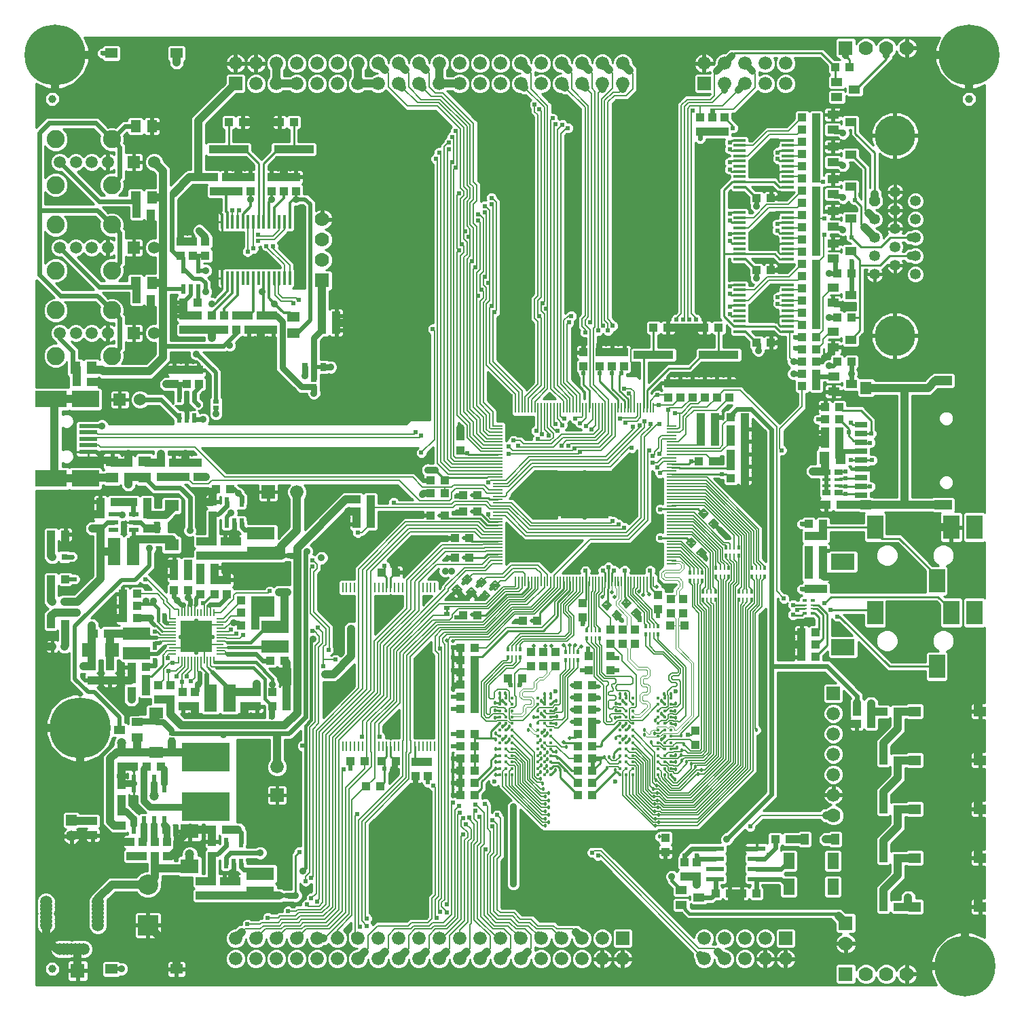
<source format=gbr>
G75*
G70*
%OFA0B0*%
%FSLAX24Y24*%
%IPPOS*%
%LPD*%
%AMOC8*
5,1,8,0,0,1.08239X$1,22.5*
%
%ADD10C,0.0591*%
%ADD11R,0.0700X0.0700*%
%ADD12R,0.0400X0.0400*%
%ADD13C,0.0080*%
%ADD14R,0.1969X0.0394*%
%ADD15R,0.0500X0.0600*%
%ADD16R,0.0315X0.0315*%
%ADD17R,0.0660X0.0660*%
%ADD18C,0.0660*%
%ADD19C,0.0394*%
%ADD20R,0.0531X0.0531*%
%ADD21C,0.0531*%
%ADD22R,0.0400X0.0250*%
%ADD23R,0.0400X0.0150*%
%ADD24R,0.0236X0.0866*%
%ADD25R,0.0217X0.0472*%
%ADD26R,0.2362X0.1417*%
%ADD27R,0.0300X0.0200*%
%ADD28R,0.1378X0.0630*%
%ADD29R,0.0200X0.0300*%
%ADD30C,0.0200*%
%ADD31C,0.1000*%
%ADD32R,0.1000X0.1000*%
%ADD33R,0.0394X0.0551*%
%ADD34R,0.0079X0.0512*%
%ADD35R,0.0512X0.0079*%
%ADD36R,0.2362X0.2362*%
%ADD37R,0.0238X0.0238*%
%ADD38R,0.1063X0.1063*%
%ADD39R,0.0128X0.0246*%
%ADD40R,0.0098X0.0246*%
%ADD41R,0.0600X0.0500*%
%ADD42R,0.0600X0.0600*%
%ADD43C,0.0600*%
%ADD44R,0.0886X0.0197*%
%ADD45R,0.1575X0.0827*%
%ADD46R,0.1378X0.0827*%
%ADD47R,0.0138X0.0689*%
%ADD48C,0.0886*%
%ADD49C,0.0700*%
%ADD50R,0.0866X0.0236*%
%ADD51R,0.0079X0.0354*%
%ADD52R,0.0354X0.0079*%
%ADD53R,0.1575X0.1575*%
%ADD54R,0.0709X0.0709*%
%ADD55R,0.0472X0.0217*%
%ADD56R,0.0630X0.1378*%
%ADD57R,0.0650X0.0700*%
%ADD58R,0.0551X0.0394*%
%ADD59R,0.0709X0.0571*%
%ADD60R,0.0098X0.0472*%
%ADD61R,0.0900X0.0700*%
%ADD62C,0.0157*%
%ADD63C,0.0236*%
%ADD64OC8,0.0531*%
%ADD65C,0.2000*%
%ADD66R,0.0591X0.0118*%
%ADD67R,0.0787X0.1181*%
%ADD68R,0.1181X0.0787*%
%ADD69R,0.0246X0.0128*%
%ADD70R,0.0246X0.0098*%
%ADD71C,0.2992*%
%ADD72C,0.0472*%
%ADD73R,0.0300X0.0400*%
%ADD74C,0.0100*%
%ADD75R,0.0630X0.0276*%
%ADD76R,0.0551X0.0472*%
%ADD77R,0.0551X0.0630*%
%ADD78R,0.0866X0.0472*%
%ADD79R,0.0551X0.0787*%
%ADD80C,0.0237*%
%ADD81C,0.0240*%
%ADD82C,0.0180*%
%ADD83C,0.0060*%
%ADD84C,0.0050*%
%ADD85C,0.0400*%
%ADD86C,0.0198*%
%ADD87C,0.0090*%
%ADD88C,0.0354*%
%ADD89C,0.0320*%
%ADD90C,0.0160*%
%ADD91C,0.0140*%
%ADD92C,0.0500*%
%ADD93C,0.0120*%
%ADD94C,0.0300*%
%ADD95C,0.0045*%
D10*
X013511Y007826D03*
X013511Y008023D03*
X013511Y008220D03*
X013511Y008417D03*
X013511Y008614D03*
X013511Y008810D03*
X013511Y009007D03*
X016070Y009007D03*
X016070Y008810D03*
X016070Y008614D03*
X016070Y008417D03*
X016070Y008220D03*
X016070Y008023D03*
X016070Y007826D03*
X015361Y006665D03*
X015165Y006665D03*
X014968Y006665D03*
X014771Y006665D03*
X014574Y006665D03*
X014377Y006665D03*
X014180Y006665D03*
X014190Y036928D03*
X014977Y036928D03*
X015765Y036928D03*
X016552Y036928D03*
X016552Y041128D03*
X015765Y041128D03*
X014977Y041128D03*
X014190Y041128D03*
X014190Y045328D03*
X014977Y045328D03*
X015765Y045328D03*
X016552Y045328D03*
D11*
X027070Y039517D03*
X052770Y050937D03*
X052770Y007937D03*
X052770Y005437D03*
X015070Y005597D03*
D12*
X021070Y009287D03*
X021670Y009287D03*
X022270Y009287D03*
X022870Y009287D03*
X022870Y009987D03*
X022270Y009987D03*
X021670Y009987D03*
X021070Y009987D03*
X021670Y011237D03*
X021670Y011937D03*
X021670Y012537D03*
X022370Y012537D03*
X019470Y011937D03*
X018870Y011937D03*
X018270Y011937D03*
X017670Y011937D03*
X017670Y011237D03*
X018270Y011237D03*
X018870Y011237D03*
X019470Y011237D03*
X017220Y012737D03*
X017220Y013437D03*
X017220Y014037D03*
X017220Y014737D03*
X017220Y015637D03*
X017820Y015637D03*
X018470Y015637D03*
X019170Y015637D03*
X017820Y016337D03*
X017220Y016337D03*
X019030Y018937D03*
X019630Y018937D03*
X020230Y019287D03*
X020830Y019287D03*
X020830Y018587D03*
X020230Y018587D03*
X019630Y019637D03*
X019030Y019637D03*
X018410Y019927D03*
X018410Y020527D03*
X017710Y020527D03*
X017710Y019927D03*
X017710Y019327D03*
X018410Y019327D03*
X016650Y019877D03*
X016650Y020577D03*
X015750Y020577D03*
X015750Y019877D03*
X015850Y022177D03*
X016550Y022177D03*
X017290Y022917D03*
X017290Y023517D03*
X017290Y024117D03*
X017990Y024117D03*
X017990Y023517D03*
X017990Y022917D03*
X019800Y024307D03*
X019800Y025007D03*
X019800Y025607D03*
X020500Y025607D03*
X020500Y025007D03*
X021100Y024807D03*
X021100Y025407D03*
X021100Y026007D03*
X021700Y026007D03*
X022300Y026007D03*
X022900Y026007D03*
X022900Y026707D03*
X022300Y026707D03*
X021700Y026707D03*
X021100Y026707D03*
X021800Y025407D03*
X021800Y024807D03*
X022400Y024807D03*
X022400Y024107D03*
X021800Y024107D03*
X021100Y024107D03*
X020500Y024307D03*
X023100Y023787D03*
X023100Y023187D03*
X023100Y022577D03*
X023800Y022577D03*
X023800Y023187D03*
X023800Y023787D03*
X024520Y023787D03*
X024520Y023187D03*
X025220Y023187D03*
X025220Y023787D03*
X025220Y020827D03*
X024520Y020827D03*
X024630Y019287D03*
X025330Y019287D03*
X025330Y018587D03*
X024630Y018587D03*
X023870Y018587D03*
X023270Y018587D03*
X023270Y019287D03*
X023870Y019287D03*
X028470Y015887D03*
X029170Y015887D03*
X029990Y015887D03*
X030690Y015887D03*
X031660Y015877D03*
X032260Y015877D03*
X032260Y015177D03*
X031660Y015177D03*
X029930Y014647D03*
X029230Y014647D03*
X033850Y014817D03*
X033850Y015417D03*
X033850Y016017D03*
X033850Y016617D03*
X033850Y017217D03*
X034550Y017217D03*
X034550Y016617D03*
X034550Y016017D03*
X034550Y015417D03*
X034550Y014817D03*
X034550Y014217D03*
X033850Y014217D03*
X033850Y018477D03*
X033850Y019077D03*
X033850Y019677D03*
X033850Y020277D03*
X033850Y020877D03*
X033850Y021477D03*
X034550Y021477D03*
X034550Y020877D03*
X034550Y020277D03*
X034550Y019677D03*
X034550Y019077D03*
X034550Y018477D03*
X036180Y019957D03*
X036880Y019957D03*
X037310Y020547D03*
X037910Y020547D03*
X038510Y020547D03*
X038510Y021247D03*
X037910Y021247D03*
X037310Y021247D03*
X037620Y022807D03*
X036920Y022807D03*
X034700Y023057D03*
X034000Y023057D03*
X034289Y025887D03*
X033589Y025887D03*
X033590Y026847D03*
X034290Y026847D03*
X033990Y028167D03*
X034690Y028167D03*
X034690Y028967D03*
X033990Y028967D03*
X033090Y029047D03*
X033090Y029687D03*
X032390Y029687D03*
X032390Y029047D03*
X032390Y027967D03*
X033090Y027967D03*
X033860Y031157D03*
X033860Y031857D03*
X029450Y028757D03*
X029450Y028157D03*
X029450Y027557D03*
X028750Y027557D03*
X028750Y028157D03*
X028750Y028757D03*
X029990Y025167D03*
X030690Y025167D03*
X022560Y029257D03*
X021860Y029257D03*
X021700Y028657D03*
X021700Y027957D03*
X020960Y029877D03*
X020360Y029877D03*
X019760Y029877D03*
X019160Y029877D03*
X019160Y030577D03*
X019760Y030577D03*
X020360Y030577D03*
X020960Y030577D03*
X018480Y028637D03*
X018480Y028037D03*
X017780Y028637D03*
X016880Y028637D03*
X016180Y028637D03*
X016180Y028037D03*
X016180Y027337D03*
X014470Y027037D03*
X013770Y027037D03*
X013770Y024837D03*
X014470Y024837D03*
X014470Y022637D03*
X013770Y022637D03*
X018480Y027337D03*
X017560Y029877D03*
X017560Y030577D03*
X015710Y034527D03*
X015010Y034527D03*
X019820Y034417D03*
X020420Y034417D03*
X021020Y034417D03*
X021020Y035117D03*
X020420Y035117D03*
X019820Y035117D03*
X020270Y037087D03*
X020270Y037787D03*
X020270Y038437D03*
X020970Y038437D03*
X020970Y037787D03*
X021670Y037787D03*
X022270Y037787D03*
X022870Y037787D03*
X023470Y037787D03*
X024070Y037787D03*
X024670Y037787D03*
X024670Y037087D03*
X024070Y037087D03*
X023470Y037087D03*
X022870Y037087D03*
X022270Y037087D03*
X021670Y037087D03*
X020970Y037087D03*
X018670Y038587D03*
X017970Y038587D03*
X020140Y040737D03*
X020740Y040737D03*
X021340Y040737D03*
X021340Y041437D03*
X020740Y041437D03*
X020140Y041437D03*
X018670Y042787D03*
X017970Y042787D03*
X021750Y043897D03*
X022350Y043897D03*
X022950Y043897D03*
X023550Y043897D03*
X023550Y044597D03*
X022950Y044597D03*
X022350Y044597D03*
X021750Y044597D03*
X024590Y044597D03*
X025190Y044597D03*
X025790Y044597D03*
X025790Y043897D03*
X025190Y043897D03*
X024590Y043897D03*
X024980Y047297D03*
X025680Y047297D03*
X023180Y047297D03*
X022480Y047297D03*
X027070Y037787D03*
X027770Y037787D03*
X027770Y037087D03*
X027070Y037087D03*
X039900Y035987D03*
X039900Y035287D03*
X040700Y035287D03*
X041300Y035287D03*
X041900Y035287D03*
X041900Y035987D03*
X041300Y035987D03*
X040700Y035987D03*
X043340Y037197D03*
X044040Y037197D03*
X045840Y037197D03*
X046540Y037197D03*
X048400Y036467D03*
X049100Y036467D03*
X050630Y036727D03*
X050630Y037327D03*
X050630Y037927D03*
X050630Y038527D03*
X051330Y038527D03*
X051330Y037927D03*
X051330Y037327D03*
X051330Y036727D03*
X051330Y036127D03*
X051330Y035527D03*
X051330Y034927D03*
X051330Y034327D03*
X050630Y034327D03*
X050630Y034927D03*
X050630Y035527D03*
X050630Y036127D03*
X052350Y035517D03*
X053050Y035517D03*
X053050Y037697D03*
X052350Y037697D03*
X051330Y039127D03*
X051330Y039727D03*
X051330Y040327D03*
X051330Y040927D03*
X051330Y041527D03*
X051330Y042127D03*
X051330Y042727D03*
X051330Y043327D03*
X051330Y043927D03*
X051330Y044527D03*
X051330Y045127D03*
X051330Y045727D03*
X051330Y046327D03*
X050630Y046327D03*
X050630Y045727D03*
X050630Y045127D03*
X050630Y044527D03*
X050630Y043927D03*
X050630Y043327D03*
X050630Y042727D03*
X050630Y042127D03*
X050630Y041527D03*
X050630Y040927D03*
X050630Y040327D03*
X050630Y039727D03*
X050630Y039127D03*
X049100Y040017D03*
X048400Y040017D03*
X052350Y039877D03*
X053050Y039877D03*
X049100Y043567D03*
X048400Y043567D03*
X046820Y046817D03*
X046220Y046817D03*
X045620Y046817D03*
X045620Y047517D03*
X046220Y047517D03*
X046820Y047517D03*
X050630Y047527D03*
X050630Y046927D03*
X051330Y046927D03*
X051330Y047527D03*
X052270Y049987D03*
X052970Y049987D03*
X047050Y034467D03*
X046450Y034467D03*
X045850Y034467D03*
X045250Y034467D03*
X044650Y034467D03*
X044050Y034467D03*
X044050Y033767D03*
X044650Y033767D03*
X045250Y033767D03*
X045850Y033767D03*
X046450Y033767D03*
X047050Y033767D03*
X047130Y032807D03*
X047130Y032207D03*
X047130Y031607D03*
X047130Y030987D03*
X047130Y030387D03*
X047130Y029787D03*
X047830Y029787D03*
X047830Y030387D03*
X047830Y030987D03*
X047830Y031607D03*
X047830Y032207D03*
X047830Y032807D03*
X046350Y032807D03*
X046350Y032207D03*
X046350Y031607D03*
X045650Y031607D03*
X045650Y032207D03*
X045650Y032807D03*
X045550Y030627D03*
X046250Y030627D03*
X050950Y027547D03*
X050950Y026947D03*
X051650Y026947D03*
X051650Y027547D03*
X051820Y028487D03*
X052520Y028487D03*
X051650Y026247D03*
X050950Y026247D03*
X050950Y025647D03*
X050950Y025047D03*
X051650Y025047D03*
X051650Y025647D03*
X051650Y024347D03*
X050950Y024347D03*
X050600Y022227D03*
X050600Y021627D03*
X050600Y021027D03*
X051300Y021027D03*
X051300Y021627D03*
X051300Y022227D03*
X053320Y018337D03*
X053320Y017737D03*
X054020Y017737D03*
X054020Y018337D03*
X054620Y018337D03*
X055320Y018337D03*
X055320Y015937D03*
X054620Y015937D03*
X054620Y013537D03*
X055320Y013537D03*
X055320Y011137D03*
X054620Y011137D03*
X054620Y008737D03*
X055320Y008737D03*
X050010Y012057D03*
X049310Y012057D03*
X048380Y009407D03*
X047680Y009407D03*
X047080Y009407D03*
X046380Y009407D03*
X045460Y010217D03*
X044860Y010217D03*
X044860Y010917D03*
X045460Y010917D03*
X043920Y011437D03*
X043920Y012137D03*
X040340Y014227D03*
X040340Y014827D03*
X040340Y015427D03*
X040340Y016027D03*
X040340Y016627D03*
X040340Y017227D03*
X040340Y017827D03*
X040340Y018427D03*
X039640Y018427D03*
X039640Y017827D03*
X039640Y017227D03*
X039640Y016627D03*
X039640Y016027D03*
X039640Y015427D03*
X039640Y014827D03*
X039640Y014227D03*
X039640Y019027D03*
X039640Y019627D03*
X040340Y019627D03*
X040340Y019027D03*
X040150Y020377D03*
X040150Y021077D03*
X041220Y021077D03*
X041220Y021677D03*
X041820Y021677D03*
X042430Y021677D03*
X042430Y022377D03*
X041820Y022377D03*
X041220Y022377D03*
X039870Y022967D03*
X039870Y023667D03*
X043560Y023377D03*
X044200Y023147D03*
X044150Y022557D03*
X044850Y022557D03*
X044800Y023147D03*
X044800Y023847D03*
X044200Y023847D03*
X043560Y024077D03*
X041220Y020377D03*
X045382Y017409D03*
X045382Y016709D03*
X051770Y031487D03*
X051770Y032087D03*
X051770Y032687D03*
X051770Y033287D03*
X052470Y033287D03*
X052470Y032687D03*
X052470Y032087D03*
X052470Y031487D03*
X015820Y012957D03*
X015820Y012257D03*
D13*
X023120Y007487D02*
X023280Y007647D01*
X024020Y007647D01*
X024180Y007807D01*
X024980Y007807D01*
X025140Y007967D01*
X025910Y007967D01*
X026070Y008127D01*
X027200Y008127D01*
X027740Y008667D01*
X027740Y016987D01*
X029940Y019187D01*
X029940Y021647D01*
X031620Y023326D01*
X031620Y024424D01*
X031620Y024716D01*
X033110Y026207D01*
X035080Y026207D01*
X035104Y026231D01*
X035679Y026231D01*
X035679Y026388D02*
X035032Y026388D01*
X035010Y026367D01*
X033040Y026367D01*
X031423Y024749D01*
X031423Y024424D01*
X031423Y023359D01*
X029780Y021717D01*
X029780Y019257D01*
X027580Y017057D01*
X027580Y008737D01*
X027130Y008287D01*
X026000Y008287D01*
X025840Y008127D01*
X025070Y008127D01*
X024910Y007967D01*
X024100Y007967D01*
X024020Y007887D01*
X023400Y007887D01*
X023960Y007327D02*
X024280Y007647D01*
X025050Y007647D01*
X025210Y007807D01*
X025980Y007807D01*
X026140Y007967D01*
X027270Y007967D01*
X027900Y008597D01*
X027900Y016917D01*
X030100Y019117D01*
X030100Y021577D01*
X031817Y023293D01*
X031817Y024424D01*
X031817Y024683D01*
X032700Y025567D01*
X034940Y025567D01*
X035289Y025916D01*
X035679Y025916D01*
X035679Y025758D02*
X035362Y025758D01*
X035010Y025407D01*
X034060Y025407D01*
X033100Y024447D01*
X033100Y024347D01*
X030260Y021507D01*
X030260Y019047D01*
X029060Y017847D01*
X029060Y017137D01*
X029020Y017097D01*
X029257Y016629D02*
X029257Y015974D01*
X029170Y015887D01*
X029170Y015537D01*
X028220Y014587D01*
X028220Y008457D01*
X027410Y007647D01*
X026280Y007647D01*
X025960Y007327D01*
X026050Y007647D02*
X026210Y007807D01*
X027340Y007807D01*
X028060Y008527D01*
X028060Y015407D01*
X028140Y015487D01*
X028380Y014517D02*
X029500Y015637D01*
X029500Y016317D01*
X029454Y016362D01*
X029454Y016629D01*
X029454Y017781D01*
X030580Y018907D01*
X030580Y021367D01*
X032830Y023617D01*
X033190Y023137D02*
X033130Y023077D01*
X032520Y023077D01*
X030740Y021297D01*
X030740Y018837D01*
X029651Y017748D01*
X029651Y016629D01*
X029660Y016620D01*
X029660Y015077D01*
X029230Y014647D01*
X029180Y014647D01*
X028540Y014007D01*
X028540Y008317D01*
X027820Y007597D01*
X027820Y007367D01*
X027180Y007187D02*
X028380Y008387D01*
X028380Y014517D01*
X028780Y013287D02*
X028700Y013207D01*
X028700Y007307D01*
X028940Y007767D02*
X028860Y007847D01*
X028860Y013007D01*
X031020Y015167D01*
X031020Y016437D01*
X031029Y016446D01*
X031029Y016629D01*
X031029Y016896D01*
X031060Y016927D01*
X031060Y021157D01*
X032610Y022707D01*
X032500Y022827D02*
X030900Y021227D01*
X030900Y018767D01*
X029860Y017727D01*
X029860Y017127D01*
X029900Y017087D01*
X029257Y016629D02*
X029257Y017814D01*
X030420Y018977D01*
X030420Y021437D01*
X033260Y024277D01*
X033260Y024367D01*
X034140Y025247D01*
X035080Y025247D01*
X035434Y025601D01*
X035679Y025601D01*
X035930Y025087D02*
X034450Y025087D01*
X034189Y024826D01*
X034415Y024826D02*
X034189Y024600D01*
X033963Y024826D01*
X034189Y025052D01*
X034415Y024826D01*
X034268Y024679D02*
X034110Y024679D01*
X034031Y024758D02*
X034347Y024758D01*
X034404Y024837D02*
X033974Y024837D01*
X034053Y024916D02*
X034325Y024916D01*
X034246Y024995D02*
X034132Y024995D01*
X033920Y024331D02*
X033694Y024105D01*
X033468Y024331D01*
X033694Y024557D01*
X033920Y024331D01*
X033773Y024184D02*
X033615Y024184D01*
X033536Y024263D02*
X033852Y024263D01*
X033909Y024342D02*
X033479Y024342D01*
X033558Y024421D02*
X033830Y024421D01*
X033751Y024500D02*
X033637Y024500D01*
X034394Y023961D02*
X034620Y024187D01*
X034394Y023961D02*
X034168Y024187D01*
X034394Y024413D01*
X034620Y024187D01*
X034473Y024040D02*
X034315Y024040D01*
X034236Y024119D02*
X034552Y024119D01*
X034609Y024198D02*
X034179Y024198D01*
X034258Y024277D02*
X034530Y024277D01*
X034451Y024356D02*
X034337Y024356D01*
X034889Y024456D02*
X035115Y024682D01*
X034889Y024456D02*
X034663Y024682D01*
X034889Y024908D01*
X035115Y024682D01*
X034968Y024535D02*
X034810Y024535D01*
X034731Y024614D02*
X035047Y024614D01*
X035104Y024693D02*
X034674Y024693D01*
X034753Y024772D02*
X035025Y024772D01*
X034946Y024851D02*
X034832Y024851D01*
X034889Y024682D02*
X035134Y024927D01*
X035293Y024927D01*
X035300Y024927D01*
X035293Y024927D02*
X035990Y024927D01*
X036430Y025367D01*
X037570Y025367D01*
X037824Y025113D01*
X037824Y024715D01*
X038139Y024715D02*
X038139Y025046D01*
X037658Y025527D01*
X036370Y025527D01*
X035930Y025087D01*
X035813Y024767D02*
X036050Y024767D01*
X036490Y025207D01*
X036940Y025207D01*
X037037Y025110D01*
X037037Y024715D01*
X035813Y024767D02*
X035564Y024518D01*
X035790Y024518D02*
X035564Y024292D01*
X035338Y024518D01*
X035564Y024744D01*
X035790Y024518D01*
X035643Y024371D02*
X035485Y024371D01*
X035406Y024450D02*
X035722Y024450D01*
X035779Y024529D02*
X035349Y024529D01*
X035428Y024608D02*
X035700Y024608D01*
X035621Y024687D02*
X035507Y024687D01*
X035521Y024518D02*
X035564Y024518D01*
X035295Y024023D02*
X035069Y023797D01*
X034843Y024023D01*
X035069Y024249D01*
X035295Y024023D01*
X035148Y023876D02*
X034990Y023876D01*
X034911Y023955D02*
X035227Y023955D01*
X035284Y024034D02*
X034854Y024034D01*
X034933Y024113D02*
X035205Y024113D01*
X035126Y024192D02*
X035012Y024192D01*
X036120Y022477D02*
X035120Y021477D01*
X034550Y021477D01*
X033560Y021867D02*
X033480Y021787D01*
X033260Y021837D02*
X033200Y021837D01*
X033260Y021837D02*
X033260Y021877D01*
X033370Y021987D01*
X033260Y021837D02*
X033260Y008927D01*
X033180Y008847D01*
X032940Y008947D02*
X033100Y009107D01*
X033100Y021627D01*
X032980Y021747D01*
X032980Y021927D01*
X033160Y022107D01*
X033050Y022227D02*
X032820Y021997D01*
X032820Y021477D01*
X032860Y021437D01*
X032940Y021357D01*
X032940Y009177D01*
X032780Y009017D01*
X032780Y008567D01*
X032860Y008487D01*
X032940Y008747D02*
X032940Y008947D01*
X032940Y008747D02*
X033180Y008507D01*
X033180Y008447D01*
X033420Y008347D02*
X033040Y007967D01*
X032500Y007967D01*
X032340Y007807D01*
X031570Y007807D01*
X031410Y007647D01*
X030640Y007647D01*
X030320Y007327D01*
X030320Y006687D01*
X030160Y006527D01*
X029320Y006687D02*
X029320Y007327D01*
X029800Y007807D01*
X031300Y007807D01*
X031460Y007967D01*
X032270Y007967D01*
X032460Y008157D01*
X032460Y009157D01*
X032620Y009317D01*
X032620Y014607D01*
X032540Y014687D01*
X031340Y015027D02*
X029180Y012867D01*
X029180Y008247D01*
X029260Y008167D01*
X029020Y008047D02*
X029260Y007807D01*
X029020Y008047D02*
X029020Y012937D01*
X031180Y015097D01*
X031180Y016317D01*
X031226Y016362D01*
X031226Y016629D01*
X031220Y016635D01*
X031220Y021087D01*
X032720Y022587D01*
X032830Y022467D02*
X031380Y021017D01*
X031380Y020887D01*
X031380Y016937D01*
X031423Y016894D01*
X031423Y016629D01*
X031423Y016329D01*
X031340Y016247D01*
X031340Y015027D01*
X033420Y013767D02*
X033420Y008347D01*
X033580Y008277D02*
X033580Y013487D01*
X033780Y013687D01*
X033500Y013847D02*
X033420Y013767D01*
X033820Y013367D02*
X033740Y013287D01*
X033740Y008207D01*
X033180Y007647D01*
X032640Y007647D01*
X032320Y007327D01*
X032320Y006687D01*
X032160Y006527D01*
X031320Y006687D02*
X031320Y007327D01*
X031640Y007647D01*
X032410Y007647D01*
X032570Y007807D01*
X033110Y007807D01*
X033580Y008277D01*
X033900Y008137D02*
X033900Y012207D01*
X033980Y012287D01*
X034220Y012387D02*
X033900Y012707D01*
X033900Y013007D01*
X033980Y013087D01*
X034300Y013047D02*
X034300Y013127D01*
X034300Y013047D02*
X034540Y012807D01*
X034540Y012327D01*
X034540Y012347D01*
X034540Y012327D02*
X034540Y012037D01*
X034380Y011877D01*
X034380Y007927D01*
X034320Y007867D01*
X034320Y006687D01*
X034160Y006527D01*
X033820Y007187D02*
X033820Y007597D01*
X034220Y007997D01*
X034220Y011947D01*
X034380Y012107D01*
X034380Y012567D01*
X034140Y012807D01*
X034220Y012387D02*
X034220Y012177D01*
X034060Y012017D01*
X034060Y008067D01*
X033320Y007327D01*
X033320Y006687D01*
X033160Y006527D01*
X032950Y007187D02*
X033900Y008137D01*
X034540Y008107D02*
X035320Y007327D01*
X035320Y006687D01*
X035160Y006527D01*
X035690Y007187D02*
X034700Y008177D01*
X034700Y011737D01*
X034860Y011897D01*
X034860Y013087D01*
X034780Y013167D01*
X034540Y013047D02*
X034540Y013407D01*
X034580Y013447D01*
X034580Y013767D02*
X034620Y013767D01*
X035020Y013367D01*
X035020Y011827D01*
X034860Y011667D01*
X034860Y008247D01*
X035460Y007647D01*
X036000Y007647D01*
X036320Y007327D01*
X036320Y006687D01*
X036160Y006527D01*
X037160Y006527D02*
X037320Y006687D01*
X037320Y007347D01*
X037020Y007647D01*
X036590Y007647D01*
X036270Y007967D01*
X035600Y007967D01*
X035180Y008387D01*
X035180Y011307D01*
X035340Y011467D01*
X035340Y012427D01*
X035180Y012587D01*
X035180Y013687D01*
X035060Y013807D01*
X035660Y013247D02*
X035820Y013087D01*
X035820Y011257D01*
X035660Y011097D01*
X035660Y008597D01*
X035810Y008447D01*
X036480Y008447D01*
X036800Y008127D01*
X037340Y008127D01*
X037660Y007807D01*
X038430Y007807D01*
X038590Y007647D01*
X039360Y007647D01*
X039520Y007487D01*
X038680Y007327D02*
X038360Y007647D01*
X037590Y007647D01*
X037270Y007967D01*
X036730Y007967D01*
X036410Y008287D01*
X035740Y008287D01*
X035500Y008527D01*
X035500Y011167D01*
X035660Y011327D01*
X035660Y012807D01*
X035460Y013007D01*
X035420Y013007D01*
X035420Y012687D02*
X035500Y012607D01*
X035500Y011397D01*
X035340Y011237D01*
X035340Y008457D01*
X035670Y008127D01*
X036340Y008127D01*
X036660Y007807D01*
X037200Y007807D01*
X037680Y007327D01*
X036680Y007327D02*
X036200Y007807D01*
X035530Y007807D01*
X035020Y008317D01*
X035020Y011487D01*
X035100Y011567D01*
X034700Y011967D02*
X034700Y012887D01*
X034540Y013047D01*
X034700Y011967D02*
X034540Y011807D01*
X034540Y008107D01*
X032700Y008207D02*
X032620Y008287D01*
X032620Y009087D01*
X032780Y009247D01*
X032780Y021177D01*
X032620Y021337D01*
X032620Y022027D01*
X032940Y022347D01*
X031226Y023392D02*
X029620Y021787D01*
X029620Y019327D01*
X027420Y017127D01*
X027420Y008807D01*
X027060Y008447D01*
X025930Y008447D01*
X025770Y008287D01*
X025000Y008287D01*
X024920Y008207D01*
X024400Y008207D01*
X024960Y007327D02*
X025280Y007647D01*
X026050Y007647D01*
X025780Y008527D02*
X025400Y008527D01*
X025780Y008527D02*
X025860Y008607D01*
X026990Y008607D01*
X027260Y008877D01*
X027260Y017197D01*
X029454Y019391D01*
X029454Y024424D01*
X029454Y025241D01*
X031380Y027167D01*
X034560Y027167D01*
X034866Y026861D01*
X035679Y026861D01*
X035679Y027018D02*
X034939Y027018D01*
X034630Y027327D01*
X031310Y027327D01*
X029257Y025274D01*
X029257Y024424D01*
X029257Y019424D01*
X027100Y017267D01*
X027100Y008947D01*
X026920Y008767D01*
X026400Y008767D01*
X026320Y008847D01*
X026540Y009167D02*
X026780Y009407D01*
X026780Y017407D01*
X028864Y019490D01*
X028864Y024424D01*
X028864Y025340D01*
X031170Y027647D01*
X034770Y027647D01*
X035084Y027333D01*
X035679Y027333D01*
X035679Y027176D02*
X035011Y027176D01*
X034700Y027487D01*
X031240Y027487D01*
X029061Y025307D01*
X029061Y024424D01*
X029061Y019457D01*
X026940Y017337D01*
X026940Y009127D01*
X026820Y009007D01*
X026260Y009997D02*
X026260Y010217D01*
X026460Y010417D01*
X026460Y017547D01*
X026740Y017827D01*
X026740Y021577D01*
X026940Y021777D01*
X026940Y022037D01*
X026690Y022287D01*
X026580Y022287D01*
X026870Y022447D02*
X027100Y022217D01*
X027100Y021707D01*
X026900Y021507D01*
X026900Y017757D01*
X026620Y017477D01*
X026620Y010237D01*
X026540Y010157D01*
X027120Y007187D02*
X027180Y007187D01*
X029160Y006527D02*
X029320Y006687D01*
X031160Y006527D02*
X031320Y006687D01*
X040330Y011407D02*
X040410Y011487D01*
X040750Y011487D01*
X045550Y006687D01*
X046320Y006687D01*
X046480Y006527D01*
X045640Y006367D02*
X040760Y011247D01*
X040610Y011247D01*
X041070Y015567D02*
X041140Y015637D01*
X041586Y015637D01*
X041683Y015539D01*
X041605Y015777D02*
X041190Y015777D01*
X040920Y016047D01*
X040920Y016107D01*
X041160Y016107D02*
X041160Y016062D01*
X041306Y015917D01*
X041489Y015917D01*
X041683Y016110D01*
X041683Y016169D01*
X041683Y015854D02*
X041605Y015777D01*
X043415Y017901D02*
X043500Y017987D01*
X043573Y018059D01*
X038480Y023097D02*
X037860Y022477D01*
X036120Y022477D01*
X038480Y023097D02*
X038480Y023697D01*
X038454Y024715D02*
X038454Y025041D01*
X040220Y026807D01*
X042140Y026807D01*
X043060Y027727D01*
X043060Y031087D01*
X043140Y031167D01*
X043380Y031107D02*
X043580Y031307D01*
X043580Y031767D01*
X043714Y031900D01*
X044222Y031900D01*
X044222Y032057D02*
X044641Y032057D01*
X044780Y032197D01*
X044780Y032827D01*
X045240Y033287D01*
X045970Y033287D01*
X046450Y033767D01*
X046800Y034117D01*
X047590Y034117D01*
X049380Y032327D01*
X049380Y024247D01*
X049740Y023887D01*
X045914Y026139D02*
X045688Y026365D01*
X045914Y026139D02*
X045688Y025913D01*
X045462Y026139D01*
X045688Y026365D01*
X045767Y025992D02*
X045609Y025992D01*
X045530Y026071D02*
X045846Y026071D01*
X045903Y026150D02*
X045473Y026150D01*
X045552Y026229D02*
X045824Y026229D01*
X045745Y026308D02*
X045631Y026308D01*
X045419Y026634D02*
X045193Y026860D01*
X045419Y026634D02*
X045193Y026408D01*
X044967Y026634D01*
X045193Y026860D01*
X045272Y026487D02*
X045114Y026487D01*
X045035Y026566D02*
X045351Y026566D01*
X045408Y026645D02*
X044978Y026645D01*
X045057Y026724D02*
X045329Y026724D01*
X045250Y026803D02*
X045136Y026803D01*
X046288Y027795D02*
X046514Y027569D01*
X046288Y027343D01*
X046062Y027569D01*
X046288Y027795D01*
X046367Y027422D02*
X046209Y027422D01*
X046130Y027501D02*
X046446Y027501D01*
X046503Y027580D02*
X046073Y027580D01*
X046152Y027659D02*
X046424Y027659D01*
X046345Y027738D02*
X046231Y027738D01*
X046019Y028064D02*
X045793Y028290D01*
X046019Y028064D02*
X045793Y027838D01*
X045567Y028064D01*
X045793Y028290D01*
X045872Y027917D02*
X045714Y027917D01*
X045635Y027996D02*
X045951Y027996D01*
X046008Y028075D02*
X045578Y028075D01*
X045657Y028154D02*
X045929Y028154D01*
X045850Y028233D02*
X045736Y028233D01*
X043781Y030168D02*
X043660Y030047D01*
X043781Y030168D02*
X044222Y030168D01*
X044222Y030640D02*
X043824Y030640D01*
X043510Y030327D01*
X043520Y030567D02*
X043751Y030798D01*
X044222Y030798D01*
X044222Y030955D02*
X045922Y030955D01*
X046250Y030627D01*
X046666Y031113D02*
X047130Y031577D01*
X047130Y031607D01*
X046740Y031417D02*
X046740Y032417D01*
X047130Y032807D01*
X046410Y033127D02*
X045310Y033127D01*
X044940Y032757D01*
X044940Y031977D01*
X044549Y031585D01*
X044222Y031585D01*
X044222Y031428D02*
X045471Y031428D01*
X045650Y031607D01*
X046594Y031270D02*
X046740Y031417D01*
X046594Y031270D02*
X044222Y031270D01*
X044222Y031113D02*
X046666Y031113D01*
X044620Y032297D02*
X044620Y033007D01*
X044380Y033007D01*
X044620Y033007D02*
X044730Y033007D01*
X045170Y033447D01*
X045530Y033447D01*
X045850Y033767D01*
X045250Y033767D02*
X044730Y033247D01*
X044140Y033247D01*
X044060Y033167D01*
X044060Y032372D01*
X044222Y032372D01*
X044222Y032215D02*
X044539Y032215D01*
X044620Y032297D01*
X044222Y031743D02*
X043796Y031743D01*
X043740Y031687D01*
X043740Y031127D01*
X043620Y031007D01*
X043380Y030967D02*
X043380Y031107D01*
X043380Y030967D02*
X043300Y030887D01*
X043300Y030567D02*
X043520Y030567D01*
X042900Y031817D02*
X043530Y032447D01*
X043620Y032447D01*
X043180Y032447D02*
X043180Y032327D01*
X042740Y031887D01*
X042740Y027867D01*
X042000Y027127D01*
X037140Y027127D01*
X036146Y028120D01*
X035679Y028120D01*
X035679Y027963D02*
X036074Y027963D01*
X037070Y026967D01*
X042070Y026967D01*
X042900Y027797D01*
X042900Y031817D01*
X042900Y032287D02*
X042900Y032607D01*
X042706Y032791D02*
X042522Y032607D01*
X042040Y032607D01*
X041960Y032527D01*
X041750Y032767D02*
X042450Y032767D01*
X042549Y032865D01*
X042549Y033258D01*
X042706Y033258D02*
X042706Y032791D01*
X042660Y032387D02*
X042660Y032287D01*
X041060Y030687D01*
X037300Y030687D01*
X036151Y029538D01*
X035679Y029538D01*
X035679Y029695D02*
X036079Y029695D01*
X037230Y030847D01*
X040980Y030847D01*
X042340Y032207D01*
X042340Y032327D01*
X042900Y032287D02*
X041140Y030527D01*
X037370Y030527D01*
X036224Y029380D01*
X035679Y029380D01*
X035679Y029223D02*
X035244Y029223D01*
X035020Y029447D01*
X033510Y029447D01*
X033430Y029367D01*
X033090Y029367D01*
X032000Y029367D01*
X031520Y029847D01*
X022300Y029847D01*
X020820Y031327D01*
X016200Y031327D01*
X016105Y031422D01*
X015586Y031422D01*
X015586Y031737D02*
X015636Y031787D01*
X016030Y031787D01*
X016050Y031807D01*
X016420Y031807D01*
X031860Y031807D01*
X031940Y031887D01*
X031660Y032047D02*
X031580Y031967D01*
X016070Y031967D01*
X016040Y031997D01*
X015640Y031997D01*
X015586Y032052D01*
X016300Y031807D02*
X016420Y031807D01*
X020360Y029877D02*
X020710Y029527D01*
X021500Y029527D01*
X021660Y029687D01*
X030860Y029687D01*
X031860Y028687D01*
X033320Y028687D01*
X033420Y028787D01*
X033420Y029087D01*
X033620Y029287D01*
X034950Y029287D01*
X035171Y029065D01*
X035679Y029065D01*
X035679Y028908D02*
X036071Y028908D01*
X036140Y028977D01*
X036140Y029067D01*
X037440Y030367D01*
X041220Y030367D01*
X042140Y031287D01*
X042260Y031287D01*
X041446Y031863D02*
X041446Y033258D01*
X041289Y033258D02*
X041289Y031935D01*
X040680Y031327D01*
X039530Y031327D01*
X039450Y031247D01*
X039370Y031167D01*
X036420Y031167D01*
X036220Y031367D01*
X036220Y031007D02*
X039660Y031007D01*
X039740Y031087D01*
X039820Y031167D01*
X040750Y031167D01*
X041446Y031863D01*
X041131Y032008D02*
X040610Y031487D01*
X039250Y031487D01*
X039170Y031407D01*
X039070Y031647D02*
X040540Y031647D01*
X040974Y032080D01*
X040974Y033258D01*
X040974Y033573D01*
X040220Y034327D01*
X040220Y037087D01*
X039980Y037327D01*
X039980Y037557D01*
X040140Y037717D01*
X040140Y048097D01*
X039320Y048917D01*
X039320Y049687D01*
X039160Y049847D01*
X039000Y049007D02*
X039980Y048027D01*
X039980Y037787D01*
X039820Y037627D01*
X039820Y037257D01*
X039980Y037097D01*
X039980Y036967D01*
X040380Y037147D02*
X040460Y037227D01*
X040460Y048807D01*
X040320Y048947D01*
X040320Y049687D01*
X040160Y049847D01*
X041160Y049847D02*
X041320Y049687D01*
X041320Y048967D01*
X040780Y048427D01*
X040780Y037367D01*
X040860Y037287D01*
X041100Y037387D02*
X041100Y037047D01*
X041340Y037287D02*
X041340Y037377D01*
X041100Y037617D01*
X041100Y048287D01*
X041420Y048607D01*
X042000Y048607D01*
X042320Y048927D01*
X042320Y049687D01*
X042170Y049837D01*
X041820Y048927D02*
X041660Y048767D01*
X041350Y048767D01*
X040940Y048357D01*
X040940Y037547D01*
X041100Y037387D01*
X040620Y037047D02*
X040620Y048727D01*
X040820Y048927D01*
X040300Y048707D02*
X040000Y049007D01*
X040300Y048707D02*
X040300Y037527D01*
X040220Y037447D01*
X040380Y037147D02*
X040380Y034397D01*
X041131Y033646D01*
X041131Y033258D01*
X041131Y032008D01*
X040816Y032153D02*
X040816Y033258D01*
X040659Y033258D02*
X040659Y032225D01*
X040400Y031967D01*
X038820Y031967D01*
X038340Y031487D01*
X036960Y031487D01*
X036800Y031647D01*
X036460Y031647D01*
X036700Y031407D02*
X036780Y031327D01*
X038410Y031327D01*
X038890Y031807D01*
X040470Y031807D01*
X040816Y032153D01*
X040501Y032408D02*
X040501Y033258D01*
X040344Y033258D02*
X040344Y032680D01*
X040020Y032357D01*
X039760Y032507D02*
X039740Y032507D01*
X039760Y032507D02*
X040029Y032775D01*
X040029Y033258D01*
X039871Y033258D02*
X039871Y032858D01*
X039810Y032797D01*
X039580Y032797D01*
X039500Y032717D01*
X039556Y033258D02*
X039556Y033870D01*
X038940Y034487D01*
X038940Y037547D01*
X039160Y037767D01*
X039300Y037767D01*
X039180Y037447D02*
X039100Y037367D01*
X039100Y034557D01*
X039714Y033943D01*
X039714Y033258D01*
X039399Y033258D02*
X039399Y033798D01*
X038780Y034417D01*
X038780Y046727D01*
X039060Y047007D01*
X039140Y047007D01*
X038860Y047167D02*
X038620Y046927D01*
X038620Y034347D01*
X039241Y033725D01*
X039241Y033258D01*
X039084Y033258D02*
X039084Y033653D01*
X038460Y034277D01*
X038460Y047127D01*
X038540Y047207D01*
X038300Y047407D02*
X038380Y047487D01*
X038300Y047407D02*
X038300Y034207D01*
X038927Y033580D01*
X038927Y033258D01*
X038769Y033258D02*
X038769Y032856D01*
X038908Y032717D01*
X038950Y032717D01*
X038860Y032467D02*
X038612Y032715D01*
X038612Y033258D01*
X038454Y033258D02*
X038454Y032533D01*
X038540Y032447D01*
X038297Y032350D02*
X038520Y032127D01*
X038630Y032127D01*
X038420Y031997D02*
X038420Y031797D01*
X038270Y031647D01*
X037740Y031647D01*
X037660Y031727D01*
X037870Y031967D02*
X037824Y032013D01*
X037824Y033258D01*
X037667Y033258D02*
X037667Y032213D01*
X037580Y032127D01*
X037982Y032205D02*
X038180Y032007D01*
X038180Y031897D01*
X038420Y031997D02*
X038139Y032278D01*
X038139Y033258D01*
X037982Y033258D02*
X037982Y032205D01*
X038297Y032350D02*
X038297Y033258D01*
X037509Y033258D02*
X037509Y033576D01*
X038140Y034207D01*
X038140Y038127D01*
X038140Y048097D01*
X037320Y048917D01*
X037320Y049687D01*
X037160Y049847D01*
X037000Y049007D02*
X037980Y048027D01*
X037980Y038487D01*
X037900Y038407D01*
X037820Y038327D01*
X037820Y038027D01*
X037980Y037867D01*
X037980Y034277D01*
X037352Y033648D01*
X037352Y033258D01*
X037194Y033258D02*
X037194Y033721D01*
X037820Y034347D01*
X037820Y037687D01*
X037740Y037767D01*
X037660Y037847D01*
X037660Y038527D01*
X037820Y038687D01*
X037820Y047847D01*
X037740Y047927D01*
X037500Y047807D02*
X037500Y048167D01*
X037500Y047807D02*
X037660Y047647D01*
X037660Y038767D01*
X037500Y038607D01*
X037500Y037647D01*
X037660Y037487D01*
X037660Y034417D01*
X037037Y033793D01*
X037037Y033258D01*
X036879Y033258D02*
X036879Y034107D01*
X035460Y035527D01*
X035460Y037887D01*
X035540Y037967D01*
X035620Y038047D01*
X035620Y043367D01*
X035420Y043567D01*
X035380Y043567D01*
X035380Y043247D02*
X035460Y043167D01*
X035460Y038327D01*
X035380Y038247D01*
X035300Y038167D01*
X035300Y035447D01*
X036722Y034025D01*
X036722Y033258D01*
X036564Y033258D02*
X036564Y033942D01*
X035140Y035367D01*
X035140Y038367D01*
X035300Y038527D01*
X035300Y039327D01*
X035220Y039407D01*
X035300Y039487D01*
X035300Y042967D01*
X035100Y043167D01*
X035060Y043167D01*
X035060Y042847D02*
X035140Y042767D01*
X035140Y039767D01*
X035060Y039687D01*
X034980Y039607D01*
X034980Y039307D01*
X035140Y039147D01*
X035140Y038597D01*
X034980Y038437D01*
X034980Y033527D01*
X035460Y033047D01*
X035460Y032372D01*
X035679Y032372D01*
X035679Y032215D02*
X035362Y032215D01*
X035300Y032277D01*
X035300Y032967D01*
X034820Y033447D01*
X034820Y038507D01*
X034980Y038667D01*
X034980Y038967D01*
X034900Y039047D01*
X034820Y039127D01*
X034820Y039807D01*
X034980Y039967D01*
X034980Y042567D01*
X034780Y042767D01*
X034740Y042767D01*
X034740Y042447D02*
X034820Y042367D01*
X034820Y040047D01*
X034660Y039887D01*
X034660Y038847D01*
X034740Y038767D01*
X034660Y038687D01*
X034660Y033367D01*
X035140Y032887D01*
X035140Y032207D01*
X035289Y032057D01*
X035679Y032057D01*
X035679Y031900D02*
X035217Y031900D01*
X034980Y032137D01*
X034980Y032807D01*
X034500Y033287D01*
X034500Y040087D01*
X034580Y040167D01*
X034660Y040247D01*
X034660Y042167D01*
X034500Y042327D01*
X034500Y043257D01*
X034660Y043417D01*
X034660Y044187D01*
X034500Y044347D01*
X034500Y047227D01*
X033000Y048727D01*
X032610Y048727D01*
X032320Y049017D01*
X032320Y049687D01*
X032160Y049847D01*
X031320Y049687D02*
X031160Y049847D01*
X031320Y049687D02*
X031320Y049027D01*
X031940Y048407D01*
X032860Y048407D01*
X034180Y047087D01*
X034180Y044207D01*
X034340Y044047D01*
X034340Y043557D01*
X034180Y043397D01*
X034180Y042187D01*
X034340Y042027D01*
X034340Y041647D01*
X034340Y040727D01*
X034180Y040567D01*
X034180Y033127D01*
X034660Y032647D01*
X034660Y031997D01*
X035072Y031585D01*
X035679Y031585D01*
X035679Y031428D02*
X034999Y031428D01*
X034500Y031927D01*
X034500Y032567D01*
X034020Y033047D01*
X034020Y040647D01*
X034180Y040807D01*
X034180Y041387D01*
X034020Y041547D01*
X034020Y041847D01*
X034100Y041927D01*
X034020Y042007D01*
X034020Y043467D01*
X034180Y043627D01*
X034180Y043977D01*
X034020Y044137D01*
X034020Y047017D01*
X032790Y048247D01*
X031760Y048247D01*
X031000Y049007D01*
X030320Y049037D02*
X030320Y049687D01*
X030160Y049847D01*
X030320Y049037D02*
X031270Y048087D01*
X032720Y048087D01*
X033860Y046947D01*
X033860Y044067D01*
X034020Y043907D01*
X034020Y043697D01*
X033860Y043537D01*
X033860Y041367D01*
X033940Y041287D01*
X034020Y041207D01*
X034020Y040887D01*
X033860Y040727D01*
X033860Y032967D01*
X034340Y032487D01*
X034340Y031857D01*
X034927Y031270D01*
X035679Y031270D01*
X035679Y031113D02*
X034854Y031113D01*
X034180Y031787D01*
X034180Y032407D01*
X033700Y032887D01*
X033700Y040927D01*
X033780Y041007D01*
X033700Y041087D01*
X033700Y043727D01*
X033780Y043807D01*
X034340Y044277D02*
X034340Y047157D01*
X032930Y048567D01*
X032440Y048567D01*
X032000Y049007D01*
X033620Y046847D02*
X033700Y046767D01*
X033700Y045127D01*
X033620Y045047D01*
X033540Y044967D01*
X033540Y030887D01*
X033629Y030798D01*
X035679Y030798D01*
X035679Y030640D02*
X033547Y030640D01*
X033380Y030807D01*
X033380Y045247D01*
X033460Y045327D01*
X033540Y045407D01*
X033540Y046487D01*
X033460Y046567D01*
X033300Y046287D02*
X033260Y046287D01*
X033060Y046087D01*
X033060Y030667D01*
X033402Y030325D01*
X035679Y030325D01*
X035679Y030168D02*
X033329Y030168D01*
X032900Y030597D01*
X032900Y045727D01*
X032820Y045807D01*
X032660Y045487D02*
X032740Y045407D01*
X032740Y030527D01*
X033257Y030010D01*
X035679Y030010D01*
X035679Y029853D02*
X035186Y029853D01*
X035170Y029837D01*
X035329Y029695D02*
X035220Y029587D01*
X035329Y029695D02*
X035679Y029695D01*
X035679Y030483D02*
X033474Y030483D01*
X033220Y030737D01*
X033220Y045887D01*
X033300Y045967D01*
X034340Y044277D02*
X034500Y044117D01*
X034500Y043487D01*
X034340Y043327D01*
X034340Y042257D01*
X034500Y042097D01*
X034500Y040527D01*
X034420Y040447D01*
X034340Y040367D01*
X034340Y033207D01*
X034820Y032727D01*
X034820Y032067D01*
X035144Y031743D01*
X035679Y031743D01*
X032580Y031687D02*
X032580Y037047D01*
X032500Y037127D01*
X034260Y041647D02*
X034340Y041647D01*
X038060Y038127D02*
X038140Y038127D01*
X042220Y036127D02*
X042220Y035527D01*
X042460Y035287D01*
X042220Y036127D02*
X042380Y036287D01*
X042240Y034207D02*
X041900Y034207D01*
X042140Y033967D02*
X042234Y033873D01*
X042234Y033258D01*
X042391Y033258D02*
X042391Y034056D01*
X042240Y034207D01*
X043179Y033605D02*
X043460Y033887D01*
X043540Y033887D01*
X043930Y033887D01*
X044050Y033767D01*
X044290Y033407D02*
X043580Y033407D01*
X043336Y033407D01*
X043336Y033258D01*
X043179Y033258D02*
X043179Y033605D01*
X044290Y033407D02*
X044650Y033767D01*
X046410Y033127D02*
X047050Y033767D01*
X049540Y032227D02*
X050630Y033317D01*
X050630Y034327D01*
X050220Y035527D02*
X050022Y035725D01*
X050022Y037005D01*
X049931Y037005D01*
X049931Y037517D02*
X050440Y037517D01*
X050630Y037327D01*
X050630Y037927D02*
X050528Y038029D01*
X049931Y038029D01*
X049931Y038285D02*
X049532Y038285D01*
X049440Y038377D01*
X049440Y038697D02*
X049540Y038796D01*
X049931Y038796D01*
X049931Y038540D02*
X050616Y038540D01*
X050630Y038527D01*
X050630Y038557D01*
X050556Y039052D02*
X050630Y039127D01*
X050556Y039052D02*
X049931Y039052D01*
X050430Y039527D02*
X048990Y039527D01*
X048004Y038540D01*
X047569Y038540D01*
X047569Y039052D02*
X048276Y039052D01*
X048910Y039687D01*
X049990Y039687D01*
X050630Y040327D01*
X050630Y040927D02*
X050490Y041067D01*
X049931Y041067D01*
X049931Y041579D02*
X050578Y041579D01*
X050630Y041527D01*
X050594Y042090D02*
X049931Y042090D01*
X049931Y042602D02*
X050506Y042602D01*
X050630Y042727D01*
X050390Y043087D02*
X050630Y043327D01*
X050390Y043087D02*
X048980Y043087D01*
X047984Y042090D01*
X047569Y042090D01*
X047569Y042602D02*
X048256Y042602D01*
X048900Y043247D01*
X049950Y043247D01*
X050630Y043927D01*
X050630Y044527D02*
X050540Y044617D01*
X049931Y044617D01*
X049931Y045129D02*
X050628Y045129D01*
X050630Y045127D01*
X050544Y045640D02*
X049931Y045640D01*
X049931Y046152D02*
X050456Y046152D01*
X050630Y046327D01*
X050390Y046687D02*
X050630Y046927D01*
X050390Y046687D02*
X049010Y046687D01*
X047964Y045640D01*
X047569Y045640D01*
X047569Y046152D02*
X048236Y046152D01*
X048930Y046847D01*
X049950Y046847D01*
X050630Y047527D01*
X048320Y048987D02*
X048320Y049687D01*
X048200Y049807D01*
X048320Y048987D02*
X047260Y047927D01*
X046300Y047927D01*
X046220Y047847D01*
X046220Y048247D02*
X045060Y048247D01*
X044860Y048047D01*
X044860Y037687D01*
X044780Y037607D01*
X045020Y037687D02*
X045100Y037607D01*
X045020Y037687D02*
X045020Y047967D01*
X045140Y048087D01*
X045620Y048087D01*
X045620Y047517D01*
X045260Y047847D02*
X045180Y047767D01*
X045180Y037887D01*
X045420Y037647D01*
X045420Y037607D01*
X044700Y037887D02*
X044460Y037647D01*
X044460Y037607D01*
X044700Y037887D02*
X044700Y048127D01*
X044980Y048407D01*
X046140Y048407D01*
X046320Y048587D01*
X046320Y049687D01*
X046440Y049807D01*
X046820Y048847D02*
X046220Y048247D01*
X046720Y048087D02*
X045620Y048087D01*
X046720Y048087D02*
X047480Y048847D01*
X050630Y045727D02*
X050544Y045640D01*
X051330Y044527D02*
X051490Y044367D01*
X051660Y044367D01*
X051330Y042727D02*
X051330Y042547D01*
X051740Y042547D01*
X051740Y041767D02*
X051700Y041727D01*
X051700Y040697D01*
X051330Y040327D01*
X050630Y039727D02*
X050430Y039527D01*
X051660Y038707D02*
X052114Y039161D01*
X052147Y039161D01*
X051660Y038707D02*
X051660Y037057D01*
X051330Y036727D01*
X051660Y036617D02*
X052024Y036981D01*
X052147Y036981D01*
X051660Y036617D02*
X051660Y036417D01*
X051370Y036127D01*
X051330Y036127D01*
X049540Y032227D02*
X049540Y031247D01*
X049620Y031167D01*
X051650Y027547D02*
X051650Y027383D01*
X041900Y027367D02*
X041820Y027287D01*
X037210Y027287D01*
X036219Y028278D01*
X035679Y028278D01*
X035289Y028278D01*
X035080Y028487D01*
X033620Y028487D01*
X033500Y028367D01*
X029450Y028367D01*
X029450Y027557D02*
X029020Y027127D01*
X028820Y027127D01*
X030580Y028607D02*
X030660Y028527D01*
X033430Y028527D01*
X033550Y028647D01*
X035150Y028647D01*
X035361Y028435D01*
X035679Y028435D01*
X036291Y028435D01*
X037280Y027447D01*
X041540Y027447D01*
X041620Y027527D01*
X041340Y027687D02*
X041260Y027607D01*
X037350Y027607D01*
X036364Y028593D01*
X035679Y028593D01*
X035220Y028037D02*
X035220Y027927D01*
X035341Y027806D01*
X035679Y027806D01*
X035679Y026546D02*
X034959Y026546D01*
X034940Y026527D01*
X032970Y026527D01*
X031226Y024782D01*
X031226Y024424D01*
X031226Y023392D01*
X031380Y020887D02*
X031380Y020886D01*
X027730Y020887D02*
X027140Y020887D01*
X027140Y021517D01*
X027260Y021637D01*
X027260Y022397D01*
X026500Y023157D01*
X026500Y025367D01*
X026580Y025447D01*
X026820Y025347D02*
X026820Y025567D01*
X026620Y025767D01*
X026580Y025767D01*
X026820Y025347D02*
X026660Y025187D01*
X026660Y023227D01*
X027420Y022467D01*
X027420Y021407D01*
X027380Y021367D01*
X027140Y020887D02*
X027140Y020567D01*
X023190Y022087D02*
X023040Y021937D01*
X022400Y021937D01*
X022389Y021948D01*
X022071Y021948D01*
X022071Y022105D02*
X022779Y022105D01*
X022850Y022177D01*
X022580Y022347D02*
X022496Y022263D01*
X022071Y022263D01*
X022071Y022420D02*
X022304Y022420D01*
X022590Y022707D01*
X022710Y022707D01*
X022600Y023027D02*
X022309Y022735D01*
X022071Y022735D01*
X022071Y022578D02*
X021571Y022578D01*
X021520Y022527D01*
X021520Y022283D01*
X021520Y021771D02*
X021520Y021687D01*
X021574Y021633D01*
X022071Y021633D01*
X022071Y021790D02*
X022316Y021790D01*
X022340Y021767D01*
X022370Y021767D01*
X022410Y021727D01*
X022460Y021487D02*
X022449Y021475D01*
X022071Y021475D01*
X022071Y021318D02*
X022289Y021318D01*
X022340Y021267D01*
X022340Y021177D01*
X022340Y021160D01*
X022071Y021160D01*
X022340Y021177D02*
X022420Y021177D01*
X021756Y020877D02*
X021756Y020846D01*
X021756Y020747D01*
X021800Y020747D01*
X021860Y020537D02*
X021900Y020497D01*
X021860Y020537D02*
X021670Y020537D01*
X021599Y020608D01*
X021599Y020846D01*
X021441Y020846D02*
X021441Y020515D01*
X021451Y020505D01*
X021136Y020510D02*
X021126Y020520D01*
X021126Y020846D01*
X020969Y020846D02*
X020969Y020318D01*
X021050Y020237D01*
X020811Y019988D02*
X020811Y020846D01*
X020654Y020846D02*
X020654Y020390D01*
X020420Y020157D01*
X020420Y020047D01*
X020180Y020147D02*
X020496Y020463D01*
X020496Y020846D01*
X020339Y020846D02*
X020339Y020535D01*
X019940Y020137D01*
X019940Y020047D01*
X020180Y020147D02*
X020180Y019807D01*
X020180Y019337D01*
X020230Y019287D01*
X020640Y019817D02*
X020811Y019988D01*
X020181Y020608D02*
X019900Y020327D01*
X019540Y020327D01*
X019540Y019727D01*
X019630Y019637D01*
X019300Y019907D02*
X019300Y020427D01*
X019600Y020727D01*
X019710Y020727D01*
X020024Y020727D01*
X020024Y020846D01*
X020181Y020846D02*
X020181Y020608D01*
X019709Y021160D02*
X019544Y021160D01*
X019500Y021117D01*
X019500Y020967D01*
X019250Y021077D02*
X019250Y021097D01*
X019471Y021318D01*
X019709Y021318D01*
X019709Y021475D02*
X020149Y021475D01*
X020260Y021587D01*
X020260Y021771D01*
X019709Y021790D02*
X019204Y021790D01*
X019140Y021727D01*
X018969Y021948D02*
X019709Y021948D01*
X019709Y022105D02*
X019141Y022105D01*
X019131Y022115D01*
X019244Y022263D02*
X019234Y022273D01*
X019244Y022263D02*
X019709Y022263D01*
X019709Y022420D02*
X019336Y022420D01*
X019030Y022727D01*
X019030Y022787D01*
X019410Y022687D02*
X019410Y022578D01*
X019709Y022578D01*
X019709Y022735D02*
X019459Y022735D01*
X019410Y022687D01*
X019580Y022893D02*
X019709Y022893D01*
X019580Y022893D02*
X019580Y023367D01*
X019300Y023647D01*
X019300Y023797D01*
X018980Y024117D01*
X017990Y024117D01*
X018380Y024837D02*
X018494Y024837D01*
X019460Y023870D01*
X019460Y023727D01*
X019840Y023347D01*
X020024Y023347D01*
X020024Y023208D01*
X020181Y023208D02*
X020181Y023577D01*
X020260Y023577D01*
X020339Y023577D01*
X020339Y023208D01*
X020496Y023208D02*
X020496Y023587D01*
X020580Y023587D01*
X020654Y023587D01*
X020654Y023208D01*
X020811Y023208D02*
X020811Y023508D01*
X020870Y023567D01*
X021260Y023667D02*
X021284Y023667D01*
X021284Y023208D01*
X021441Y023208D02*
X021441Y023547D01*
X021530Y023547D01*
X021599Y023547D01*
X021599Y023208D01*
X021756Y023208D02*
X022101Y023208D01*
X022740Y023847D01*
X022740Y024047D01*
X022860Y024167D01*
X024420Y024167D01*
X024500Y024247D01*
X023100Y023787D02*
X023100Y023763D01*
X022230Y022893D01*
X022071Y022893D01*
X022600Y023027D02*
X022940Y023027D01*
X023100Y023187D01*
X021284Y021283D02*
X021170Y021397D01*
X021146Y021397D01*
X021284Y021283D02*
X021284Y020846D01*
X019709Y021633D02*
X019466Y021633D01*
X019350Y021517D01*
X018969Y021948D02*
X018950Y021967D01*
X019300Y019907D02*
X019030Y019637D01*
X033090Y029047D02*
X033090Y029367D01*
X031940Y031047D02*
X032580Y031687D01*
X038830Y031407D02*
X039070Y031647D01*
X038860Y032407D02*
X038860Y032467D01*
X040300Y032207D02*
X040501Y032408D01*
X041700Y032717D02*
X041750Y032767D01*
X042003Y023890D02*
X042229Y023664D01*
X042003Y023438D01*
X041777Y023664D01*
X042003Y023890D01*
X042082Y023517D02*
X041924Y023517D01*
X041845Y023596D02*
X042161Y023596D01*
X042218Y023675D02*
X041788Y023675D01*
X041867Y023754D02*
X042139Y023754D01*
X042060Y023833D02*
X041946Y023833D01*
X042498Y023395D02*
X042724Y023169D01*
X042498Y022943D01*
X042272Y023169D01*
X042498Y023395D01*
X042577Y023022D02*
X042419Y023022D01*
X042340Y023101D02*
X042656Y023101D01*
X042713Y023180D02*
X042283Y023180D01*
X042362Y023259D02*
X042634Y023259D01*
X042555Y023338D02*
X042441Y023338D01*
X041764Y023069D02*
X041538Y023295D01*
X041764Y023069D02*
X041538Y022843D01*
X041312Y023069D01*
X041538Y023295D01*
X041617Y022922D02*
X041459Y022922D01*
X041380Y023001D02*
X041696Y023001D01*
X041753Y023080D02*
X041323Y023080D01*
X041402Y023159D02*
X041674Y023159D01*
X041595Y023238D02*
X041481Y023238D01*
X041269Y023564D02*
X041043Y023790D01*
X041269Y023564D02*
X041043Y023338D01*
X040817Y023564D01*
X041043Y023790D01*
X041122Y023417D02*
X040964Y023417D01*
X040885Y023496D02*
X041201Y023496D01*
X041258Y023575D02*
X040828Y023575D01*
X040907Y023654D02*
X041179Y023654D01*
X041100Y023733D02*
X040986Y023733D01*
X048630Y013237D02*
X051820Y013237D01*
X048630Y013237D02*
X048080Y012687D01*
X025660Y038407D02*
X025580Y038487D01*
X025060Y038487D01*
X024766Y038781D01*
X024766Y039251D01*
X024716Y039301D01*
X024716Y039629D01*
X024972Y039629D02*
X024972Y039298D01*
X024930Y039257D01*
X024930Y038857D01*
X025140Y038647D01*
X025780Y038647D01*
X025860Y038567D01*
X025940Y038567D01*
X025484Y039629D02*
X025484Y040263D01*
X024660Y041087D01*
X024660Y041207D01*
X024340Y041207D02*
X024340Y041167D01*
X025228Y040279D01*
X025228Y039629D01*
X023690Y041087D02*
X023692Y041089D01*
X023692Y042404D01*
X023436Y042404D02*
X023436Y040953D01*
X023410Y040927D01*
X023940Y041447D02*
X024020Y041527D01*
X024740Y041527D01*
X025228Y042014D01*
X025228Y042404D01*
X024972Y042404D02*
X024972Y041998D01*
X024660Y041687D01*
X024020Y041687D01*
X023940Y041767D01*
X022924Y042404D02*
X022924Y042911D01*
X022980Y042967D01*
X022669Y042958D02*
X022669Y042404D01*
X022669Y042958D02*
X022660Y042967D01*
X050594Y042090D02*
X050630Y042127D01*
D14*
X046540Y035847D03*
X043340Y035847D03*
X025680Y045947D03*
X022480Y045947D03*
D15*
X018720Y047087D03*
X017920Y047087D03*
X017920Y043587D03*
X018720Y043587D03*
X018720Y039387D03*
X017920Y039387D03*
X015760Y035227D03*
X014960Y035227D03*
X051720Y030787D03*
X052520Y030787D03*
D16*
X014420Y025937D03*
X013820Y025937D03*
X013820Y023737D03*
X014420Y023737D03*
X014420Y021537D03*
X013820Y021537D03*
D17*
X024440Y029127D03*
X024860Y014227D03*
X041820Y007187D03*
X049820Y007187D03*
X052170Y019237D03*
X045820Y049187D03*
X022820Y049187D03*
D18*
X022820Y050187D03*
X023820Y050187D03*
X024820Y050187D03*
X024820Y049187D03*
X023820Y049187D03*
X025820Y049187D03*
X025820Y050187D03*
X026820Y050187D03*
X026820Y049187D03*
X027820Y049187D03*
X027820Y050187D03*
X028820Y050187D03*
X028820Y049187D03*
X029820Y049187D03*
X029820Y050187D03*
X030820Y050187D03*
X030820Y049187D03*
X031820Y049187D03*
X031820Y050187D03*
X032820Y050187D03*
X032820Y049187D03*
X033820Y049187D03*
X033820Y050187D03*
X034820Y050187D03*
X034820Y049187D03*
X035820Y049187D03*
X035820Y050187D03*
X036820Y050187D03*
X037820Y050187D03*
X037820Y049187D03*
X036820Y049187D03*
X038820Y049187D03*
X038820Y050187D03*
X039820Y050187D03*
X039820Y049187D03*
X040820Y049187D03*
X040820Y050187D03*
X041820Y050187D03*
X041820Y049187D03*
X045820Y050187D03*
X046820Y050187D03*
X047820Y050187D03*
X047820Y049187D03*
X046820Y049187D03*
X048820Y049187D03*
X048820Y050187D03*
X049820Y050187D03*
X049820Y049187D03*
X025840Y029127D03*
X024860Y015627D03*
X024820Y007187D03*
X023820Y007187D03*
X023820Y006187D03*
X024820Y006187D03*
X025820Y006187D03*
X025820Y007187D03*
X026820Y007187D03*
X026820Y006187D03*
X027820Y006187D03*
X027820Y007187D03*
X028820Y007187D03*
X028820Y006187D03*
X029820Y006187D03*
X029820Y007187D03*
X030820Y007187D03*
X030820Y006187D03*
X031820Y006187D03*
X031820Y007187D03*
X032820Y007187D03*
X032820Y006187D03*
X033820Y006187D03*
X033820Y007187D03*
X034820Y007187D03*
X034820Y006187D03*
X035820Y006187D03*
X035820Y007187D03*
X036820Y007187D03*
X037820Y007187D03*
X037820Y006187D03*
X036820Y006187D03*
X038820Y006187D03*
X038820Y007187D03*
X039820Y007187D03*
X039820Y006187D03*
X040820Y006187D03*
X040820Y007187D03*
X041820Y006187D03*
X045820Y006187D03*
X045820Y007187D03*
X046820Y007187D03*
X047820Y007187D03*
X047820Y006187D03*
X046820Y006187D03*
X048820Y006187D03*
X048820Y007187D03*
X049820Y006187D03*
X052170Y014237D03*
X052170Y015237D03*
X052170Y016237D03*
X052170Y017237D03*
X052170Y018237D03*
X022820Y007187D03*
X022820Y006187D03*
D19*
X013820Y005687D03*
X013820Y048437D03*
X058820Y048437D03*
D20*
X014770Y013000D03*
D21*
X014770Y012213D03*
X054190Y039821D03*
X054190Y040721D03*
X055190Y041171D03*
X055190Y040271D03*
X056190Y040721D03*
X056190Y039821D03*
X056190Y041621D03*
X056190Y042521D03*
X056190Y043421D03*
X055190Y043871D03*
X055190Y042971D03*
X055190Y042071D03*
X054190Y042521D03*
X054190Y041621D03*
D22*
X052420Y030087D03*
X051820Y030087D03*
X051820Y029087D03*
X052420Y029087D03*
D23*
X052420Y029437D03*
X052420Y029737D03*
X051820Y029737D03*
X051820Y029437D03*
D24*
X019320Y014810D03*
X018820Y014810D03*
X018320Y014810D03*
X017820Y014810D03*
X017820Y012763D03*
X018320Y012763D03*
X018820Y012763D03*
X019320Y012763D03*
D25*
X022346Y011898D03*
X023094Y011898D03*
X023094Y010875D03*
X022720Y010875D03*
X022346Y010875D03*
X022376Y027595D03*
X022750Y027595D03*
X023124Y027595D03*
X023124Y028618D03*
X022376Y028618D03*
X020794Y032745D03*
X020420Y032745D03*
X020046Y032745D03*
X020046Y033768D03*
X020794Y033768D03*
X020620Y039085D03*
X020246Y039085D03*
X020994Y039085D03*
X020994Y040108D03*
X020246Y040108D03*
D26*
X021370Y016107D03*
X021370Y013666D03*
D27*
X019680Y016947D03*
X019680Y017247D03*
X024580Y017757D03*
X024580Y018057D03*
X033190Y023137D03*
X033190Y023437D03*
X021860Y033257D03*
X021860Y033557D03*
X026670Y034337D03*
X026670Y034637D03*
D28*
X024050Y027079D03*
X024050Y026134D03*
X024770Y022479D03*
X024770Y021534D03*
X017970Y021204D03*
X017970Y022149D03*
X024020Y010359D03*
X024020Y009414D03*
D29*
X025070Y009287D03*
X025370Y009287D03*
X025460Y026007D03*
X025160Y026007D03*
D30*
X025060Y026007D01*
X025160Y026007D02*
X025460Y026007D01*
X025510Y026007D01*
X022376Y027595D02*
X022376Y027883D01*
X022600Y028107D01*
X018480Y027337D02*
X018450Y027337D01*
X017842Y027263D02*
X017842Y026807D01*
X018600Y026347D02*
X018600Y025507D01*
X017900Y024807D01*
X017220Y024807D01*
X014940Y022527D01*
X014940Y019927D01*
X015580Y019287D01*
X015900Y019287D01*
X017137Y018050D01*
X017137Y017437D01*
X019670Y017437D02*
X019680Y017427D01*
X019680Y017247D01*
X019680Y016947D02*
X019680Y016847D01*
X018980Y021147D02*
X018028Y021147D01*
X017970Y021204D01*
X018860Y021457D02*
X018860Y021667D01*
X018880Y021687D01*
X019100Y021687D01*
X019140Y021727D01*
X019350Y021517D02*
X018980Y021147D01*
X018950Y021967D02*
X018620Y021967D01*
X018438Y022149D01*
X017970Y022149D01*
X018660Y022777D02*
X018660Y022917D01*
X018660Y022777D02*
X018860Y022577D01*
X020870Y023567D02*
X020900Y023597D01*
X020900Y023667D01*
X020900Y023907D01*
X021100Y024107D01*
X017250Y028007D02*
X017246Y028011D01*
X016818Y028011D01*
X016760Y030627D02*
X016610Y030777D01*
X016330Y030777D01*
X016000Y031107D01*
X015586Y031107D01*
X015586Y032367D02*
X015586Y032367D01*
X016260Y032367D01*
X020900Y035907D02*
X020940Y035907D01*
X021860Y034987D01*
X021860Y033557D01*
X021860Y033257D02*
X021860Y032967D01*
X026670Y034287D02*
X026670Y034337D01*
X026670Y034637D02*
X026670Y034687D01*
X026670Y035257D02*
X027120Y035257D01*
X025860Y036937D02*
X025670Y036937D01*
X025860Y036937D02*
X026480Y037557D01*
X026480Y043267D01*
X026240Y043507D01*
X025790Y043507D01*
X021340Y040737D02*
X020994Y040737D01*
X020994Y040108D01*
X020994Y040007D01*
X021350Y040007D01*
X021140Y039607D02*
X020748Y039607D01*
X020246Y040108D01*
X020246Y040631D01*
X020140Y040737D01*
X020740Y040737D02*
X020994Y040737D01*
X021140Y039607D02*
X021360Y039387D01*
X021360Y038947D01*
X020994Y039085D02*
X020994Y038437D01*
X020970Y038437D01*
X020620Y038787D02*
X020270Y038437D01*
X020620Y038787D02*
X020620Y039085D01*
X020246Y039085D02*
X019260Y039085D01*
X032060Y029687D02*
X032390Y029687D01*
X033660Y028887D02*
X033910Y028887D01*
X033990Y028967D01*
X034430Y028967D02*
X034690Y028967D01*
X034690Y028167D02*
X034430Y028167D01*
X033990Y028167D02*
X033890Y028067D01*
X033660Y028067D01*
X033090Y027967D02*
X032830Y027967D01*
X032390Y027967D02*
X032060Y027967D01*
X033260Y026847D02*
X033590Y026847D01*
X034030Y026847D02*
X034290Y026847D01*
X034289Y025887D02*
X034029Y025887D01*
X033589Y025887D02*
X033260Y025887D01*
X034189Y024826D02*
X034003Y024639D01*
X033694Y024331D02*
X033694Y024192D01*
X033830Y024057D01*
X033830Y023987D01*
X034240Y023897D02*
X034240Y023877D01*
X034240Y023897D02*
X034394Y024051D01*
X034394Y024187D01*
X034703Y024496D02*
X034889Y024682D01*
X035360Y024357D02*
X035521Y024518D01*
X035069Y024023D02*
X034936Y024023D01*
X034790Y023877D01*
X034740Y023877D01*
X034670Y023087D02*
X034440Y023087D01*
X034000Y023067D02*
X033910Y022977D01*
X033670Y022977D01*
X033500Y021487D02*
X033840Y021487D01*
X033750Y020977D02*
X033850Y020877D01*
X033750Y020977D02*
X033530Y020977D01*
X033500Y021007D01*
X033500Y020367D02*
X033760Y020367D01*
X033850Y020277D01*
X033850Y019677D02*
X033750Y019577D01*
X033620Y019577D01*
X033500Y019457D01*
X033500Y019077D02*
X033850Y019077D01*
X033850Y018477D02*
X033500Y018477D01*
X033500Y017217D02*
X033850Y017217D01*
X033850Y016617D02*
X033500Y016617D01*
X033500Y016017D02*
X033850Y016017D01*
X033850Y015417D02*
X033500Y015417D01*
X033500Y014817D02*
X033850Y014817D01*
X033850Y014217D02*
X033500Y014217D01*
X032260Y014847D02*
X032260Y015177D01*
X031620Y015137D02*
X031620Y014847D01*
X028470Y015527D02*
X028470Y015887D01*
X024580Y017707D02*
X024580Y017757D01*
X024580Y018057D02*
X024580Y018107D01*
X014920Y024837D02*
X014470Y024837D01*
X024970Y009287D02*
X025070Y009287D01*
X025370Y009287D01*
X025420Y009287D01*
X017220Y005687D02*
X016720Y005687D01*
X036280Y019657D02*
X036280Y019857D01*
X036180Y019957D01*
X036280Y019657D02*
X036310Y019627D01*
X036770Y019627D02*
X036780Y019637D01*
X036780Y019857D01*
X036880Y019957D01*
X039330Y019627D02*
X039640Y019627D01*
X039640Y019027D02*
X039330Y019027D01*
X040340Y019027D02*
X040650Y019027D01*
X040650Y019557D02*
X040410Y019557D01*
X040140Y020367D02*
X039820Y020367D01*
X040120Y021107D02*
X040120Y021427D01*
X041220Y021077D02*
X041320Y020977D01*
X041530Y020977D01*
X041550Y020957D01*
X041550Y020377D02*
X041220Y020377D01*
X040650Y018427D02*
X040340Y018427D01*
X040340Y017827D02*
X040650Y017827D01*
X039640Y017827D02*
X039330Y017827D01*
X039330Y018427D02*
X039640Y018427D01*
X039870Y022637D02*
X039870Y022967D01*
X041538Y023069D02*
X041770Y022837D01*
X042498Y023029D02*
X042620Y022907D01*
X042670Y022857D01*
X042670Y022837D01*
X042498Y023029D02*
X042498Y023169D01*
X043560Y023027D02*
X043560Y023377D01*
X037620Y022807D02*
X037360Y022807D01*
X036920Y022807D02*
X036840Y022727D01*
X036580Y022727D01*
X051820Y029087D02*
X051820Y029437D01*
X051820Y029737D01*
X051820Y030087D01*
X051770Y030137D01*
X051770Y032687D02*
X051420Y032687D01*
X051420Y033287D02*
X051770Y033287D01*
D31*
X018520Y009837D03*
D32*
X018520Y007837D03*
D33*
X050762Y012057D03*
X052258Y012057D03*
D34*
X043336Y024715D03*
X043179Y024715D03*
X043021Y024715D03*
X042864Y024715D03*
X042706Y024715D03*
X042549Y024715D03*
X042391Y024715D03*
X042234Y024715D03*
X042076Y024715D03*
X041919Y024715D03*
X041761Y024715D03*
X041604Y024715D03*
X041446Y024715D03*
X041289Y024715D03*
X041131Y024715D03*
X040974Y024715D03*
X040816Y024715D03*
X040659Y024715D03*
X040501Y024715D03*
X040344Y024715D03*
X040186Y024715D03*
X040029Y024715D03*
X039871Y024715D03*
X039714Y024715D03*
X039556Y024715D03*
X039399Y024715D03*
X039241Y024715D03*
X039084Y024715D03*
X038927Y024715D03*
X038769Y024715D03*
X038612Y024715D03*
X038454Y024715D03*
X038297Y024715D03*
X038139Y024715D03*
X037982Y024715D03*
X037824Y024715D03*
X037667Y024715D03*
X037509Y024715D03*
X037352Y024715D03*
X037194Y024715D03*
X037037Y024715D03*
X036879Y024715D03*
X036722Y024715D03*
X036564Y024715D03*
X036564Y033258D03*
X036722Y033258D03*
X036879Y033258D03*
X037037Y033258D03*
X037194Y033258D03*
X037352Y033258D03*
X037509Y033258D03*
X037667Y033258D03*
X037824Y033258D03*
X037982Y033258D03*
X038139Y033258D03*
X038297Y033258D03*
X038454Y033258D03*
X038612Y033258D03*
X038769Y033258D03*
X038927Y033258D03*
X039084Y033258D03*
X039241Y033258D03*
X039399Y033258D03*
X039556Y033258D03*
X039714Y033258D03*
X039871Y033258D03*
X040029Y033258D03*
X040186Y033258D03*
X040344Y033258D03*
X040501Y033258D03*
X040659Y033258D03*
X040816Y033258D03*
X040974Y033258D03*
X041131Y033258D03*
X041289Y033258D03*
X041446Y033258D03*
X041604Y033258D03*
X041761Y033258D03*
X041919Y033258D03*
X042076Y033258D03*
X042234Y033258D03*
X042391Y033258D03*
X042549Y033258D03*
X042706Y033258D03*
X042864Y033258D03*
X043021Y033258D03*
X043179Y033258D03*
X043336Y033258D03*
D35*
X044222Y032372D03*
X044222Y032215D03*
X044222Y032057D03*
X044222Y031900D03*
X044222Y031743D03*
X044222Y031585D03*
X044222Y031428D03*
X044222Y031270D03*
X044222Y031113D03*
X044222Y030955D03*
X044222Y030798D03*
X044222Y030640D03*
X044222Y030483D03*
X044222Y030325D03*
X044222Y030168D03*
X044222Y030010D03*
X044222Y029853D03*
X044222Y029695D03*
X044222Y029538D03*
X044222Y029380D03*
X044222Y029223D03*
X044222Y029065D03*
X044222Y028908D03*
X044222Y028750D03*
X044222Y028593D03*
X044222Y028435D03*
X044222Y028278D03*
X044222Y028120D03*
X044222Y027963D03*
X044222Y027806D03*
X044222Y027648D03*
X044222Y027491D03*
X044222Y027333D03*
X044222Y027176D03*
X044222Y027018D03*
X044222Y026861D03*
X044222Y026703D03*
X044222Y026546D03*
X044222Y026388D03*
X044222Y026231D03*
X044222Y026073D03*
X044222Y025916D03*
X044222Y025758D03*
X044222Y025601D03*
X035679Y025601D03*
X035679Y025758D03*
X035679Y025916D03*
X035679Y026073D03*
X035679Y026231D03*
X035679Y026388D03*
X035679Y026546D03*
X035679Y026703D03*
X035679Y026861D03*
X035679Y027018D03*
X035679Y027176D03*
X035679Y027333D03*
X035679Y027491D03*
X035679Y027648D03*
X035679Y027806D03*
X035679Y027963D03*
X035679Y028120D03*
X035679Y028278D03*
X035679Y028435D03*
X035679Y028593D03*
X035679Y028750D03*
X035679Y028908D03*
X035679Y029065D03*
X035679Y029223D03*
X035679Y029380D03*
X035679Y029538D03*
X035679Y029695D03*
X035679Y029853D03*
X035679Y030010D03*
X035679Y030168D03*
X035679Y030325D03*
X035679Y030483D03*
X035679Y030640D03*
X035679Y030798D03*
X035679Y030955D03*
X035679Y031113D03*
X035679Y031270D03*
X035679Y031428D03*
X035679Y031585D03*
X035679Y031743D03*
X035679Y031900D03*
X035679Y032057D03*
X035679Y032215D03*
X035679Y032372D03*
D36*
X039950Y028987D03*
D37*
X039241Y029380D03*
X038927Y029380D03*
X039556Y029695D03*
X039556Y030010D03*
X040344Y030010D03*
X040344Y029695D03*
X040659Y029380D03*
X040974Y029380D03*
X040974Y028593D03*
X040659Y028593D03*
X040344Y028278D03*
X040344Y027963D03*
X039556Y027963D03*
X039556Y028278D03*
X039241Y028593D03*
X038927Y028593D03*
X021520Y022283D03*
X021284Y022283D03*
X021146Y022420D03*
X021146Y022657D03*
X020634Y022657D03*
X020634Y022420D03*
X020496Y022283D03*
X020260Y022283D03*
X020260Y021771D03*
X020496Y021771D03*
X020634Y021633D03*
X020634Y021397D03*
X021146Y021397D03*
X021146Y021633D03*
X021284Y021771D03*
X021520Y021771D03*
D38*
X039950Y028987D03*
D39*
X045119Y025148D03*
X045119Y024745D03*
X045741Y024745D03*
X045741Y025148D03*
X046400Y024976D03*
X046400Y025379D03*
X047022Y025379D03*
X047022Y024976D03*
X047529Y024228D03*
X047529Y023825D03*
X048151Y023825D03*
X048151Y024228D03*
X048169Y024975D03*
X048169Y025378D03*
X048791Y025378D03*
X048791Y024975D03*
X047511Y025985D03*
X047511Y026388D03*
X046889Y026388D03*
X046889Y025985D03*
X046381Y024228D03*
X046381Y023825D03*
X045759Y023825D03*
X045759Y024228D03*
X043571Y022518D03*
X043571Y022115D03*
X042949Y022115D03*
X042949Y022518D03*
X040691Y022338D03*
X040691Y021935D03*
X040069Y021935D03*
X040069Y022338D03*
X039641Y021258D03*
X039641Y020855D03*
X039019Y020855D03*
X039019Y021258D03*
X036801Y021388D03*
X036801Y020985D03*
X036179Y020985D03*
X036179Y021388D03*
D40*
X036392Y021388D03*
X036589Y021388D03*
X036589Y020985D03*
X036392Y020985D03*
X039232Y020855D03*
X039429Y020855D03*
X039429Y021258D03*
X039232Y021258D03*
X040282Y021935D03*
X040479Y021935D03*
X040479Y022338D03*
X040282Y022338D03*
X043162Y022518D03*
X043359Y022518D03*
X043359Y022115D03*
X043162Y022115D03*
X045972Y023825D03*
X046169Y023825D03*
X046169Y024228D03*
X045972Y024228D03*
X045529Y024745D03*
X045332Y024745D03*
X045332Y025148D03*
X045529Y025148D03*
X046613Y024976D03*
X046810Y024976D03*
X046810Y025379D03*
X046613Y025379D03*
X047102Y025985D03*
X047299Y025985D03*
X047299Y026388D03*
X047102Y026388D03*
X048382Y025378D03*
X048579Y025378D03*
X048579Y024975D03*
X048382Y024975D03*
X047939Y024228D03*
X047742Y024228D03*
X047742Y023825D03*
X047939Y023825D03*
D41*
X056170Y018337D03*
X056170Y015937D03*
X056170Y013537D03*
X059370Y013537D03*
X059370Y015937D03*
X059370Y018337D03*
X059370Y011137D03*
X059370Y008737D03*
X056170Y008737D03*
X056170Y011137D03*
X025670Y036937D03*
X025670Y037737D03*
X018360Y030627D03*
X018360Y029827D03*
X016760Y029827D03*
X016760Y030627D03*
X016720Y050687D03*
X019920Y050687D03*
X019920Y005687D03*
X016720Y005687D03*
D42*
X017140Y033657D03*
X017820Y036937D03*
X017820Y041137D03*
X017820Y045337D03*
D43*
X018820Y045337D03*
X018820Y041137D03*
X018820Y036937D03*
X018140Y033657D03*
D44*
X015586Y032367D03*
X015586Y032052D03*
X015586Y031737D03*
X015586Y031422D03*
X015586Y031107D03*
D45*
X013772Y029788D03*
X013772Y033685D03*
D46*
X015445Y033685D03*
X015445Y029788D03*
D47*
X022157Y039629D03*
X022413Y039629D03*
X022669Y039629D03*
X022924Y039629D03*
X023180Y039629D03*
X023436Y039629D03*
X023692Y039629D03*
X023948Y039629D03*
X024204Y039629D03*
X024460Y039629D03*
X024716Y039629D03*
X024972Y039629D03*
X025228Y039629D03*
X025484Y039629D03*
X025484Y042404D03*
X025228Y042404D03*
X024972Y042404D03*
X024716Y042404D03*
X024460Y042404D03*
X024204Y042404D03*
X023948Y042404D03*
X023692Y042404D03*
X023436Y042404D03*
X023180Y042404D03*
X022924Y042404D03*
X022669Y042404D03*
X022413Y042404D03*
X022157Y042404D03*
D48*
X016749Y042250D03*
X016749Y044206D03*
X016749Y046450D03*
X013993Y046450D03*
X013993Y044206D03*
X013993Y042250D03*
X013993Y040006D03*
X013993Y038050D03*
X013993Y035806D03*
X016749Y035806D03*
X016749Y038050D03*
X016749Y040006D03*
D49*
X027070Y040517D03*
X027070Y041517D03*
X027070Y042517D03*
X053770Y050937D03*
X054770Y050937D03*
X055770Y050937D03*
X052170Y013237D03*
X052770Y006937D03*
X053770Y005437D03*
X054770Y005437D03*
X055770Y005437D03*
D50*
X048404Y010107D03*
X048404Y010607D03*
X048404Y011107D03*
X048404Y011607D03*
X046357Y011607D03*
X046357Y011107D03*
X046357Y010607D03*
X046357Y010107D03*
D51*
X021756Y020846D03*
X021599Y020846D03*
X021441Y020846D03*
X021284Y020846D03*
X021126Y020846D03*
X020969Y020846D03*
X020811Y020846D03*
X020654Y020846D03*
X020496Y020846D03*
X020339Y020846D03*
X020181Y020846D03*
X020024Y020846D03*
X020024Y023208D03*
X020181Y023208D03*
X020339Y023208D03*
X020496Y023208D03*
X020654Y023208D03*
X020811Y023208D03*
X020969Y023208D03*
X021126Y023208D03*
X021284Y023208D03*
X021441Y023208D03*
X021599Y023208D03*
X021756Y023208D03*
D52*
X022071Y022893D03*
X022071Y022735D03*
X022071Y022578D03*
X022071Y022420D03*
X022071Y022263D03*
X022071Y022105D03*
X022071Y021948D03*
X022071Y021790D03*
X022071Y021633D03*
X022071Y021475D03*
X022071Y021318D03*
X022071Y021160D03*
X019709Y021160D03*
X019709Y021318D03*
X019709Y021475D03*
X019709Y021633D03*
X019709Y021790D03*
X019709Y021948D03*
X019709Y022105D03*
X019709Y022263D03*
X019709Y022420D03*
X019709Y022578D03*
X019709Y022735D03*
X019709Y022893D03*
D53*
X020890Y022027D03*
D54*
X020890Y022027D03*
D55*
X017842Y027263D03*
X017842Y027637D03*
X017842Y028011D03*
X016818Y028011D03*
X016818Y027637D03*
X016818Y027263D03*
D56*
X016858Y026187D03*
X017803Y026187D03*
X021588Y019007D03*
X022533Y019007D03*
D57*
X016775Y021377D03*
X015625Y021377D03*
D58*
X017137Y017437D03*
X018003Y017811D03*
X018003Y017063D03*
X044697Y009561D03*
X045563Y009187D03*
X044697Y008813D03*
X052187Y034053D03*
X053053Y034427D03*
X052187Y034801D03*
X052147Y036233D03*
X053013Y036607D03*
X052147Y036981D03*
X052147Y038413D03*
X053013Y038787D03*
X052147Y039161D03*
X052147Y040593D03*
X053013Y040967D03*
X052147Y041341D03*
X052147Y042173D03*
X052147Y042921D03*
X053013Y042547D03*
X052147Y043753D03*
X052147Y044501D03*
X053013Y044127D03*
X052147Y045333D03*
X052147Y046081D03*
X053013Y045707D03*
X052147Y046913D03*
X052147Y047661D03*
X052337Y048513D03*
X053203Y048887D03*
X052337Y049261D03*
X053013Y047287D03*
D59*
X019680Y028449D03*
X019680Y026524D03*
X018920Y018249D03*
X018920Y016324D03*
D60*
X028076Y016629D03*
X028273Y016629D03*
X028470Y016629D03*
X028667Y016629D03*
X028864Y016629D03*
X029061Y016629D03*
X029257Y016629D03*
X029454Y016629D03*
X029651Y016629D03*
X029848Y016629D03*
X030045Y016629D03*
X030242Y016629D03*
X030439Y016629D03*
X030635Y016629D03*
X030832Y016629D03*
X031029Y016629D03*
X031226Y016629D03*
X031423Y016629D03*
X031620Y016629D03*
X031817Y016629D03*
X032013Y016629D03*
X032210Y016629D03*
X032407Y016629D03*
X032604Y016629D03*
X032604Y024424D03*
X032407Y024424D03*
X032210Y024424D03*
X032013Y024424D03*
X031817Y024424D03*
X031620Y024424D03*
X031423Y024424D03*
X031226Y024424D03*
X031029Y024424D03*
X030832Y024424D03*
X030635Y024424D03*
X030439Y024424D03*
X030242Y024424D03*
X030045Y024424D03*
X029848Y024424D03*
X029651Y024424D03*
X029454Y024424D03*
X029257Y024424D03*
X029061Y024424D03*
X028864Y024424D03*
X028667Y024424D03*
X028470Y024424D03*
X028273Y024424D03*
X028076Y024424D03*
D61*
X020570Y012444D03*
X020570Y010730D03*
D62*
X035777Y015224D03*
X035777Y015539D03*
X035777Y015854D03*
X035777Y016169D03*
X035777Y016484D03*
X035777Y016799D03*
X035777Y017114D03*
X035777Y017429D03*
X035777Y017744D03*
X035777Y018059D03*
X035777Y018374D03*
X035777Y018689D03*
X035777Y019004D03*
X036092Y019004D03*
X036092Y018689D03*
X036092Y018374D03*
X036092Y018059D03*
X036092Y017744D03*
X036092Y017429D03*
X036092Y017114D03*
X036092Y016799D03*
X036092Y016484D03*
X036092Y016169D03*
X036092Y015854D03*
X036092Y015539D03*
X036092Y015224D03*
X036407Y015224D03*
X036407Y015539D03*
X036407Y015854D03*
X036407Y016169D03*
X036407Y016484D03*
X036407Y016799D03*
X036407Y017114D03*
X036407Y017429D03*
X036407Y017744D03*
X036407Y018059D03*
X036407Y018374D03*
X036407Y018689D03*
X036407Y019004D03*
X037667Y019004D03*
X037982Y019004D03*
X038297Y019004D03*
X038297Y018689D03*
X037982Y018689D03*
X037667Y018689D03*
X037667Y018374D03*
X037667Y018059D03*
X037667Y017744D03*
X037667Y017429D03*
X037667Y017114D03*
X037667Y016799D03*
X037667Y016484D03*
X037667Y016169D03*
X037667Y015854D03*
X037667Y015539D03*
X037667Y015224D03*
X037982Y015224D03*
X038297Y015224D03*
X038297Y015539D03*
X037982Y015539D03*
X037982Y015854D03*
X038297Y015854D03*
X038297Y016169D03*
X037982Y016169D03*
X037982Y016484D03*
X038297Y016484D03*
X038297Y016799D03*
X037982Y016799D03*
X037982Y017114D03*
X038297Y017114D03*
X038297Y017429D03*
X037982Y017429D03*
X037982Y017744D03*
X037982Y018059D03*
X037982Y018374D03*
X038297Y018374D03*
X038297Y018059D03*
X038297Y017744D03*
X041683Y017744D03*
X041998Y017744D03*
X042313Y017744D03*
X042313Y017429D03*
X042313Y017114D03*
X042313Y016799D03*
X042313Y016484D03*
X042313Y016169D03*
X042313Y015854D03*
X042313Y015539D03*
X042313Y015224D03*
X041998Y015224D03*
X041683Y015224D03*
X041683Y015539D03*
X041998Y015539D03*
X041998Y015854D03*
X041683Y015854D03*
X041683Y016169D03*
X041998Y016169D03*
X041998Y016484D03*
X041998Y016799D03*
X041998Y017114D03*
X041998Y017429D03*
X041683Y017429D03*
X041683Y017114D03*
X041683Y016799D03*
X041683Y016484D03*
X041683Y018059D03*
X041998Y018059D03*
X042313Y018059D03*
X042313Y018374D03*
X042313Y018689D03*
X042313Y019004D03*
X041998Y019004D03*
X041998Y018689D03*
X041998Y018374D03*
X041683Y018374D03*
X041683Y018689D03*
X041683Y019004D03*
X043573Y019004D03*
X043888Y019004D03*
X044203Y019004D03*
X044203Y018689D03*
X044203Y018374D03*
X044203Y018059D03*
X044203Y017744D03*
X044203Y017429D03*
X044203Y017114D03*
X044203Y016799D03*
X044203Y016484D03*
X044203Y016169D03*
X044203Y015854D03*
X044203Y015539D03*
X044203Y015224D03*
X043888Y015224D03*
X043888Y015539D03*
X043888Y015854D03*
X043888Y016169D03*
X043888Y016484D03*
X043888Y016799D03*
X043888Y017114D03*
X043888Y017429D03*
X043888Y017744D03*
X043888Y018059D03*
X043888Y018374D03*
X043888Y018689D03*
X043573Y018689D03*
X043573Y018374D03*
X043573Y018059D03*
X043573Y017744D03*
X043573Y017429D03*
X043573Y017114D03*
X043573Y016799D03*
X043573Y016484D03*
X043573Y016169D03*
X043573Y015854D03*
X043573Y015539D03*
X043573Y015224D03*
D63*
X041447Y014909D03*
X038533Y019319D03*
X035541Y014909D03*
X044439Y019319D03*
D64*
X054190Y043421D03*
D65*
X055190Y046637D03*
X055190Y036797D03*
D66*
X049931Y037005D03*
X049931Y037261D03*
X049931Y037517D03*
X049931Y037773D03*
X049931Y038029D03*
X049931Y038285D03*
X049931Y038540D03*
X049931Y038796D03*
X049931Y039052D03*
X049931Y039308D03*
X049931Y040555D03*
X049931Y040811D03*
X049931Y041067D03*
X049931Y041323D03*
X049931Y041579D03*
X049931Y041835D03*
X049931Y042090D03*
X049931Y042346D03*
X049931Y042602D03*
X049931Y042858D03*
X049931Y044105D03*
X049931Y044361D03*
X049931Y044617D03*
X049931Y044873D03*
X049931Y045129D03*
X049931Y045385D03*
X049931Y045640D03*
X049931Y045896D03*
X049931Y046152D03*
X049931Y046408D03*
X047569Y046408D03*
X047569Y046152D03*
X047569Y045896D03*
X047569Y045640D03*
X047569Y045385D03*
X047569Y045129D03*
X047569Y044873D03*
X047569Y044617D03*
X047569Y044361D03*
X047569Y044105D03*
X047569Y042858D03*
X047569Y042602D03*
X047569Y042346D03*
X047569Y042090D03*
X047569Y041835D03*
X047569Y041579D03*
X047569Y041323D03*
X047569Y041067D03*
X047569Y040811D03*
X047569Y040555D03*
X047569Y039308D03*
X047569Y039052D03*
X047569Y038796D03*
X047569Y038540D03*
X047569Y038285D03*
X047569Y038029D03*
X047569Y037773D03*
X047569Y037517D03*
X047569Y037261D03*
X047569Y037005D03*
D67*
X054211Y027383D03*
X057952Y027383D03*
X059093Y027383D03*
X057243Y024746D03*
X057952Y023183D03*
X059093Y023183D03*
X057243Y020546D03*
X054211Y023183D03*
D68*
X052637Y021491D03*
X052637Y025691D03*
D69*
X051152Y023788D03*
X050748Y023788D03*
X050748Y023166D03*
X051152Y023166D03*
D70*
X051152Y023378D03*
X051152Y023575D03*
X050748Y023575D03*
X050748Y023378D03*
D71*
X058637Y005818D03*
X015176Y017543D03*
X013952Y050606D03*
X058837Y050606D03*
D72*
X059664Y049779D03*
X060019Y050606D03*
X059664Y051432D03*
X058837Y051787D03*
X058011Y051432D03*
X057656Y050606D03*
X058011Y049779D03*
X058837Y049424D03*
X017222Y016787D03*
X016357Y017543D03*
X016003Y018369D03*
X015176Y018724D03*
X014349Y018369D03*
X013995Y017543D03*
X014349Y016716D03*
X015176Y016361D03*
X016003Y016716D03*
X017220Y015187D03*
X018820Y014187D03*
X020570Y011327D03*
X057456Y005818D03*
X057810Y006645D03*
X058637Y006999D03*
X059463Y006645D03*
X059818Y005818D03*
X059463Y004991D03*
X058637Y004637D03*
X057810Y004991D03*
X013952Y049424D03*
X014778Y049779D03*
X015133Y050606D03*
X014778Y051432D03*
X013952Y051787D03*
X013125Y051432D03*
X012771Y050606D03*
X013125Y049779D03*
D73*
X026220Y035257D03*
X026670Y035257D03*
X027120Y035257D03*
D74*
X013040Y029204D02*
X013040Y004907D01*
X057211Y004907D01*
X056971Y005487D01*
X056971Y005768D01*
X057049Y005768D01*
X057049Y005868D01*
X056971Y005868D01*
X056971Y006149D01*
X057224Y006762D01*
X057693Y007231D01*
X058305Y007484D01*
X058587Y007484D01*
X058587Y007405D01*
X058687Y007405D01*
X058687Y007484D01*
X058968Y007484D01*
X059580Y007231D01*
X059600Y007211D01*
X059600Y008317D01*
X059420Y008317D01*
X059420Y008686D01*
X059320Y008686D01*
X059320Y008317D01*
X059000Y008317D01*
X058900Y008416D01*
X058900Y008687D01*
X059320Y008687D01*
X059320Y008786D01*
X058900Y008786D01*
X058900Y009057D01*
X059000Y009157D01*
X059320Y009157D01*
X059320Y008787D01*
X059420Y008787D01*
X059420Y009157D01*
X059600Y009157D01*
X059600Y010717D01*
X059420Y010717D01*
X059420Y011086D01*
X059320Y011086D01*
X059320Y010717D01*
X059000Y010717D01*
X058900Y010816D01*
X058900Y011087D01*
X059320Y011087D01*
X059320Y011186D01*
X058900Y011186D01*
X058900Y011457D01*
X059000Y011557D01*
X059320Y011557D01*
X059320Y011187D01*
X059420Y011187D01*
X059420Y011557D01*
X059600Y011557D01*
X059600Y013117D01*
X059420Y013117D01*
X059420Y013486D01*
X059320Y013486D01*
X059320Y013117D01*
X059000Y013117D01*
X058900Y013216D01*
X058900Y013487D01*
X059320Y013487D01*
X059320Y013586D01*
X058900Y013586D01*
X058900Y013857D01*
X059000Y013957D01*
X059320Y013957D01*
X059320Y013587D01*
X059420Y013587D01*
X059420Y013957D01*
X059600Y013957D01*
X059600Y015517D01*
X059420Y015517D01*
X059420Y015886D01*
X059320Y015886D01*
X059320Y015517D01*
X059000Y015517D01*
X058900Y015616D01*
X058900Y015887D01*
X059320Y015887D01*
X059320Y015986D01*
X058900Y015986D01*
X058900Y016257D01*
X059000Y016357D01*
X059320Y016357D01*
X059320Y015987D01*
X059420Y015987D01*
X059420Y016357D01*
X059600Y016357D01*
X059600Y017917D01*
X059420Y017917D01*
X059420Y018286D01*
X059320Y018286D01*
X059420Y018286D01*
X059420Y018187D02*
X059320Y018187D01*
X059320Y018089D02*
X059420Y018089D01*
X059420Y017990D02*
X059320Y017990D01*
X059320Y017917D02*
X059320Y018286D01*
X059320Y018287D02*
X058900Y018287D01*
X058900Y018016D01*
X059000Y017917D01*
X059320Y017917D01*
X059600Y017891D02*
X055690Y017891D01*
X055690Y017967D02*
X055750Y017967D01*
X055800Y017917D01*
X056541Y017917D01*
X056640Y018016D01*
X056640Y018657D01*
X056541Y018757D01*
X055800Y018757D01*
X055750Y018707D01*
X055591Y018707D01*
X055050Y018707D01*
X054970Y018627D01*
X054891Y018707D01*
X054390Y018707D01*
X054390Y018890D01*
X054173Y019107D01*
X053867Y019107D01*
X053675Y018915D01*
X053610Y018980D01*
X053610Y019227D01*
X053440Y019397D01*
X051980Y020857D01*
X051740Y020857D01*
X051670Y020857D01*
X051670Y021086D01*
X051876Y021292D01*
X051876Y021026D01*
X051976Y020927D01*
X053298Y020927D01*
X053397Y021026D01*
X053397Y021758D01*
X054830Y020326D01*
X055012Y020326D01*
X056679Y020326D01*
X056679Y019885D01*
X056779Y019785D01*
X057707Y019785D01*
X057807Y019885D01*
X057807Y021207D01*
X057727Y021287D01*
X057866Y021344D01*
X058019Y021497D01*
X058102Y021697D01*
X058102Y021914D01*
X058019Y022114D01*
X057866Y022267D01*
X057666Y022349D01*
X057450Y022349D01*
X057250Y022267D01*
X057097Y022114D01*
X057014Y021914D01*
X057014Y021697D01*
X057097Y021497D01*
X057250Y021344D01*
X057342Y021306D01*
X056779Y021306D01*
X056679Y021207D01*
X056679Y020766D01*
X055012Y020766D01*
X052680Y023098D01*
X052671Y023107D01*
X053648Y023107D01*
X053648Y022522D01*
X053747Y022423D01*
X054676Y022423D01*
X054775Y022522D01*
X054775Y023757D01*
X057209Y023757D01*
X057388Y023578D01*
X057388Y022522D01*
X057488Y022423D01*
X058416Y022423D01*
X058515Y022522D01*
X058515Y023844D01*
X058416Y023944D01*
X057644Y023944D01*
X057603Y023985D01*
X057707Y023985D01*
X057807Y024085D01*
X057807Y025407D01*
X057727Y025487D01*
X057866Y025544D01*
X058019Y025697D01*
X058102Y025897D01*
X058102Y026114D01*
X058019Y026314D01*
X057866Y026467D01*
X057666Y026549D01*
X057450Y026549D01*
X057250Y026467D01*
X057097Y026314D01*
X057014Y026114D01*
X057014Y025897D01*
X057097Y025697D01*
X057250Y025544D01*
X057342Y025506D01*
X057042Y025506D01*
X055620Y026928D01*
X055491Y027057D01*
X054775Y027057D01*
X054775Y028044D01*
X054703Y028117D01*
X055823Y028117D01*
X057010Y028117D01*
X057043Y028083D01*
X057427Y028083D01*
X057388Y028044D01*
X057388Y027433D01*
X057901Y027433D01*
X057901Y027334D01*
X057388Y027334D01*
X057388Y026722D01*
X057488Y026623D01*
X057902Y026623D01*
X057902Y027333D01*
X058002Y027333D01*
X058002Y027334D02*
X058002Y027433D01*
X058515Y027433D01*
X058515Y028044D01*
X058416Y028144D01*
X058111Y028144D01*
X058150Y028183D01*
X058150Y028796D01*
X058050Y028896D01*
X057043Y028896D01*
X057004Y028857D01*
X056040Y028857D01*
X056040Y033867D01*
X056667Y033867D01*
X056973Y033867D01*
X057292Y034186D01*
X058050Y034186D01*
X058150Y034285D01*
X058150Y034898D01*
X058050Y034998D01*
X057043Y034998D01*
X056943Y034898D01*
X056943Y034883D01*
X056805Y034745D01*
X056667Y034607D01*
X055517Y034607D01*
X054213Y034607D01*
X054213Y034623D01*
X054113Y034722D01*
X053470Y034722D01*
X053399Y034793D01*
X053371Y034793D01*
X053397Y034858D01*
X053397Y034996D01*
X053344Y035123D01*
X053340Y035128D01*
X053340Y035166D01*
X053420Y035246D01*
X053420Y035787D01*
X053321Y035887D01*
X052780Y035887D01*
X052700Y035807D01*
X052621Y035887D01*
X052514Y035887D01*
X052593Y035965D01*
X052593Y036184D01*
X052196Y036184D01*
X052196Y036281D01*
X052593Y036281D01*
X052593Y036314D01*
X052667Y036240D01*
X053359Y036240D01*
X053459Y036339D01*
X053459Y036741D01*
X053561Y036844D01*
X053690Y036972D01*
X053690Y037605D01*
X053690Y037788D01*
X053690Y040047D01*
X053812Y040047D01*
X053754Y039908D01*
X053754Y039860D01*
X054151Y039860D01*
X054151Y039782D01*
X053754Y039782D01*
X053754Y039734D01*
X053821Y039574D01*
X053943Y039452D01*
X054103Y039385D01*
X054151Y039385D01*
X054151Y039782D01*
X054229Y039782D01*
X054229Y039860D01*
X054626Y039860D01*
X054626Y039908D01*
X054566Y040052D01*
X054824Y040310D01*
X055151Y040310D01*
X055151Y040232D01*
X054754Y040232D01*
X054754Y040184D01*
X054821Y040024D01*
X054943Y039902D01*
X055103Y039835D01*
X055151Y039835D01*
X055151Y040232D01*
X055229Y040232D01*
X055229Y040310D01*
X055626Y040310D01*
X055626Y040358D01*
X055566Y040501D01*
X055641Y040501D01*
X055791Y040351D01*
X055945Y040351D01*
X056103Y040285D01*
X056277Y040285D01*
X056437Y040352D01*
X056560Y040474D01*
X056626Y040634D01*
X056626Y040808D01*
X056560Y040968D01*
X056437Y041090D01*
X056277Y041157D01*
X056103Y041157D01*
X055945Y041091D01*
X055791Y041091D01*
X055641Y040941D01*
X055566Y040941D01*
X055626Y041084D01*
X055626Y041258D01*
X055566Y041401D01*
X055641Y041401D01*
X055791Y041251D01*
X055945Y041251D01*
X056103Y041185D01*
X056277Y041185D01*
X056437Y041252D01*
X056560Y041374D01*
X056626Y041534D01*
X056626Y041708D01*
X056560Y041868D01*
X056437Y041990D01*
X056277Y042057D01*
X056103Y042057D01*
X055945Y041991D01*
X055791Y041991D01*
X055641Y041841D01*
X055566Y041841D01*
X055626Y041984D01*
X055626Y042032D01*
X055229Y042032D01*
X055229Y042110D01*
X055151Y042110D01*
X055151Y042032D01*
X054754Y042032D01*
X054754Y041984D01*
X054821Y041824D01*
X054834Y041811D01*
X054734Y041712D01*
X054626Y041603D01*
X054626Y041708D01*
X054560Y041868D01*
X054437Y041990D01*
X054278Y042056D01*
X054249Y042085D01*
X054277Y042085D01*
X054437Y042152D01*
X054560Y042274D01*
X054626Y042434D01*
X054626Y042608D01*
X054560Y042768D01*
X054437Y042890D01*
X054278Y042956D01*
X054249Y042985D01*
X054371Y042985D01*
X054626Y043240D01*
X054626Y043601D01*
X054560Y043667D01*
X054560Y043920D01*
X054410Y044070D01*
X054410Y045695D01*
X054410Y045762D01*
X054527Y045645D01*
X054957Y045467D01*
X055140Y045467D01*
X055140Y046586D01*
X055240Y046586D01*
X055240Y045467D01*
X055423Y045467D01*
X055853Y045645D01*
X056182Y045974D01*
X056360Y046404D01*
X056360Y046587D01*
X055240Y046587D01*
X055240Y046687D01*
X055140Y046687D01*
X055140Y047807D01*
X054957Y047807D01*
X054527Y047628D01*
X054198Y047299D01*
X054020Y046869D01*
X054020Y046687D01*
X055140Y046687D01*
X055140Y046587D01*
X054020Y046587D01*
X054020Y046404D01*
X054117Y046171D01*
X053460Y046828D01*
X053460Y047195D01*
X053460Y047378D01*
X053459Y047379D01*
X053459Y047554D01*
X053359Y047653D01*
X052667Y047653D01*
X052593Y047579D01*
X052593Y047612D01*
X052196Y047612D01*
X052196Y047709D01*
X052593Y047709D01*
X052593Y047928D01*
X052493Y048027D01*
X052196Y048027D01*
X052196Y047709D01*
X052099Y047709D01*
X052099Y048027D01*
X051801Y048027D01*
X051701Y047928D01*
X051701Y047709D01*
X052098Y047709D01*
X052098Y047612D01*
X051701Y047612D01*
X051701Y047393D01*
X051801Y047294D01*
X052099Y047294D01*
X052099Y047612D01*
X052196Y047612D01*
X052196Y047294D01*
X052493Y047294D01*
X052568Y047368D01*
X052568Y047205D01*
X052493Y047279D01*
X051801Y047279D01*
X051701Y047180D01*
X051701Y046645D01*
X051801Y046546D01*
X052350Y046546D01*
X052444Y046452D01*
X052455Y046447D01*
X052196Y046447D01*
X052196Y046129D01*
X052593Y046129D01*
X052593Y046348D01*
X052520Y046421D01*
X052571Y046399D01*
X052709Y046399D01*
X052837Y046452D01*
X052934Y046550D01*
X052987Y046678D01*
X052987Y046816D01*
X052944Y046920D01*
X053020Y046920D01*
X053020Y046645D01*
X053149Y046517D01*
X053970Y045695D01*
X053970Y044070D01*
X053960Y044060D01*
X053960Y044945D01*
X053960Y045128D01*
X053459Y045629D01*
X053459Y045974D01*
X053359Y046073D01*
X052667Y046073D01*
X052593Y045999D01*
X052593Y046032D01*
X052196Y046032D01*
X052196Y046129D01*
X052099Y046129D01*
X052099Y046447D01*
X051801Y046447D01*
X051701Y046348D01*
X051701Y046129D01*
X052098Y046129D01*
X052098Y046032D01*
X051701Y046032D01*
X051701Y045813D01*
X051801Y045714D01*
X052099Y045714D01*
X052099Y046032D01*
X052196Y046032D01*
X052196Y045714D01*
X052493Y045714D01*
X052568Y045788D01*
X052568Y045625D01*
X052493Y045699D01*
X051801Y045699D01*
X051701Y045600D01*
X051701Y045065D01*
X051801Y044966D01*
X052350Y044966D01*
X052444Y044872D01*
X052455Y044867D01*
X052196Y044867D01*
X052196Y044549D01*
X052593Y044549D01*
X052593Y044768D01*
X052520Y044841D01*
X052571Y044819D01*
X052709Y044819D01*
X052837Y044872D01*
X052934Y044970D01*
X052987Y045098D01*
X052987Y045236D01*
X052944Y045340D01*
X053126Y045340D01*
X053520Y044945D01*
X053520Y043478D01*
X053509Y043489D01*
X053509Y043524D01*
X053465Y043630D01*
X053440Y043655D01*
X053440Y043841D01*
X053459Y043859D01*
X053459Y044394D01*
X053359Y044493D01*
X052667Y044493D01*
X052593Y044419D01*
X052593Y044452D01*
X052196Y044452D01*
X052196Y044549D01*
X052099Y044549D01*
X052099Y044867D01*
X051801Y044867D01*
X051701Y044768D01*
X051701Y044655D01*
X051700Y044655D01*
X051700Y045280D01*
X051700Y045880D01*
X051700Y046173D01*
X051701Y046173D01*
X051700Y046173D02*
X051700Y046773D01*
X051700Y047680D01*
X051700Y047797D01*
X051601Y047897D01*
X051483Y047897D01*
X051177Y047897D01*
X051060Y047897D01*
X050980Y047817D01*
X050901Y047897D01*
X050360Y047897D01*
X050260Y047797D01*
X050260Y047454D01*
X047193Y047454D01*
X047190Y047458D02*
X047190Y047717D01*
X047347Y047717D01*
X047470Y047840D01*
X048465Y048835D01*
X048537Y048763D01*
X048721Y048687D01*
X048920Y048687D01*
X049103Y048763D01*
X049244Y048903D01*
X049320Y049087D01*
X049320Y049286D01*
X049244Y049470D01*
X049103Y049610D01*
X048920Y049687D01*
X049103Y049763D01*
X049244Y049903D01*
X049320Y050087D01*
X049320Y050286D01*
X049245Y050467D01*
X049395Y050467D01*
X049320Y050286D01*
X049320Y050087D01*
X049396Y049903D01*
X049537Y049763D01*
X049721Y049687D01*
X049920Y049687D01*
X049721Y049687D01*
X049537Y049610D01*
X049396Y049470D01*
X049320Y049286D01*
X049320Y049087D01*
X049396Y048903D01*
X049537Y048763D01*
X049721Y048687D01*
X049920Y048687D01*
X050103Y048763D01*
X050244Y048903D01*
X050320Y049087D01*
X050320Y049286D01*
X050244Y049470D01*
X050103Y049610D01*
X049920Y049687D01*
X050103Y049763D01*
X050244Y049903D01*
X050320Y050087D01*
X050320Y050286D01*
X050245Y050467D01*
X051479Y050467D01*
X051900Y050045D01*
X051900Y049716D01*
X051990Y049626D01*
X051891Y049528D01*
X051891Y048993D01*
X051991Y048894D01*
X052683Y048894D01*
X052758Y048968D01*
X052758Y048805D01*
X052683Y048879D01*
X051991Y048879D01*
X051891Y048780D01*
X051891Y048245D01*
X051991Y048146D01*
X052683Y048146D01*
X052783Y048245D01*
X052783Y048594D01*
X052857Y048520D01*
X053549Y048520D01*
X053649Y048619D01*
X053649Y048954D01*
X054861Y050167D01*
X054990Y050295D01*
X054990Y050300D01*
X055100Y050410D01*
X055100Y050531D01*
X055211Y050642D01*
X055270Y050785D01*
X055329Y050642D01*
X055476Y050496D01*
X055667Y050417D01*
X055722Y050417D01*
X055722Y050888D01*
X055819Y050888D01*
X055819Y050985D01*
X056290Y050985D01*
X056290Y051040D01*
X056211Y051231D01*
X056065Y051377D01*
X055874Y051457D01*
X055819Y051457D01*
X055819Y050985D01*
X055722Y050985D01*
X055722Y051457D01*
X055667Y051457D01*
X055476Y051377D01*
X055329Y051231D01*
X055270Y051088D01*
X055211Y051231D01*
X055065Y051377D01*
X054874Y051457D01*
X054667Y051457D01*
X054476Y051377D01*
X054329Y051231D01*
X054270Y051088D01*
X054211Y051231D01*
X054065Y051377D01*
X053874Y051457D01*
X053667Y051457D01*
X053476Y051377D01*
X053329Y051231D01*
X053290Y051136D01*
X053290Y051357D01*
X053191Y051457D01*
X052350Y051457D01*
X052250Y051357D01*
X052250Y050516D01*
X052350Y050417D01*
X052440Y050417D01*
X052440Y050410D01*
X052494Y050357D01*
X052211Y050357D01*
X051790Y050778D01*
X051661Y050907D01*
X047229Y050907D01*
X047219Y050897D01*
X047063Y050897D01*
X046854Y050687D01*
X046721Y050687D01*
X046537Y050610D01*
X046396Y050470D01*
X046320Y050286D01*
X046244Y050470D01*
X046103Y050610D01*
X045920Y050687D01*
X045870Y050687D01*
X045870Y050237D01*
X045770Y050237D01*
X045770Y050687D01*
X045721Y050687D01*
X045537Y050610D01*
X045396Y050470D01*
X045320Y050286D01*
X045320Y050237D01*
X045770Y050237D01*
X045770Y050137D01*
X045320Y050137D01*
X045320Y050087D01*
X045396Y049903D01*
X045537Y049763D01*
X045721Y049687D01*
X045770Y049687D01*
X045770Y050136D01*
X045870Y050136D01*
X045870Y049687D01*
X045920Y049687D01*
X046103Y049763D01*
X046110Y049770D01*
X046110Y049687D01*
X045420Y049687D01*
X045320Y049587D01*
X045320Y048786D01*
X045420Y048687D01*
X046110Y048687D01*
X046110Y048674D01*
X046053Y048617D01*
X044893Y048617D01*
X044770Y048494D01*
X044613Y048337D01*
X044490Y048214D01*
X044490Y037974D01*
X044412Y037895D01*
X044403Y037895D01*
X044297Y037851D01*
X044215Y037770D01*
X044171Y037664D01*
X044171Y037567D01*
X044090Y037567D01*
X044090Y037247D01*
X043990Y037247D01*
X043990Y037567D01*
X043770Y037567D01*
X043690Y037487D01*
X043611Y037567D01*
X043070Y037567D01*
X042970Y037467D01*
X042970Y036926D01*
X043070Y036827D01*
X043120Y036827D01*
X043120Y036213D01*
X042285Y036213D01*
X042270Y036198D01*
X042270Y036257D01*
X042171Y036357D01*
X041950Y036357D01*
X041950Y036037D01*
X041850Y036037D01*
X041850Y036357D01*
X041630Y036357D01*
X041600Y036327D01*
X041571Y036357D01*
X041350Y036357D01*
X041350Y036037D01*
X041250Y036037D01*
X041250Y036357D01*
X041030Y036357D01*
X041000Y036327D01*
X040971Y036357D01*
X040750Y036357D01*
X040750Y036037D01*
X040650Y036037D01*
X040650Y036357D01*
X040590Y036357D01*
X040590Y036758D01*
X040678Y036758D01*
X040784Y036802D01*
X040860Y036878D01*
X040937Y036802D01*
X041043Y036758D01*
X041158Y036758D01*
X041264Y036802D01*
X041345Y036883D01*
X041389Y036989D01*
X041389Y036998D01*
X041398Y036998D01*
X041504Y037042D01*
X041585Y037123D01*
X041629Y037229D01*
X041629Y037344D01*
X041585Y037450D01*
X041504Y037531D01*
X041467Y037546D01*
X041427Y037587D01*
X041310Y037704D01*
X041310Y048200D01*
X041507Y048397D01*
X041913Y048397D01*
X042087Y048397D01*
X042530Y048840D01*
X042530Y049014D01*
X042530Y049600D01*
X042530Y049673D01*
X042540Y049683D01*
X042540Y049990D01*
X042320Y050210D01*
X042320Y050286D01*
X042244Y050470D01*
X042103Y050610D01*
X041920Y050687D01*
X041721Y050687D01*
X041537Y050610D01*
X041396Y050470D01*
X041320Y050286D01*
X041244Y050470D01*
X041103Y050610D01*
X040920Y050687D01*
X040721Y050687D01*
X040537Y050610D01*
X040396Y050470D01*
X040320Y050286D01*
X040244Y050470D01*
X040103Y050610D01*
X039920Y050687D01*
X039721Y050687D01*
X039537Y050610D01*
X039396Y050470D01*
X039320Y050286D01*
X039244Y050470D01*
X039103Y050610D01*
X038920Y050687D01*
X038721Y050687D01*
X038537Y050610D01*
X038396Y050470D01*
X038320Y050286D01*
X038244Y050470D01*
X038103Y050610D01*
X037920Y050687D01*
X037721Y050687D01*
X037537Y050610D01*
X037396Y050470D01*
X037320Y050286D01*
X037244Y050470D01*
X037103Y050610D01*
X036920Y050687D01*
X036721Y050687D01*
X036537Y050610D01*
X036396Y050470D01*
X036320Y050286D01*
X036244Y050470D01*
X036103Y050610D01*
X035920Y050687D01*
X035721Y050687D01*
X035537Y050610D01*
X035396Y050470D01*
X035320Y050286D01*
X035244Y050470D01*
X035103Y050610D01*
X034920Y050687D01*
X034721Y050687D01*
X034537Y050610D01*
X034396Y050470D01*
X034320Y050286D01*
X034244Y050470D01*
X034103Y050610D01*
X033920Y050687D01*
X033721Y050687D01*
X033537Y050610D01*
X033396Y050470D01*
X033320Y050286D01*
X033244Y050470D01*
X033103Y050610D01*
X032920Y050687D01*
X032721Y050687D01*
X032537Y050610D01*
X032396Y050470D01*
X032320Y050286D01*
X032244Y050470D01*
X032103Y050610D01*
X031920Y050687D01*
X031721Y050687D01*
X031537Y050610D01*
X031396Y050470D01*
X031320Y050286D01*
X031244Y050470D01*
X031103Y050610D01*
X030920Y050687D01*
X030721Y050687D01*
X030537Y050610D01*
X030396Y050470D01*
X030320Y050286D01*
X030244Y050470D01*
X030103Y050610D01*
X029920Y050687D01*
X029721Y050687D01*
X029537Y050610D01*
X029396Y050470D01*
X029320Y050286D01*
X029244Y050470D01*
X029103Y050610D01*
X028920Y050687D01*
X028721Y050687D01*
X028537Y050610D01*
X028396Y050470D01*
X028320Y050286D01*
X028244Y050470D01*
X028103Y050610D01*
X027920Y050687D01*
X027721Y050687D01*
X027537Y050610D01*
X027396Y050470D01*
X027320Y050286D01*
X027244Y050470D01*
X027103Y050610D01*
X026920Y050687D01*
X026721Y050687D01*
X026537Y050610D01*
X026396Y050470D01*
X026320Y050286D01*
X026244Y050470D01*
X026103Y050610D01*
X025920Y050687D01*
X025721Y050687D01*
X025537Y050610D01*
X025396Y050470D01*
X025320Y050286D01*
X025244Y050470D01*
X025103Y050610D01*
X024920Y050687D01*
X024721Y050687D01*
X024537Y050610D01*
X024396Y050470D01*
X024320Y050286D01*
X024244Y050470D01*
X024103Y050610D01*
X023920Y050687D01*
X023870Y050687D01*
X023870Y050237D01*
X023770Y050237D01*
X023770Y050687D01*
X023721Y050687D01*
X023537Y050610D01*
X023396Y050470D01*
X023320Y050286D01*
X023244Y050470D01*
X023103Y050610D01*
X022920Y050687D01*
X022870Y050687D01*
X022870Y050237D01*
X022770Y050237D01*
X022770Y050687D01*
X022721Y050687D01*
X022537Y050610D01*
X022396Y050470D01*
X022320Y050286D01*
X022320Y050237D01*
X022770Y050237D01*
X022770Y050137D01*
X022320Y050137D01*
X022320Y050087D01*
X022396Y049903D01*
X022537Y049763D01*
X022721Y049687D01*
X022770Y049687D01*
X022770Y050136D01*
X022870Y050136D01*
X022870Y049687D01*
X022920Y049687D01*
X023103Y049763D01*
X023244Y049903D01*
X023320Y050087D01*
X023320Y050137D01*
X023320Y050087D01*
X023396Y049903D01*
X023537Y049763D01*
X023721Y049687D01*
X023770Y049687D01*
X023770Y050136D01*
X023870Y050136D01*
X023870Y049687D01*
X023920Y049687D01*
X024103Y049763D01*
X024244Y049903D01*
X024320Y050087D01*
X024320Y050137D01*
X023870Y050137D01*
X023870Y050237D01*
X024320Y050237D01*
X024320Y050286D01*
X024320Y050087D01*
X024396Y049903D01*
X024450Y049849D01*
X024450Y049524D01*
X024190Y049524D01*
X024244Y049470D02*
X024103Y049610D01*
X023920Y049687D01*
X023721Y049687D01*
X023537Y049610D01*
X023396Y049470D01*
X023320Y049286D01*
X023320Y049087D01*
X023396Y048903D01*
X023537Y048763D01*
X023721Y048687D01*
X023920Y048687D01*
X024103Y048763D01*
X024244Y048903D01*
X024320Y049087D01*
X024320Y049286D01*
X024244Y049470D01*
X024262Y049425D02*
X024378Y049425D01*
X024396Y049470D02*
X024320Y049286D01*
X024320Y049087D01*
X024396Y048903D01*
X024537Y048763D01*
X024721Y048687D01*
X024920Y048687D01*
X025103Y048763D01*
X025157Y048817D01*
X025483Y048817D01*
X025537Y048763D01*
X025721Y048687D01*
X025920Y048687D01*
X026103Y048763D01*
X026244Y048903D01*
X026320Y049087D01*
X026320Y049286D01*
X026244Y049470D01*
X026103Y049610D01*
X025920Y049687D01*
X025721Y049687D01*
X025920Y049687D01*
X026103Y049763D01*
X026244Y049903D01*
X026320Y050087D01*
X026320Y050286D01*
X026320Y050087D01*
X026396Y049903D01*
X026537Y049763D01*
X026721Y049687D01*
X026920Y049687D01*
X026721Y049687D01*
X026537Y049610D01*
X026396Y049470D01*
X026320Y049286D01*
X026320Y049087D01*
X026396Y048903D01*
X026537Y048763D01*
X026721Y048687D01*
X026920Y048687D01*
X027103Y048763D01*
X027244Y048903D01*
X027320Y049087D01*
X027320Y049286D01*
X027244Y049470D01*
X027103Y049610D01*
X026920Y049687D01*
X027103Y049763D01*
X027244Y049903D01*
X027320Y050087D01*
X027320Y050286D01*
X027320Y050087D01*
X027396Y049903D01*
X027537Y049763D01*
X027721Y049687D01*
X027920Y049687D01*
X027721Y049687D01*
X027537Y049610D01*
X027396Y049470D01*
X027320Y049286D01*
X027320Y049087D01*
X027396Y048903D01*
X027537Y048763D01*
X027721Y048687D01*
X027920Y048687D01*
X028103Y048763D01*
X028244Y048903D01*
X028320Y049087D01*
X028320Y049286D01*
X028244Y049470D01*
X028103Y049610D01*
X027920Y049687D01*
X028103Y049763D01*
X028244Y049903D01*
X028320Y050087D01*
X028320Y050286D01*
X028320Y050087D01*
X028396Y049903D01*
X028450Y049849D01*
X028450Y049524D01*
X028190Y049524D01*
X028262Y049425D02*
X028378Y049425D01*
X028396Y049470D02*
X028320Y049286D01*
X028320Y049087D01*
X028396Y048903D01*
X028537Y048763D01*
X028721Y048687D01*
X028920Y048687D01*
X029103Y048763D01*
X029157Y048817D01*
X029483Y048817D01*
X029537Y048763D01*
X029721Y048687D01*
X029920Y048687D01*
X030103Y048763D01*
X030200Y048860D01*
X031060Y048000D01*
X031183Y047877D01*
X032633Y047877D01*
X033437Y047072D01*
X033375Y047010D01*
X033331Y046904D01*
X033331Y046826D01*
X033297Y046811D01*
X033215Y046730D01*
X033171Y046624D01*
X033171Y046546D01*
X033137Y046531D01*
X033055Y046450D01*
X033011Y046344D01*
X033011Y046335D01*
X032973Y046297D01*
X032850Y046174D01*
X032850Y046095D01*
X032763Y046095D01*
X032657Y046051D01*
X032575Y045970D01*
X032531Y045864D01*
X032531Y045749D01*
X032533Y045746D01*
X032497Y045731D01*
X032415Y045650D01*
X032371Y045544D01*
X032371Y045429D01*
X032415Y045323D01*
X032497Y045242D01*
X032530Y045228D01*
X032530Y037415D01*
X032443Y037415D01*
X032337Y037371D01*
X032255Y037290D01*
X032211Y037184D01*
X032211Y037069D01*
X032255Y036963D01*
X032337Y036882D01*
X032370Y036868D01*
X032370Y032647D01*
X031399Y032647D01*
X031270Y032518D01*
X031229Y032477D01*
X021501Y032477D01*
X021514Y032490D01*
X021567Y032618D01*
X021567Y032756D01*
X021514Y032883D01*
X021417Y032981D01*
X021289Y033034D01*
X021151Y033034D01*
X021072Y033001D01*
X021072Y033051D01*
X021007Y033117D01*
X021100Y033117D01*
X021270Y033286D01*
X021270Y033527D01*
X021084Y033713D01*
X021084Y033889D01*
X021084Y033901D01*
X021140Y033957D01*
X021230Y034047D01*
X021291Y034047D01*
X021390Y034146D01*
X021390Y034687D01*
X021311Y034767D01*
X021390Y034846D01*
X021390Y035067D01*
X021070Y035067D01*
X021070Y035166D01*
X021298Y035166D01*
X021590Y034875D01*
X021590Y033777D01*
X021540Y033727D01*
X021540Y033386D01*
X021540Y033101D01*
X021513Y033036D01*
X021513Y032898D01*
X021566Y032770D01*
X021664Y032672D01*
X021791Y032619D01*
X021929Y032619D01*
X022057Y032672D01*
X022154Y032770D01*
X022207Y032898D01*
X022207Y033036D01*
X022180Y033101D01*
X022180Y033386D01*
X022180Y033727D01*
X022130Y033777D01*
X022130Y034875D01*
X022130Y035098D01*
X021243Y035985D01*
X021239Y035997D01*
X022360Y035997D01*
X022382Y036018D01*
X022451Y035989D01*
X022589Y035989D01*
X022717Y036042D01*
X022814Y036140D01*
X022867Y036268D01*
X022867Y036406D01*
X022839Y036475D01*
X022990Y036627D01*
X023080Y036717D01*
X023141Y036717D01*
X023170Y036746D01*
X023200Y036717D01*
X023420Y036717D01*
X023420Y037036D01*
X023520Y037036D01*
X023520Y036717D01*
X023741Y036717D01*
X023770Y036746D01*
X023800Y036717D01*
X024020Y036717D01*
X024020Y037036D01*
X024120Y037036D01*
X024120Y036717D01*
X024341Y036717D01*
X024370Y036746D01*
X024400Y036717D01*
X024620Y036717D01*
X024620Y037036D01*
X024720Y037036D01*
X024720Y036717D01*
X024800Y036717D01*
X024800Y035369D01*
X024800Y035104D01*
X025750Y034154D01*
X025938Y033967D01*
X026323Y033967D01*
X026323Y033908D01*
X026376Y033780D01*
X026474Y033682D01*
X026601Y033629D01*
X026739Y033629D01*
X026867Y033682D01*
X026964Y033780D01*
X027017Y033908D01*
X027017Y034046D01*
X026990Y034111D01*
X026990Y034419D01*
X026990Y034466D01*
X026990Y034554D01*
X026990Y034887D01*
X027341Y034887D01*
X027377Y034923D01*
X027411Y034909D01*
X027549Y034909D01*
X027677Y034962D01*
X027774Y035060D01*
X027827Y035188D01*
X027827Y035326D01*
X027774Y035453D01*
X027677Y035551D01*
X027549Y035604D01*
X027411Y035604D01*
X027377Y035590D01*
X027341Y035627D01*
X026990Y035627D01*
X026990Y036554D01*
X027153Y036717D01*
X027223Y036717D01*
X027341Y036717D01*
X027420Y036796D01*
X027500Y036717D01*
X027720Y036717D01*
X027720Y037036D01*
X027820Y037036D01*
X027820Y036717D01*
X028041Y036717D01*
X028140Y036816D01*
X028140Y037037D01*
X027820Y037037D01*
X027820Y037136D01*
X028140Y037136D01*
X028140Y037357D01*
X028061Y037437D01*
X028140Y037516D01*
X028140Y037737D01*
X027820Y037737D01*
X027820Y037836D01*
X028140Y037836D01*
X028140Y038057D01*
X028041Y038157D01*
X027820Y038157D01*
X027820Y037837D01*
X027720Y037837D01*
X027720Y038157D01*
X027500Y038157D01*
X027440Y038097D01*
X027440Y038997D01*
X027491Y038997D01*
X027590Y039096D01*
X027590Y039937D01*
X027491Y040037D01*
X027270Y040037D01*
X027365Y040076D01*
X027511Y040222D01*
X027590Y040413D01*
X027590Y040620D01*
X027511Y040811D01*
X027365Y040957D01*
X027222Y041017D01*
X027365Y041076D01*
X027511Y041222D01*
X027590Y041413D01*
X027590Y041620D01*
X027511Y041811D01*
X027365Y041957D01*
X027222Y042017D01*
X027365Y042076D01*
X027511Y042222D01*
X027590Y042413D01*
X027590Y042468D01*
X027119Y042468D01*
X027119Y042565D01*
X027590Y042565D01*
X027590Y042620D01*
X027511Y042811D01*
X027365Y042957D01*
X027174Y043037D01*
X027119Y043037D01*
X027119Y042565D01*
X027022Y042565D01*
X027022Y043037D01*
X026967Y043037D01*
X026776Y042957D01*
X026750Y042932D01*
X026750Y043155D01*
X026750Y043378D01*
X026510Y043618D01*
X026352Y043777D01*
X026160Y043777D01*
X026160Y044167D01*
X026081Y044247D01*
X026160Y044326D01*
X026160Y044547D01*
X025840Y044547D01*
X025840Y044646D01*
X026160Y044646D01*
X026160Y044867D01*
X026061Y044967D01*
X025840Y044967D01*
X025840Y044647D01*
X025740Y044647D01*
X025740Y044967D01*
X025520Y044967D01*
X025490Y044937D01*
X025461Y044967D01*
X025240Y044967D01*
X025240Y044647D01*
X025140Y044647D01*
X025140Y044967D01*
X024920Y044967D01*
X024890Y044937D01*
X024861Y044967D01*
X024640Y044967D01*
X024640Y044647D01*
X024540Y044647D01*
X024540Y044967D01*
X024424Y044967D01*
X024424Y045169D01*
X024834Y045580D01*
X026735Y045580D01*
X026834Y045679D01*
X026834Y046214D01*
X026735Y046313D01*
X025900Y046313D01*
X025900Y046927D01*
X025951Y046927D01*
X026050Y047026D01*
X026050Y047567D01*
X025951Y047667D01*
X025410Y047667D01*
X025330Y047587D01*
X025251Y047667D01*
X025030Y047667D01*
X025030Y047347D01*
X024930Y047347D01*
X024930Y047667D01*
X024710Y047667D01*
X024610Y047567D01*
X024610Y047346D01*
X024930Y047346D01*
X024930Y047247D01*
X024610Y047247D01*
X024610Y047026D01*
X024710Y046927D01*
X024930Y046927D01*
X024930Y047246D01*
X025030Y047246D01*
X025030Y046927D01*
X025251Y046927D01*
X025330Y047006D01*
X025410Y046927D01*
X025460Y046927D01*
X025460Y046313D01*
X024625Y046313D01*
X024526Y046214D01*
X024526Y045893D01*
X024080Y045448D01*
X023634Y045893D01*
X023634Y046214D01*
X023535Y046313D01*
X022700Y046313D01*
X022700Y046927D01*
X022751Y046927D01*
X022830Y047006D01*
X022910Y046927D01*
X023130Y046927D01*
X023130Y047246D01*
X023230Y047246D01*
X023230Y046927D01*
X023451Y046927D01*
X023550Y047026D01*
X023550Y047247D01*
X023230Y047247D01*
X023230Y047346D01*
X023550Y047346D01*
X023550Y047567D01*
X023451Y047667D01*
X023230Y047667D01*
X023230Y047347D01*
X023130Y047347D01*
X023130Y047667D01*
X022910Y047667D01*
X022830Y047587D01*
X022751Y047667D01*
X022210Y047667D01*
X022110Y047567D01*
X022110Y047026D01*
X022210Y046927D01*
X022260Y046927D01*
X022260Y046313D01*
X021425Y046313D01*
X021360Y046248D01*
X021360Y047203D01*
X022843Y048687D01*
X023221Y048687D01*
X023320Y048786D01*
X023320Y049587D01*
X023221Y049687D01*
X022420Y049687D01*
X022320Y049587D01*
X022320Y049210D01*
X020837Y047727D01*
X020620Y047510D01*
X020620Y044967D01*
X020417Y044967D01*
X019630Y044180D01*
X019630Y045050D01*
X019413Y045267D01*
X019290Y045390D01*
X019290Y045430D01*
X019219Y045603D01*
X019086Y045735D01*
X018914Y045807D01*
X018727Y045807D01*
X018554Y045735D01*
X018422Y045603D01*
X018350Y045430D01*
X018350Y045243D01*
X018422Y045070D01*
X018554Y044938D01*
X018727Y044867D01*
X018767Y044867D01*
X018890Y044743D01*
X018890Y044057D01*
X018400Y044057D01*
X018320Y043977D01*
X018241Y044057D01*
X017600Y044057D01*
X017500Y043957D01*
X017500Y043697D01*
X017106Y043697D01*
X017268Y043859D01*
X017362Y044084D01*
X017362Y044328D01*
X017338Y044385D01*
X017430Y044477D01*
X017430Y044886D01*
X017450Y044867D01*
X017785Y044867D01*
X017785Y045301D01*
X017855Y045301D01*
X017855Y044867D01*
X018191Y044867D01*
X018290Y044966D01*
X018290Y045302D01*
X017855Y045302D01*
X017855Y045372D01*
X017785Y045372D01*
X017785Y045807D01*
X017450Y045807D01*
X017430Y045787D01*
X017430Y046179D01*
X017338Y046271D01*
X017362Y046328D01*
X017362Y046572D01*
X017338Y046630D01*
X017500Y046792D01*
X017500Y046716D01*
X017600Y046617D01*
X018241Y046617D01*
X018320Y046696D01*
X018400Y046617D01*
X018670Y046617D01*
X018670Y047036D01*
X018770Y047036D01*
X018770Y046617D01*
X019041Y046617D01*
X019140Y046716D01*
X019140Y047037D01*
X018770Y047037D01*
X018770Y047136D01*
X019140Y047136D01*
X019140Y047457D01*
X019041Y047557D01*
X018770Y047557D01*
X018770Y047137D01*
X018670Y047137D01*
X018670Y047557D01*
X018400Y047557D01*
X018320Y047477D01*
X018241Y047557D01*
X017600Y047557D01*
X017500Y047457D01*
X017500Y047377D01*
X017265Y047377D01*
X017095Y047207D01*
X017095Y047207D01*
X016928Y047040D01*
X016871Y047063D01*
X016627Y047063D01*
X016570Y047040D01*
X016243Y047367D01*
X016073Y047537D01*
X013540Y047537D01*
X013370Y047367D01*
X013040Y047037D01*
X013040Y049180D01*
X013620Y048939D01*
X013902Y048939D01*
X013902Y049018D01*
X014002Y049018D01*
X014002Y048939D01*
X014283Y048939D01*
X014895Y049193D01*
X015364Y049662D01*
X015618Y050274D01*
X015618Y050556D01*
X015539Y050556D01*
X015539Y050655D01*
X015618Y050655D01*
X015618Y050937D01*
X015398Y051467D01*
X057391Y051467D01*
X057171Y050937D01*
X057171Y050655D01*
X057250Y050655D01*
X057250Y050556D01*
X057171Y050556D01*
X057171Y050274D01*
X057425Y049662D01*
X057894Y049193D01*
X058506Y048939D01*
X058787Y048939D01*
X058787Y049018D01*
X058887Y049018D01*
X058887Y048939D01*
X059169Y048939D01*
X059600Y049118D01*
X059600Y028101D01*
X059557Y028144D01*
X058629Y028144D01*
X058530Y028044D01*
X058530Y026722D01*
X058629Y026623D01*
X059557Y026623D01*
X059600Y026666D01*
X059600Y023901D01*
X059557Y023944D01*
X058629Y023944D01*
X058530Y023844D01*
X058530Y022522D01*
X058629Y022423D01*
X059557Y022423D01*
X059600Y022466D01*
X059600Y018757D01*
X059420Y018757D01*
X059420Y018387D01*
X059320Y018387D01*
X059320Y018757D01*
X059000Y018757D01*
X058900Y018657D01*
X058900Y018386D01*
X059320Y018386D01*
X059320Y018287D01*
X059320Y018384D02*
X056640Y018384D01*
X056640Y018286D02*
X058900Y018286D01*
X058900Y018187D02*
X056640Y018187D01*
X056640Y018089D02*
X058900Y018089D01*
X058926Y017990D02*
X056614Y017990D01*
X056640Y018483D02*
X058900Y018483D01*
X058900Y018581D02*
X056640Y018581D01*
X056617Y018680D02*
X058923Y018680D01*
X059320Y018680D02*
X059420Y018680D01*
X059420Y018581D02*
X059320Y018581D01*
X059320Y018483D02*
X059420Y018483D01*
X059600Y018778D02*
X054390Y018778D01*
X054390Y018877D02*
X059600Y018877D01*
X059600Y018975D02*
X054305Y018975D01*
X054206Y019074D02*
X059600Y019074D01*
X059600Y019172D02*
X053610Y019172D01*
X053610Y019074D02*
X053834Y019074D01*
X053736Y018975D02*
X053615Y018975D01*
X053566Y019271D02*
X059600Y019271D01*
X059600Y019370D02*
X053467Y019370D01*
X053369Y019468D02*
X059600Y019468D01*
X059600Y019567D02*
X053270Y019567D01*
X053172Y019665D02*
X059600Y019665D01*
X059600Y019764D02*
X053073Y019764D01*
X052975Y019862D02*
X056702Y019862D01*
X056679Y019961D02*
X052876Y019961D01*
X052777Y020059D02*
X056679Y020059D01*
X056679Y020158D02*
X052679Y020158D01*
X052580Y020256D02*
X056679Y020256D01*
X056679Y020848D02*
X054930Y020848D01*
X054832Y020946D02*
X056679Y020946D01*
X056679Y021045D02*
X054733Y021045D01*
X054634Y021143D02*
X056679Y021143D01*
X056715Y021242D02*
X054536Y021242D01*
X054503Y021340D02*
X054437Y021340D01*
X054494Y021344D02*
X054694Y021261D01*
X054910Y021261D01*
X055110Y021344D01*
X055263Y021497D01*
X055346Y021697D01*
X055346Y021914D01*
X055263Y022114D01*
X055110Y022267D01*
X054910Y022349D01*
X054694Y022349D01*
X054494Y022267D01*
X054341Y022114D01*
X054258Y021914D01*
X054258Y021697D01*
X054341Y021497D01*
X054494Y021344D01*
X054399Y021439D02*
X054339Y021439D01*
X054324Y021538D02*
X054240Y021538D01*
X054283Y021636D02*
X054142Y021636D01*
X054043Y021735D02*
X054258Y021735D01*
X054258Y021833D02*
X053945Y021833D01*
X053846Y021932D02*
X054266Y021932D01*
X054306Y022030D02*
X053748Y022030D01*
X053649Y022129D02*
X054356Y022129D01*
X054455Y022227D02*
X053551Y022227D01*
X053452Y022326D02*
X054637Y022326D01*
X054677Y022424D02*
X057486Y022424D01*
X057393Y022326D02*
X054967Y022326D01*
X055150Y022227D02*
X057210Y022227D01*
X057112Y022129D02*
X055248Y022129D01*
X055298Y022030D02*
X057062Y022030D01*
X057021Y021932D02*
X055339Y021932D01*
X055346Y021833D02*
X057014Y021833D01*
X057014Y021735D02*
X055346Y021735D01*
X055321Y021636D02*
X057039Y021636D01*
X057080Y021538D02*
X055280Y021538D01*
X055205Y021439D02*
X057155Y021439D01*
X057259Y021340D02*
X055101Y021340D01*
X054406Y020749D02*
X052088Y020749D01*
X052186Y020651D02*
X054505Y020651D01*
X054604Y020552D02*
X052285Y020552D01*
X052383Y020454D02*
X054702Y020454D01*
X054801Y020355D02*
X052482Y020355D01*
X052056Y019961D02*
X049430Y019961D01*
X049430Y020059D02*
X051957Y020059D01*
X051859Y020158D02*
X049430Y020158D01*
X049430Y020256D02*
X051760Y020256D01*
X051740Y020277D02*
X052280Y019737D01*
X051770Y019737D01*
X051670Y019637D01*
X051670Y018836D01*
X051770Y018737D01*
X052571Y018737D01*
X052670Y018836D01*
X052670Y019347D01*
X053030Y018986D01*
X053030Y018980D01*
X052950Y018900D01*
X052950Y018607D01*
X052950Y018066D01*
X052980Y018037D01*
X052950Y018007D01*
X052950Y017786D01*
X053270Y017786D01*
X053270Y017687D01*
X052950Y017687D01*
X052950Y017466D01*
X053050Y017367D01*
X053270Y017367D01*
X053270Y017686D01*
X053370Y017686D01*
X053370Y017367D01*
X053591Y017367D01*
X053670Y017446D01*
X053750Y017367D01*
X054291Y017367D01*
X054390Y017466D01*
X054390Y017967D01*
X054891Y017967D01*
X054950Y018026D01*
X054950Y017640D01*
X054250Y016940D01*
X054250Y016633D01*
X054250Y016207D01*
X054250Y015666D01*
X054350Y015567D01*
X054891Y015567D01*
X054950Y015626D01*
X054950Y015240D01*
X054250Y014540D01*
X054250Y014233D01*
X054250Y013807D01*
X054250Y013266D01*
X054350Y013167D01*
X054891Y013167D01*
X054950Y013226D01*
X054950Y012840D01*
X054250Y012140D01*
X054250Y011833D01*
X054250Y011407D01*
X054250Y010866D01*
X054350Y010767D01*
X054891Y010767D01*
X054950Y010826D01*
X054950Y010440D01*
X054250Y009740D01*
X054250Y009433D01*
X054250Y009007D01*
X054250Y008466D01*
X054350Y008367D01*
X054891Y008367D01*
X054970Y008446D01*
X055050Y008367D01*
X055591Y008367D01*
X055687Y008367D01*
X055750Y008367D01*
X055800Y008317D01*
X056541Y008317D01*
X056640Y008416D01*
X056640Y009057D01*
X056541Y009157D01*
X056210Y009157D01*
X056210Y009350D01*
X055993Y009567D01*
X055687Y009567D01*
X055470Y009350D01*
X055470Y009107D01*
X055050Y009107D01*
X054990Y009047D01*
X054990Y009433D01*
X055690Y010133D01*
X055690Y010440D01*
X055690Y010767D01*
X055750Y010767D01*
X055800Y010717D01*
X056541Y010717D01*
X056640Y010816D01*
X056640Y011457D01*
X056541Y011557D01*
X055800Y011557D01*
X055750Y011507D01*
X055591Y011507D01*
X055050Y011507D01*
X054990Y011447D01*
X054990Y011833D01*
X055690Y012533D01*
X055690Y012840D01*
X055690Y013167D01*
X055750Y013167D01*
X055800Y013117D01*
X056541Y013117D01*
X056640Y013216D01*
X056640Y013857D01*
X056541Y013957D01*
X055800Y013957D01*
X055750Y013907D01*
X055591Y013907D01*
X055050Y013907D01*
X054990Y013847D01*
X054990Y014233D01*
X055690Y014933D01*
X055690Y015240D01*
X055690Y015567D01*
X055750Y015567D01*
X055800Y015517D01*
X056541Y015517D01*
X056640Y015616D01*
X056640Y016257D01*
X056541Y016357D01*
X055800Y016357D01*
X055750Y016307D01*
X055591Y016307D01*
X055050Y016307D01*
X054990Y016247D01*
X054990Y016633D01*
X055690Y017333D01*
X055690Y017640D01*
X055690Y017967D01*
X055690Y017793D02*
X059600Y017793D01*
X059600Y017694D02*
X055690Y017694D01*
X055690Y017596D02*
X059600Y017596D01*
X059600Y017497D02*
X055690Y017497D01*
X055690Y017399D02*
X059600Y017399D01*
X059600Y017300D02*
X055657Y017300D01*
X055558Y017202D02*
X059600Y017202D01*
X059600Y017103D02*
X055460Y017103D01*
X055361Y017005D02*
X059600Y017005D01*
X059600Y016906D02*
X055263Y016906D01*
X055164Y016807D02*
X059600Y016807D01*
X059600Y016709D02*
X055066Y016709D01*
X054990Y016610D02*
X059600Y016610D01*
X059600Y016512D02*
X054990Y016512D01*
X054990Y016413D02*
X059600Y016413D01*
X059420Y016315D02*
X059320Y016315D01*
X059320Y016216D02*
X059420Y016216D01*
X059420Y016118D02*
X059320Y016118D01*
X059320Y016019D02*
X059420Y016019D01*
X059320Y015921D02*
X056640Y015921D01*
X056640Y016019D02*
X058900Y016019D01*
X058900Y016118D02*
X056640Y016118D01*
X056640Y016216D02*
X058900Y016216D01*
X058958Y016315D02*
X056582Y016315D01*
X056640Y015822D02*
X058900Y015822D01*
X058900Y015723D02*
X056640Y015723D01*
X056640Y015625D02*
X058900Y015625D01*
X058990Y015526D02*
X056550Y015526D01*
X055790Y015526D02*
X055690Y015526D01*
X055690Y015428D02*
X059600Y015428D01*
X059600Y015329D02*
X055690Y015329D01*
X055690Y015231D02*
X059600Y015231D01*
X059600Y015132D02*
X055690Y015132D01*
X055690Y015034D02*
X059600Y015034D01*
X059600Y014935D02*
X055690Y014935D01*
X055593Y014837D02*
X059600Y014837D01*
X059600Y014738D02*
X055495Y014738D01*
X055396Y014639D02*
X059600Y014639D01*
X059600Y014541D02*
X055298Y014541D01*
X055199Y014442D02*
X059600Y014442D01*
X059600Y014344D02*
X055101Y014344D01*
X055002Y014245D02*
X059600Y014245D01*
X059600Y014147D02*
X054990Y014147D01*
X054990Y014048D02*
X059600Y014048D01*
X059420Y013950D02*
X059320Y013950D01*
X059320Y013851D02*
X059420Y013851D01*
X059420Y013753D02*
X059320Y013753D01*
X059320Y013654D02*
X059420Y013654D01*
X059320Y013556D02*
X056640Y013556D01*
X056640Y013654D02*
X058900Y013654D01*
X058900Y013753D02*
X056640Y013753D01*
X056640Y013851D02*
X058900Y013851D01*
X058993Y013950D02*
X056547Y013950D01*
X056640Y013457D02*
X058900Y013457D01*
X058900Y013358D02*
X056640Y013358D01*
X056640Y013260D02*
X058900Y013260D01*
X058955Y013161D02*
X056585Y013161D01*
X055755Y013161D02*
X055690Y013161D01*
X055690Y013063D02*
X059600Y013063D01*
X059600Y012964D02*
X055690Y012964D01*
X055690Y012866D02*
X059600Y012866D01*
X059600Y012767D02*
X055690Y012767D01*
X055690Y012669D02*
X059600Y012669D01*
X059600Y012570D02*
X055690Y012570D01*
X055628Y012472D02*
X059600Y012472D01*
X059600Y012373D02*
X055530Y012373D01*
X055431Y012274D02*
X059600Y012274D01*
X059600Y012176D02*
X055333Y012176D01*
X055234Y012077D02*
X059600Y012077D01*
X059600Y011979D02*
X055136Y011979D01*
X055037Y011880D02*
X059600Y011880D01*
X059600Y011782D02*
X054990Y011782D01*
X054990Y011683D02*
X059600Y011683D01*
X059600Y011585D02*
X054990Y011585D01*
X054990Y011486D02*
X055029Y011486D01*
X054950Y010796D02*
X054920Y010796D01*
X054950Y010698D02*
X052598Y010698D01*
X052598Y010796D02*
X054320Y010796D01*
X054250Y010895D02*
X052598Y010895D01*
X052598Y010993D02*
X054250Y010993D01*
X054250Y011092D02*
X052598Y011092D01*
X052598Y011190D02*
X054250Y011190D01*
X054250Y011289D02*
X052598Y011289D01*
X052598Y011388D02*
X054250Y011388D01*
X054250Y011486D02*
X052563Y011486D01*
X052598Y011451D02*
X052499Y011550D01*
X051807Y011550D01*
X051707Y011451D01*
X051707Y010522D01*
X051807Y010423D01*
X052499Y010423D01*
X052598Y010522D01*
X052598Y011451D01*
X052525Y011611D02*
X052625Y011711D01*
X052625Y011900D01*
X052628Y011903D01*
X052628Y012210D01*
X052625Y012213D01*
X052625Y012403D01*
X052525Y012502D01*
X051991Y012502D01*
X051915Y012427D01*
X051647Y012427D01*
X051430Y012210D01*
X051430Y011903D01*
X051647Y011687D01*
X051915Y011687D01*
X051991Y011611D01*
X052525Y011611D01*
X052598Y011683D02*
X054250Y011683D01*
X054250Y011585D02*
X049600Y011585D01*
X049641Y011550D02*
X049600Y011509D01*
X049600Y011706D01*
X049660Y011766D01*
X049740Y011687D01*
X049857Y011687D01*
X050419Y011687D01*
X050495Y011611D01*
X051029Y011611D01*
X051129Y011711D01*
X051129Y011900D01*
X051132Y011903D01*
X051132Y012210D01*
X051129Y012213D01*
X051129Y012403D01*
X051029Y012502D01*
X050495Y012502D01*
X050419Y012427D01*
X049857Y012427D01*
X049740Y012427D01*
X049660Y012347D01*
X049581Y012427D01*
X049040Y012427D01*
X048940Y012327D01*
X048940Y011862D01*
X048907Y011895D01*
X048413Y011895D01*
X048413Y011616D01*
X048395Y011616D01*
X048395Y011895D01*
X047900Y011895D01*
X047801Y011795D01*
X047801Y011616D01*
X048394Y011616D01*
X048394Y011597D01*
X047801Y011597D01*
X047801Y011418D01*
X047862Y011357D01*
X047801Y011295D01*
X047801Y010918D01*
X047862Y010857D01*
X047801Y010795D01*
X047801Y010418D01*
X047862Y010357D01*
X047801Y010295D01*
X047801Y009918D01*
X047900Y009819D01*
X048090Y009819D01*
X048090Y009757D01*
X048030Y009697D01*
X047951Y009777D01*
X047730Y009777D01*
X047730Y009457D01*
X047630Y009457D01*
X047630Y009777D01*
X047410Y009777D01*
X047380Y009747D01*
X047351Y009777D01*
X047130Y009777D01*
X047130Y009457D01*
X047030Y009457D01*
X047030Y009777D01*
X046810Y009777D01*
X046730Y009697D01*
X046670Y009757D01*
X046670Y009819D01*
X046860Y009819D01*
X046960Y009918D01*
X046960Y010295D01*
X046898Y010357D01*
X046960Y010418D01*
X046960Y010795D01*
X046898Y010857D01*
X046960Y010918D01*
X046960Y011295D01*
X046898Y011357D01*
X046960Y011418D01*
X046960Y011719D01*
X047009Y011719D01*
X047137Y011772D01*
X047234Y011870D01*
X047287Y011998D01*
X047287Y012004D01*
X047827Y012543D01*
X047835Y012523D01*
X047917Y012442D01*
X048023Y012398D01*
X048138Y012398D01*
X048244Y012442D01*
X048325Y012523D01*
X048369Y012629D01*
X048369Y012678D01*
X048717Y013027D01*
X051507Y013027D01*
X051667Y012867D01*
X051805Y012867D01*
X051876Y012796D01*
X052067Y012717D01*
X052274Y012717D01*
X052465Y012796D01*
X052611Y012942D01*
X052690Y013133D01*
X052690Y013340D01*
X052611Y013531D01*
X052465Y013677D01*
X052296Y013747D01*
X052453Y013813D01*
X052594Y013953D01*
X052670Y014137D01*
X052670Y014188D01*
X052219Y014188D01*
X052219Y014285D01*
X052670Y014285D01*
X052670Y014336D01*
X052594Y014520D01*
X052453Y014660D01*
X052270Y014737D01*
X052453Y014813D01*
X052594Y014953D01*
X052670Y015137D01*
X052670Y015336D01*
X052594Y015520D01*
X052453Y015660D01*
X052270Y015737D01*
X052453Y015813D01*
X052594Y015953D01*
X052670Y016137D01*
X052670Y016336D01*
X052594Y016520D01*
X052453Y016660D01*
X052270Y016737D01*
X052453Y016813D01*
X052594Y016953D01*
X052670Y017137D01*
X052670Y017336D01*
X052594Y017520D01*
X052453Y017660D01*
X052270Y017737D01*
X052453Y017813D01*
X052594Y017953D01*
X052670Y018137D01*
X052670Y018336D01*
X052594Y018520D01*
X052453Y018660D01*
X052270Y018737D01*
X052071Y018737D01*
X051887Y018660D01*
X051746Y018520D01*
X051670Y018336D01*
X051670Y018137D01*
X051746Y017953D01*
X051887Y017813D01*
X052071Y017737D01*
X052270Y017737D01*
X052071Y017737D01*
X051887Y017660D01*
X051746Y017520D01*
X051670Y017336D01*
X051670Y017137D01*
X051746Y016953D01*
X051887Y016813D01*
X052071Y016737D01*
X052270Y016737D01*
X052071Y016737D01*
X051887Y016660D01*
X051746Y016520D01*
X051670Y016336D01*
X051670Y016137D01*
X051746Y015953D01*
X051887Y015813D01*
X052071Y015737D01*
X052270Y015737D01*
X052071Y015737D01*
X051887Y015660D01*
X051746Y015520D01*
X051670Y015336D01*
X051670Y015137D01*
X051746Y014953D01*
X051887Y014813D01*
X052071Y014737D01*
X052270Y014737D01*
X052219Y014737D01*
X052219Y014285D01*
X052122Y014285D01*
X052122Y014737D01*
X052071Y014737D01*
X051887Y014660D01*
X051746Y014520D01*
X051670Y014336D01*
X051670Y014285D01*
X052121Y014285D01*
X052121Y014188D01*
X051670Y014188D01*
X051670Y014137D01*
X051746Y013953D01*
X051887Y013813D01*
X052045Y013747D01*
X051876Y013677D01*
X051805Y013607D01*
X051667Y013607D01*
X051507Y013447D01*
X048730Y013447D01*
X049260Y013977D01*
X049430Y014146D01*
X049430Y020277D01*
X051740Y020277D01*
X052154Y019862D02*
X049430Y019862D01*
X049430Y019764D02*
X052253Y019764D01*
X051698Y019665D02*
X049430Y019665D01*
X049430Y019567D02*
X051670Y019567D01*
X051670Y019468D02*
X049430Y019468D01*
X049430Y019370D02*
X051670Y019370D01*
X051670Y019271D02*
X049430Y019271D01*
X049430Y019172D02*
X051670Y019172D01*
X051670Y019074D02*
X049430Y019074D01*
X049430Y018975D02*
X051670Y018975D01*
X051670Y018877D02*
X049430Y018877D01*
X049430Y018778D02*
X051728Y018778D01*
X051808Y018581D02*
X049430Y018581D01*
X049430Y018483D02*
X051731Y018483D01*
X051690Y018384D02*
X049430Y018384D01*
X049430Y018286D02*
X051670Y018286D01*
X051670Y018187D02*
X049430Y018187D01*
X049430Y018089D02*
X051690Y018089D01*
X051731Y017990D02*
X049430Y017990D01*
X049430Y017891D02*
X051808Y017891D01*
X051935Y017793D02*
X049430Y017793D01*
X049430Y017694D02*
X051969Y017694D01*
X051822Y017596D02*
X049430Y017596D01*
X049430Y017497D02*
X051737Y017497D01*
X051696Y017399D02*
X049430Y017399D01*
X049430Y017300D02*
X051670Y017300D01*
X051670Y017202D02*
X049430Y017202D01*
X049430Y017103D02*
X051684Y017103D01*
X051725Y017005D02*
X049430Y017005D01*
X049430Y016906D02*
X051794Y016906D01*
X051900Y016807D02*
X049430Y016807D01*
X049430Y016709D02*
X052004Y016709D01*
X051837Y016610D02*
X049430Y016610D01*
X049430Y016512D02*
X051743Y016512D01*
X051702Y016413D02*
X049430Y016413D01*
X049430Y016315D02*
X051670Y016315D01*
X051670Y016216D02*
X049430Y016216D01*
X049430Y016118D02*
X051678Y016118D01*
X051719Y016019D02*
X049430Y016019D01*
X049430Y015921D02*
X051779Y015921D01*
X051878Y015822D02*
X049430Y015822D01*
X049430Y015723D02*
X052039Y015723D01*
X051851Y015625D02*
X049430Y015625D01*
X049430Y015526D02*
X051753Y015526D01*
X051708Y015428D02*
X049430Y015428D01*
X049430Y015329D02*
X051670Y015329D01*
X051670Y015231D02*
X049430Y015231D01*
X049430Y015132D02*
X051672Y015132D01*
X051713Y015034D02*
X049430Y015034D01*
X049430Y014935D02*
X051765Y014935D01*
X051863Y014837D02*
X049430Y014837D01*
X049430Y014738D02*
X052067Y014738D01*
X052122Y014639D02*
X052219Y014639D01*
X052219Y014541D02*
X052122Y014541D01*
X052122Y014442D02*
X052219Y014442D01*
X052219Y014344D02*
X052122Y014344D01*
X052121Y014245D02*
X049430Y014245D01*
X049430Y014147D02*
X051670Y014147D01*
X051707Y014048D02*
X049332Y014048D01*
X049233Y013950D02*
X051750Y013950D01*
X051849Y013851D02*
X049135Y013851D01*
X049036Y013753D02*
X052032Y013753D01*
X051852Y013654D02*
X048938Y013654D01*
X048839Y013556D02*
X051616Y013556D01*
X051517Y013457D02*
X048741Y013457D01*
X048655Y012964D02*
X051569Y012964D01*
X051806Y012866D02*
X048556Y012866D01*
X048458Y012767D02*
X051945Y012767D01*
X051960Y012472D02*
X051060Y012472D01*
X051129Y012373D02*
X051593Y012373D01*
X051495Y012274D02*
X051129Y012274D01*
X051132Y012176D02*
X051430Y012176D01*
X051430Y012077D02*
X051132Y012077D01*
X051132Y011979D02*
X051430Y011979D01*
X051453Y011880D02*
X051129Y011880D01*
X051129Y011782D02*
X051552Y011782D01*
X051743Y011486D02*
X050398Y011486D01*
X050433Y011451D02*
X050333Y011550D01*
X049641Y011550D01*
X049600Y011683D02*
X050423Y011683D01*
X050433Y011451D02*
X050433Y010522D01*
X050333Y010423D01*
X049834Y010423D01*
X049768Y010357D01*
X049834Y010290D01*
X050333Y010290D01*
X050433Y010191D01*
X050433Y009263D01*
X050333Y009163D01*
X049641Y009163D01*
X049542Y009263D01*
X049542Y009762D01*
X049487Y009817D01*
X048670Y009817D01*
X048670Y009757D01*
X048750Y009677D01*
X048750Y009136D01*
X048651Y009037D01*
X048110Y009037D01*
X048030Y009116D01*
X047951Y009037D01*
X047730Y009037D01*
X047730Y009356D01*
X047630Y009356D01*
X047630Y009037D01*
X047410Y009037D01*
X047380Y009066D01*
X047351Y009037D01*
X047130Y009037D01*
X047130Y009356D01*
X047030Y009356D01*
X047030Y009037D01*
X046810Y009037D01*
X046730Y009116D01*
X046651Y009037D01*
X046420Y009037D01*
X046280Y008897D01*
X046040Y008897D01*
X045986Y008897D01*
X045909Y008820D01*
X045217Y008820D01*
X045143Y008894D01*
X045143Y008721D01*
X045207Y008657D01*
X052404Y008657D01*
X052573Y008657D01*
X052773Y008457D01*
X053191Y008457D01*
X053290Y008357D01*
X053290Y007516D01*
X053191Y007417D01*
X052970Y007417D01*
X053065Y007377D01*
X053211Y007231D01*
X053290Y007040D01*
X053290Y006985D01*
X052819Y006985D01*
X052819Y006888D01*
X053290Y006888D01*
X053290Y006833D01*
X053211Y006642D01*
X053065Y006496D01*
X052874Y006417D01*
X052819Y006417D01*
X052819Y006888D01*
X052722Y006888D01*
X052722Y006417D01*
X052667Y006417D01*
X052476Y006496D01*
X052329Y006642D01*
X052250Y006833D01*
X052250Y006888D01*
X052721Y006888D01*
X052721Y006985D01*
X052250Y006985D01*
X052250Y007040D01*
X052329Y007231D01*
X052476Y007377D01*
X052570Y007417D01*
X052350Y007417D01*
X052250Y007516D01*
X052250Y007933D01*
X052050Y008133D01*
X052050Y008157D01*
X045000Y008157D01*
X044853Y008303D01*
X044710Y008446D01*
X044351Y008446D01*
X044251Y008545D01*
X044251Y009080D01*
X044351Y009179D01*
X045043Y009179D01*
X045118Y009105D01*
X045118Y009268D01*
X045043Y009194D01*
X044351Y009194D01*
X044251Y009293D01*
X044251Y009653D01*
X044137Y009768D01*
X043990Y009914D01*
X043990Y009986D01*
X043946Y010030D01*
X043893Y010158D01*
X043893Y010296D01*
X043946Y010423D01*
X044044Y010521D01*
X044171Y010574D01*
X044309Y010574D01*
X044437Y010521D01*
X044490Y010467D01*
X044490Y010487D01*
X044570Y010567D01*
X044490Y010646D01*
X044490Y011187D01*
X044570Y011267D01*
X044570Y011367D01*
X044740Y011537D01*
X044930Y011727D01*
X045100Y011897D01*
X046477Y011897D01*
X046478Y011895D01*
X046636Y011895D01*
X046593Y011998D01*
X046593Y012136D01*
X046646Y012263D01*
X046744Y012361D01*
X046871Y012414D01*
X046877Y012414D01*
X048850Y014387D01*
X048850Y020446D01*
X048850Y023404D01*
X048530Y023084D01*
X048530Y017650D01*
X048537Y017647D01*
X048611Y017574D01*
X048650Y017478D01*
X048650Y017375D01*
X048611Y017279D01*
X048537Y017206D01*
X048442Y017167D01*
X048410Y017167D01*
X048410Y015354D01*
X048293Y015237D01*
X045690Y012634D01*
X045573Y012517D01*
X043588Y012517D01*
X043567Y012496D01*
X043472Y012457D01*
X043368Y012457D01*
X043363Y012459D01*
X043361Y012457D01*
X038062Y012457D01*
X037958Y012457D01*
X037863Y012496D01*
X037842Y012517D01*
X037807Y012517D01*
X036790Y013534D01*
X036790Y009977D01*
X036807Y009936D01*
X036807Y009798D01*
X036790Y009756D01*
X036790Y009730D01*
X036772Y009711D01*
X036754Y009670D01*
X036657Y009572D01*
X036615Y009555D01*
X036597Y009537D01*
X036571Y009537D01*
X036529Y009519D01*
X036391Y009519D01*
X036350Y009537D01*
X036323Y009537D01*
X036305Y009555D01*
X036264Y009572D01*
X036166Y009670D01*
X036149Y009711D01*
X036130Y009730D01*
X036130Y009756D01*
X036113Y009798D01*
X036113Y009936D01*
X036130Y009977D01*
X036130Y013536D01*
X036113Y013578D01*
X036113Y013716D01*
X036130Y013757D01*
X036130Y013783D01*
X036149Y013802D01*
X036166Y013843D01*
X036264Y013941D01*
X036305Y013958D01*
X036323Y013977D01*
X036347Y013977D01*
X035735Y014589D01*
X035735Y014696D01*
X035660Y014621D01*
X035422Y014621D01*
X035253Y014790D01*
X035253Y014938D01*
X035110Y014795D01*
X035110Y014465D01*
X034981Y014337D01*
X034920Y014275D01*
X034920Y014061D01*
X035003Y014095D01*
X035118Y014095D01*
X035224Y014051D01*
X035305Y013970D01*
X035349Y013864D01*
X035349Y013815D01*
X035390Y013774D01*
X035390Y013600D01*
X035390Y013349D01*
X035415Y013410D01*
X035497Y013491D01*
X035603Y013535D01*
X035718Y013535D01*
X035824Y013491D01*
X035905Y013410D01*
X035949Y013304D01*
X035949Y013255D01*
X036030Y013174D01*
X036030Y011344D01*
X036030Y011170D01*
X035870Y011010D01*
X035870Y008684D01*
X035897Y008657D01*
X036567Y008657D01*
X036690Y008534D01*
X036887Y008337D01*
X037427Y008337D01*
X037550Y008214D01*
X037747Y008017D01*
X038517Y008017D01*
X038640Y007894D01*
X038677Y007857D01*
X039273Y007857D01*
X039447Y007857D01*
X039673Y007857D01*
X039843Y007687D01*
X039920Y007687D01*
X040103Y007610D01*
X040244Y007470D01*
X040320Y007286D01*
X040320Y007087D01*
X040244Y006903D01*
X040103Y006763D01*
X039920Y006687D01*
X039721Y006687D01*
X039920Y006687D01*
X040103Y006610D01*
X040244Y006470D01*
X040320Y006286D01*
X040320Y006087D01*
X040244Y005903D01*
X040103Y005763D01*
X039920Y005687D01*
X039721Y005687D01*
X039537Y005763D01*
X039396Y005903D01*
X039320Y006087D01*
X039320Y006286D01*
X039244Y006470D01*
X039103Y006610D01*
X038920Y006687D01*
X038721Y006687D01*
X038920Y006687D01*
X039103Y006763D01*
X039244Y006903D01*
X039320Y007087D01*
X039320Y007163D01*
X039320Y007087D01*
X039396Y006903D01*
X039537Y006763D01*
X039721Y006687D01*
X039537Y006610D01*
X039396Y006470D01*
X039320Y006286D01*
X039320Y006087D01*
X039244Y005903D01*
X039103Y005763D01*
X038920Y005687D01*
X038721Y005687D01*
X038537Y005763D01*
X038396Y005903D01*
X038320Y006087D01*
X038320Y006286D01*
X038244Y006470D01*
X038103Y006610D01*
X037920Y006687D01*
X038103Y006763D01*
X038244Y006903D01*
X038320Y007087D01*
X038320Y007163D01*
X038320Y007087D01*
X038396Y006903D01*
X038537Y006763D01*
X038721Y006687D01*
X038537Y006610D01*
X038396Y006470D01*
X038320Y006286D01*
X038320Y006087D01*
X038244Y005903D01*
X038103Y005763D01*
X037920Y005687D01*
X037721Y005687D01*
X037537Y005763D01*
X037396Y005903D01*
X037320Y006087D01*
X037320Y006163D01*
X037320Y006163D01*
X037320Y006087D01*
X037244Y005903D01*
X037103Y005763D01*
X036920Y005687D01*
X036721Y005687D01*
X036537Y005763D01*
X036396Y005903D01*
X036320Y006087D01*
X036320Y006163D01*
X036320Y006163D01*
X036320Y006087D01*
X036244Y005903D01*
X036103Y005763D01*
X035920Y005687D01*
X035721Y005687D01*
X035537Y005763D01*
X035396Y005903D01*
X035320Y006087D01*
X035320Y006163D01*
X035320Y006163D01*
X035320Y006087D01*
X035244Y005903D01*
X035103Y005763D01*
X034920Y005687D01*
X034721Y005687D01*
X034537Y005763D01*
X034396Y005903D01*
X034320Y006087D01*
X034320Y006163D01*
X034320Y006163D01*
X034320Y006087D01*
X034244Y005903D01*
X034103Y005763D01*
X033920Y005687D01*
X033721Y005687D01*
X033537Y005763D01*
X033396Y005903D01*
X033320Y006087D01*
X033320Y006163D01*
X033320Y006163D01*
X033320Y006087D01*
X033244Y005903D01*
X033103Y005763D01*
X032920Y005687D01*
X032721Y005687D01*
X032537Y005763D01*
X032396Y005903D01*
X032320Y006087D01*
X032320Y006163D01*
X032320Y006163D01*
X032320Y006087D01*
X032244Y005903D01*
X032103Y005763D01*
X031920Y005687D01*
X031721Y005687D01*
X031537Y005763D01*
X031396Y005903D01*
X031320Y006087D01*
X031320Y006163D01*
X031320Y006163D01*
X031320Y006087D01*
X031244Y005903D01*
X031103Y005763D01*
X030920Y005687D01*
X030721Y005687D01*
X030537Y005763D01*
X030396Y005903D01*
X030320Y006087D01*
X030320Y006163D01*
X030320Y006163D01*
X030320Y006087D01*
X030244Y005903D01*
X030103Y005763D01*
X029920Y005687D01*
X029721Y005687D01*
X029537Y005763D01*
X029396Y005903D01*
X029320Y006087D01*
X029320Y006163D01*
X029320Y006163D01*
X029320Y006087D01*
X029244Y005903D01*
X029103Y005763D01*
X028920Y005687D01*
X028721Y005687D01*
X028537Y005763D01*
X028396Y005903D01*
X028320Y006087D01*
X028320Y006286D01*
X028244Y006470D01*
X028103Y006610D01*
X027920Y006687D01*
X027721Y006687D01*
X027920Y006687D01*
X028103Y006763D01*
X028244Y006903D01*
X028320Y007087D01*
X028320Y007286D01*
X028244Y007470D01*
X028117Y007597D01*
X028490Y007970D01*
X028490Y007620D01*
X028330Y007460D01*
X028330Y007310D01*
X028320Y007286D01*
X028320Y007087D01*
X028396Y006903D01*
X028537Y006763D01*
X028721Y006687D01*
X028797Y006687D01*
X028797Y006687D01*
X028721Y006687D01*
X028537Y006610D01*
X028396Y006470D01*
X028320Y006286D01*
X028320Y006087D01*
X028244Y005903D01*
X028103Y005763D01*
X027920Y005687D01*
X027721Y005687D01*
X027537Y005763D01*
X027396Y005903D01*
X027320Y006087D01*
X027320Y006286D01*
X027244Y006470D01*
X027103Y006610D01*
X026920Y006687D01*
X026721Y006687D01*
X026920Y006687D01*
X027103Y006763D01*
X027157Y006817D01*
X027273Y006817D01*
X027386Y006929D01*
X027396Y006903D01*
X027537Y006763D01*
X027721Y006687D01*
X027537Y006610D01*
X027396Y006470D01*
X027320Y006286D01*
X027320Y006087D01*
X027244Y005903D01*
X027103Y005763D01*
X026920Y005687D01*
X026721Y005687D01*
X026537Y005763D01*
X026396Y005903D01*
X026320Y006087D01*
X026320Y006286D01*
X026244Y006470D01*
X026103Y006610D01*
X025920Y006687D01*
X025721Y006687D01*
X025920Y006687D01*
X026103Y006763D01*
X026244Y006903D01*
X026320Y007087D01*
X026320Y007163D01*
X026320Y007163D01*
X026320Y007087D01*
X026396Y006903D01*
X026537Y006763D01*
X026721Y006687D01*
X026537Y006610D01*
X026396Y006470D01*
X026320Y006286D01*
X026320Y006087D01*
X026244Y005903D01*
X026103Y005763D01*
X025920Y005687D01*
X025721Y005687D01*
X025537Y005763D01*
X025396Y005903D01*
X025320Y006087D01*
X025320Y006286D01*
X025244Y006470D01*
X025103Y006610D01*
X024920Y006687D01*
X024721Y006687D01*
X024920Y006687D01*
X025103Y006763D01*
X025244Y006903D01*
X025320Y007087D01*
X025320Y007163D01*
X025320Y007163D01*
X025320Y007087D01*
X025396Y006903D01*
X025537Y006763D01*
X025721Y006687D01*
X025537Y006610D01*
X025396Y006470D01*
X025320Y006286D01*
X025320Y006087D01*
X025244Y005903D01*
X025103Y005763D01*
X024920Y005687D01*
X024721Y005687D01*
X024537Y005763D01*
X024396Y005903D01*
X024320Y006087D01*
X024320Y006286D01*
X024244Y006470D01*
X024103Y006610D01*
X023920Y006687D01*
X023721Y006687D01*
X023920Y006687D01*
X024103Y006763D01*
X024244Y006903D01*
X024320Y007087D01*
X024320Y007163D01*
X024320Y007163D01*
X024320Y007087D01*
X024396Y006903D01*
X024537Y006763D01*
X024721Y006687D01*
X024537Y006610D01*
X024396Y006470D01*
X024320Y006286D01*
X024320Y006087D01*
X024244Y005903D01*
X024103Y005763D01*
X023920Y005687D01*
X023721Y005687D01*
X023537Y005763D01*
X023396Y005903D01*
X023320Y006087D01*
X023320Y006286D01*
X023244Y006470D01*
X023103Y006610D01*
X022920Y006687D01*
X022721Y006687D01*
X022920Y006687D01*
X023103Y006763D01*
X023244Y006903D01*
X023320Y007087D01*
X023320Y007163D01*
X023320Y007163D01*
X023320Y007087D01*
X023396Y006903D01*
X023537Y006763D01*
X023721Y006687D01*
X023537Y006610D01*
X023396Y006470D01*
X023320Y006286D01*
X023320Y006087D01*
X023244Y005903D01*
X023103Y005763D01*
X022920Y005687D01*
X022721Y005687D01*
X022537Y005763D01*
X022396Y005903D01*
X022320Y006087D01*
X022320Y006286D01*
X022396Y006470D01*
X022537Y006610D01*
X022721Y006687D01*
X022537Y006763D01*
X022396Y006903D01*
X022320Y007087D01*
X022320Y007286D01*
X022396Y007470D01*
X022537Y007610D01*
X022721Y007687D01*
X022797Y007687D01*
X022967Y007857D01*
X023111Y007857D01*
X023111Y007944D01*
X023155Y008050D01*
X023237Y008131D01*
X023343Y008175D01*
X023458Y008175D01*
X023564Y008131D01*
X023599Y008097D01*
X023933Y008097D01*
X024013Y008177D01*
X024111Y008177D01*
X024111Y008264D01*
X024155Y008370D01*
X024237Y008451D01*
X024343Y008495D01*
X024458Y008495D01*
X024564Y008451D01*
X024599Y008417D01*
X024833Y008417D01*
X024913Y008497D01*
X025087Y008497D01*
X025111Y008497D01*
X025111Y008584D01*
X025155Y008690D01*
X025237Y008771D01*
X025343Y008815D01*
X025458Y008815D01*
X025564Y008771D01*
X025599Y008737D01*
X025693Y008737D01*
X025773Y008817D01*
X025947Y008817D01*
X026031Y008817D01*
X026031Y008904D01*
X026075Y009010D01*
X026157Y009091D01*
X026251Y009131D01*
X026251Y009224D01*
X026295Y009330D01*
X026377Y009411D01*
X026483Y009455D01*
X026532Y009455D01*
X026570Y009494D01*
X026570Y009868D01*
X026519Y009868D01*
X026505Y009833D01*
X026424Y009752D01*
X026318Y009708D01*
X026203Y009708D01*
X026097Y009752D01*
X026015Y009833D01*
X025990Y009894D01*
X025990Y009558D01*
X026064Y009483D01*
X026117Y009356D01*
X026117Y009218D01*
X026064Y009090D01*
X025967Y008992D01*
X025839Y008939D01*
X025701Y008939D01*
X025636Y008967D01*
X025541Y008967D01*
X025200Y008967D01*
X025173Y008967D01*
X025123Y008917D01*
X023867Y008917D01*
X023141Y008917D01*
X022600Y008917D01*
X022117Y008917D01*
X022000Y008917D01*
X021941Y008917D01*
X021400Y008917D01*
X020917Y008917D01*
X020800Y008917D01*
X020700Y009016D01*
X020700Y009133D01*
X020700Y009440D01*
X020700Y009557D01*
X020780Y009637D01*
X020700Y009716D01*
X020700Y009833D01*
X020700Y010140D01*
X020700Y010210D01*
X020050Y010210D01*
X019993Y010267D01*
X019240Y010267D01*
X019240Y010033D01*
X019186Y009979D01*
X019190Y009970D01*
X019190Y009703D01*
X019088Y009457D01*
X018900Y009269D01*
X018653Y009167D01*
X018387Y009167D01*
X018141Y009269D01*
X017952Y009457D01*
X017948Y009467D01*
X016913Y009467D01*
X016535Y009089D01*
X016535Y008915D01*
X016533Y008909D01*
X016535Y008903D01*
X016535Y008718D01*
X016533Y008712D01*
X016535Y008706D01*
X016535Y008521D01*
X016533Y008515D01*
X016535Y008509D01*
X016535Y008324D01*
X016533Y008318D01*
X016535Y008312D01*
X016535Y008127D01*
X016533Y008121D01*
X016535Y008116D01*
X016535Y007930D01*
X016533Y007925D01*
X016535Y007919D01*
X016535Y007734D01*
X016465Y007563D01*
X016334Y007432D01*
X016163Y007361D01*
X015978Y007361D01*
X015807Y007432D01*
X015676Y007563D01*
X015605Y007734D01*
X015605Y007919D01*
X015607Y007925D01*
X015605Y007930D01*
X015605Y008116D01*
X015607Y008121D01*
X015605Y008127D01*
X015605Y008312D01*
X015607Y008318D01*
X015605Y008324D01*
X015605Y008509D01*
X015607Y008515D01*
X015605Y008521D01*
X015605Y008706D01*
X015607Y008712D01*
X015605Y008718D01*
X015605Y008903D01*
X015607Y008909D01*
X015605Y008915D01*
X015605Y009100D01*
X015676Y009271D01*
X015700Y009295D01*
X015700Y009300D01*
X016390Y009990D01*
X016607Y010207D01*
X017948Y010207D01*
X017952Y010216D01*
X018141Y010405D01*
X018387Y010507D01*
X018500Y010507D01*
X018500Y010867D01*
X018000Y010867D01*
X017941Y010867D01*
X017400Y010867D01*
X017300Y010966D01*
X017300Y011507D01*
X017380Y011587D01*
X017300Y011666D01*
X017300Y011887D01*
X017620Y011887D01*
X017620Y011986D01*
X017300Y011986D01*
X017300Y012207D01*
X017400Y012307D01*
X017532Y012307D01*
X017532Y012408D01*
X017491Y012367D01*
X017373Y012367D01*
X017023Y012367D01*
X016717Y012367D01*
X016517Y012567D01*
X016300Y012783D01*
X016300Y016170D01*
X016517Y016387D01*
X016517Y016387D01*
X016620Y016490D01*
X016620Y016490D01*
X016822Y016691D01*
X016816Y016706D01*
X016816Y016867D01*
X016878Y017017D01*
X016931Y017070D01*
X016791Y017070D01*
X016786Y017075D01*
X016588Y016599D01*
X016120Y016130D01*
X015507Y015876D01*
X015226Y015876D01*
X015226Y015955D01*
X015126Y015955D01*
X015126Y015876D01*
X014845Y015876D01*
X014232Y016130D01*
X013764Y016599D01*
X013510Y017211D01*
X013510Y017493D01*
X013589Y017493D01*
X013589Y017592D01*
X013510Y017592D01*
X013510Y017874D01*
X013764Y018486D01*
X014232Y018955D01*
X014845Y019209D01*
X015126Y019209D01*
X015126Y019130D01*
X015226Y019130D01*
X015226Y019209D01*
X015276Y019209D01*
X014828Y019657D01*
X014670Y019815D01*
X014670Y021231D01*
X014648Y021209D01*
X014616Y021209D01*
X014573Y021167D01*
X014267Y021167D01*
X014224Y021209D01*
X014192Y021209D01*
X014120Y021281D01*
X014048Y021209D01*
X013849Y021209D01*
X013849Y021508D01*
X013791Y021508D01*
X013493Y021508D01*
X013493Y021309D01*
X013592Y021209D01*
X013791Y021209D01*
X013791Y021508D01*
X013791Y021565D01*
X013493Y021565D01*
X013493Y021764D01*
X013592Y021864D01*
X013791Y021864D01*
X013791Y021566D01*
X013849Y021566D01*
X013849Y021864D01*
X014048Y021864D01*
X014100Y021812D01*
X014100Y022326D01*
X014100Y022326D01*
X014041Y022267D01*
X013500Y022267D01*
X013400Y022366D01*
X013400Y022907D01*
X013400Y023180D01*
X013580Y023360D01*
X013627Y023407D01*
X013624Y023409D01*
X013592Y023409D01*
X013493Y023509D01*
X013493Y023541D01*
X013400Y023633D01*
X013400Y024990D01*
X013400Y025107D01*
X013500Y025207D01*
X013617Y025207D01*
X013923Y025207D01*
X014041Y025207D01*
X014120Y025127D01*
X014200Y025207D01*
X014741Y025207D01*
X014834Y025113D01*
X014863Y025125D01*
X014978Y025125D01*
X015023Y025107D01*
X015032Y025107D01*
X015038Y025100D01*
X015084Y025081D01*
X015165Y025000D01*
X015184Y024955D01*
X015190Y024948D01*
X015190Y024939D01*
X015209Y024894D01*
X015209Y024779D01*
X015190Y024734D01*
X015190Y024725D01*
X015184Y024718D01*
X015165Y024673D01*
X015084Y024592D01*
X015038Y024573D01*
X015032Y024567D01*
X015023Y024567D01*
X014978Y024548D01*
X014863Y024548D01*
X014834Y024560D01*
X014741Y024467D01*
X014200Y024467D01*
X014140Y024526D01*
X014140Y024012D01*
X014192Y024064D01*
X014224Y024064D01*
X014267Y024107D01*
X014907Y024107D01*
X015810Y025010D01*
X015810Y026033D01*
X015810Y026967D01*
X015637Y026967D01*
X015420Y027183D01*
X015420Y027490D01*
X015637Y027707D01*
X015870Y027707D01*
X015810Y027766D01*
X015810Y027987D01*
X016130Y027987D01*
X016130Y028086D01*
X015810Y028086D01*
X015810Y028307D01*
X015840Y028337D01*
X015810Y028366D01*
X015810Y028587D01*
X016130Y028587D01*
X016130Y028686D01*
X015810Y028686D01*
X015810Y028907D01*
X015910Y029007D01*
X016130Y029007D01*
X016130Y028687D01*
X016230Y028687D01*
X016230Y029007D01*
X016451Y029007D01*
X016530Y028927D01*
X016610Y029007D01*
X017151Y029007D01*
X017510Y029007D01*
X018051Y029007D01*
X018130Y028927D01*
X018210Y029007D01*
X018751Y029007D01*
X018850Y028907D01*
X018850Y028377D01*
X019156Y028377D01*
X019156Y028805D01*
X019255Y028905D01*
X020105Y028905D01*
X020204Y028805D01*
X020204Y028093D01*
X020105Y027994D01*
X019901Y027994D01*
X019833Y027927D01*
X019543Y027637D01*
X019530Y027637D01*
X019530Y027177D01*
X019833Y027177D01*
X020031Y026979D01*
X020105Y026979D01*
X020204Y026880D01*
X020204Y026168D01*
X020105Y026069D01*
X019255Y026069D01*
X019156Y026168D01*
X019156Y026437D01*
X018939Y026437D01*
X018947Y026416D01*
X018947Y026278D01*
X018894Y026150D01*
X018870Y026126D01*
X018870Y025395D01*
X018712Y025237D01*
X018550Y025075D01*
X018579Y025047D01*
X018581Y025047D01*
X019430Y024197D01*
X019430Y024577D01*
X019510Y024657D01*
X019430Y024736D01*
X019430Y024957D01*
X019750Y024957D01*
X019750Y025056D01*
X019430Y025056D01*
X019430Y025277D01*
X019460Y025307D01*
X019430Y025336D01*
X019430Y025557D01*
X019750Y025557D01*
X019750Y025656D01*
X019430Y025656D01*
X019430Y025877D01*
X019530Y025977D01*
X019750Y025977D01*
X019750Y025657D01*
X019850Y025657D01*
X019850Y025977D01*
X020071Y025977D01*
X020150Y025897D01*
X020230Y025977D01*
X020347Y025977D01*
X020653Y025977D01*
X020730Y025977D01*
X020730Y026277D01*
X020810Y026357D01*
X020730Y026436D01*
X020730Y026553D01*
X020730Y026860D01*
X020730Y026913D01*
X020649Y026879D01*
X020511Y026879D01*
X020384Y026932D01*
X020286Y027030D01*
X020233Y027158D01*
X020233Y027296D01*
X020286Y027423D01*
X020290Y027428D01*
X020290Y028726D01*
X019980Y029037D01*
X018980Y029037D01*
X018740Y029037D01*
X018370Y029407D01*
X017990Y029407D01*
X017930Y029466D01*
X017930Y029333D01*
X017713Y029117D01*
X017407Y029117D01*
X017190Y029333D01*
X017190Y029466D01*
X017131Y029407D01*
X016390Y029407D01*
X016340Y029457D01*
X016304Y029457D01*
X016304Y029304D01*
X016205Y029204D01*
X014686Y029204D01*
X014658Y029232D01*
X014630Y029204D01*
X013040Y029204D01*
X013040Y029125D02*
X017398Y029125D01*
X017300Y029224D02*
X016224Y029224D01*
X016304Y029322D02*
X017201Y029322D01*
X017190Y029421D02*
X017145Y029421D01*
X017722Y029125D02*
X018651Y029125D01*
X018553Y029224D02*
X017821Y029224D01*
X017919Y029322D02*
X018454Y029322D01*
X017975Y029421D02*
X017930Y029421D01*
X018129Y028928D02*
X018131Y028928D01*
X018829Y028928D02*
X020088Y028928D01*
X020180Y028830D02*
X020187Y028830D01*
X020204Y028731D02*
X020285Y028731D01*
X020290Y028633D02*
X020204Y028633D01*
X020204Y028534D02*
X020290Y028534D01*
X020290Y028436D02*
X020204Y028436D01*
X020204Y028337D02*
X020290Y028337D01*
X020290Y028238D02*
X020204Y028238D01*
X020204Y028140D02*
X020290Y028140D01*
X020290Y028041D02*
X020152Y028041D01*
X020290Y027943D02*
X019850Y027943D01*
X019751Y027844D02*
X020290Y027844D01*
X020290Y027746D02*
X019653Y027746D01*
X019554Y027647D02*
X020290Y027647D01*
X020290Y027549D02*
X019530Y027549D01*
X019530Y027450D02*
X020290Y027450D01*
X020256Y027352D02*
X019530Y027352D01*
X019530Y027253D02*
X020233Y027253D01*
X020234Y027154D02*
X019855Y027154D01*
X019954Y027056D02*
X020275Y027056D01*
X020358Y026957D02*
X020127Y026957D01*
X020204Y026859D02*
X020730Y026859D01*
X020730Y026760D02*
X020204Y026760D01*
X020204Y026662D02*
X020730Y026662D01*
X020730Y026563D02*
X020204Y026563D01*
X020204Y026465D02*
X020730Y026465D01*
X020800Y026366D02*
X020204Y026366D01*
X020204Y026268D02*
X020730Y026268D01*
X020730Y026169D02*
X020204Y026169D01*
X020107Y026071D02*
X020730Y026071D01*
X020225Y025972D02*
X020075Y025972D01*
X019850Y025972D02*
X019750Y025972D01*
X019750Y025873D02*
X019850Y025873D01*
X019850Y025775D02*
X019750Y025775D01*
X019750Y025676D02*
X019850Y025676D01*
X019850Y025556D02*
X019850Y025237D01*
X019850Y025057D01*
X019750Y025057D01*
X019750Y025237D01*
X019750Y025556D01*
X019850Y025556D01*
X019850Y025479D02*
X019750Y025479D01*
X019750Y025381D02*
X019850Y025381D01*
X019850Y025282D02*
X019750Y025282D01*
X019750Y025184D02*
X019850Y025184D01*
X019850Y025085D02*
X019750Y025085D01*
X019750Y024987D02*
X018641Y024987D01*
X018560Y025085D02*
X019430Y025085D01*
X019430Y025184D02*
X018659Y025184D01*
X018758Y025282D02*
X019435Y025282D01*
X019430Y025381D02*
X018856Y025381D01*
X018870Y025479D02*
X019430Y025479D01*
X019430Y025676D02*
X018870Y025676D01*
X018870Y025578D02*
X019750Y025578D01*
X019430Y025775D02*
X018870Y025775D01*
X018870Y025873D02*
X019430Y025873D01*
X019525Y025972D02*
X018870Y025972D01*
X018870Y026071D02*
X019253Y026071D01*
X019156Y026169D02*
X018902Y026169D01*
X018943Y026268D02*
X019156Y026268D01*
X019156Y026366D02*
X018947Y026366D01*
X018850Y027177D02*
X018850Y027287D01*
X018530Y027287D01*
X018530Y027386D01*
X018850Y027386D01*
X018850Y027607D01*
X018820Y027637D01*
X019070Y027637D01*
X019070Y027177D01*
X018850Y027177D01*
X018850Y027253D02*
X019070Y027253D01*
X019070Y027352D02*
X018530Y027352D01*
X018850Y027450D02*
X019070Y027450D01*
X019070Y027549D02*
X018850Y027549D01*
X018850Y028436D02*
X019156Y028436D01*
X019156Y028534D02*
X018850Y028534D01*
X018850Y028633D02*
X019156Y028633D01*
X019156Y028731D02*
X018850Y028731D01*
X018850Y028830D02*
X019181Y028830D01*
X019990Y029027D02*
X013040Y029027D01*
X013040Y028928D02*
X015831Y028928D01*
X015810Y028830D02*
X013040Y028830D01*
X013040Y028731D02*
X015810Y028731D01*
X015810Y028534D02*
X013040Y028534D01*
X013040Y028436D02*
X015810Y028436D01*
X015839Y028337D02*
X013040Y028337D01*
X013040Y028238D02*
X015810Y028238D01*
X015810Y028140D02*
X013040Y028140D01*
X013040Y028041D02*
X016130Y028041D01*
X016130Y028087D02*
X016130Y028267D01*
X016130Y028586D01*
X016230Y028586D01*
X016230Y028267D01*
X016230Y028087D01*
X016130Y028087D01*
X016130Y028140D02*
X016230Y028140D01*
X016230Y028238D02*
X016130Y028238D01*
X016130Y028337D02*
X016230Y028337D01*
X016230Y028436D02*
X016130Y028436D01*
X016130Y028534D02*
X016230Y028534D01*
X016130Y028633D02*
X013040Y028633D01*
X013040Y027943D02*
X015810Y027943D01*
X015810Y027844D02*
X013040Y027844D01*
X013040Y027746D02*
X015831Y027746D01*
X015578Y027647D02*
X013040Y027647D01*
X013040Y027549D02*
X015479Y027549D01*
X015420Y027450D02*
X013040Y027450D01*
X013040Y027352D02*
X013445Y027352D01*
X013400Y027307D02*
X013400Y026766D01*
X013400Y025833D01*
X013493Y025741D01*
X013493Y025709D01*
X013592Y025609D01*
X013624Y025609D01*
X013667Y025567D01*
X013973Y025567D01*
X014016Y025609D01*
X014048Y025609D01*
X014120Y025681D01*
X014192Y025609D01*
X014648Y025609D01*
X014685Y025647D01*
X014920Y025647D01*
X015090Y025816D01*
X015090Y026057D01*
X014920Y026227D01*
X014685Y026227D01*
X014648Y026264D01*
X014192Y026264D01*
X014140Y026212D01*
X014140Y026726D01*
X014200Y026667D01*
X014420Y026667D01*
X014420Y026986D01*
X014520Y026986D01*
X014520Y026667D01*
X014741Y026667D01*
X014840Y026766D01*
X014840Y026987D01*
X014520Y026987D01*
X014520Y027086D01*
X014840Y027086D01*
X014840Y027307D01*
X014741Y027407D01*
X014520Y027407D01*
X014520Y027087D01*
X014420Y027087D01*
X014420Y027407D01*
X014200Y027407D01*
X014120Y027327D01*
X014041Y027407D01*
X013500Y027407D01*
X013400Y027307D01*
X013400Y027253D02*
X013040Y027253D01*
X013040Y027154D02*
X013400Y027154D01*
X013400Y027056D02*
X013040Y027056D01*
X013040Y026957D02*
X013400Y026957D01*
X013400Y026859D02*
X013040Y026859D01*
X013040Y026760D02*
X013400Y026760D01*
X013400Y026662D02*
X013040Y026662D01*
X013040Y026563D02*
X013400Y026563D01*
X013400Y026465D02*
X013040Y026465D01*
X013040Y026366D02*
X013400Y026366D01*
X013400Y026268D02*
X013040Y026268D01*
X013040Y026169D02*
X013400Y026169D01*
X013400Y026071D02*
X013040Y026071D01*
X013040Y025972D02*
X013400Y025972D01*
X013400Y025873D02*
X013040Y025873D01*
X013040Y025775D02*
X013459Y025775D01*
X013525Y025676D02*
X013040Y025676D01*
X013040Y025578D02*
X013656Y025578D01*
X013985Y025578D02*
X015810Y025578D01*
X015810Y025676D02*
X014950Y025676D01*
X015049Y025775D02*
X015810Y025775D01*
X015810Y025873D02*
X015090Y025873D01*
X015090Y025972D02*
X015810Y025972D01*
X015810Y026071D02*
X015076Y026071D01*
X014978Y026169D02*
X015810Y026169D01*
X015810Y026268D02*
X014140Y026268D01*
X014140Y026366D02*
X015810Y026366D01*
X015810Y026465D02*
X014140Y026465D01*
X014140Y026563D02*
X015810Y026563D01*
X015810Y026662D02*
X014140Y026662D01*
X014420Y026760D02*
X014520Y026760D01*
X014520Y026859D02*
X014420Y026859D01*
X014420Y026957D02*
X014520Y026957D01*
X014520Y027056D02*
X015548Y027056D01*
X015449Y027154D02*
X014840Y027154D01*
X014840Y027253D02*
X015420Y027253D01*
X015420Y027352D02*
X014796Y027352D01*
X014520Y027352D02*
X014420Y027352D01*
X014420Y027253D02*
X014520Y027253D01*
X014520Y027154D02*
X014420Y027154D01*
X014145Y027352D02*
X014096Y027352D01*
X014840Y026957D02*
X015810Y026957D01*
X015810Y026859D02*
X014840Y026859D01*
X014834Y026760D02*
X015810Y026760D01*
X015810Y025479D02*
X013040Y025479D01*
X013040Y025381D02*
X015810Y025381D01*
X015810Y025282D02*
X013040Y025282D01*
X013040Y025184D02*
X013477Y025184D01*
X013400Y025085D02*
X013040Y025085D01*
X013040Y024987D02*
X013400Y024987D01*
X013400Y024888D02*
X013040Y024888D01*
X013040Y024789D02*
X013400Y024789D01*
X013400Y024691D02*
X013040Y024691D01*
X013040Y024592D02*
X013400Y024592D01*
X013400Y024494D02*
X013040Y024494D01*
X013040Y024395D02*
X013400Y024395D01*
X013400Y024297D02*
X013040Y024297D01*
X013040Y024198D02*
X013400Y024198D01*
X013400Y024100D02*
X013040Y024100D01*
X013040Y024001D02*
X013400Y024001D01*
X013400Y023903D02*
X013040Y023903D01*
X013040Y023804D02*
X013400Y023804D01*
X013400Y023705D02*
X013040Y023705D01*
X013040Y023607D02*
X013427Y023607D01*
X013493Y023508D02*
X013040Y023508D01*
X013040Y023410D02*
X013592Y023410D01*
X013532Y023311D02*
X013040Y023311D01*
X013040Y023213D02*
X013433Y023213D01*
X013400Y023114D02*
X013040Y023114D01*
X013040Y023016D02*
X013400Y023016D01*
X013400Y022917D02*
X013040Y022917D01*
X013040Y022819D02*
X013400Y022819D01*
X013400Y022720D02*
X013040Y022720D01*
X013040Y022621D02*
X013400Y022621D01*
X013400Y022523D02*
X013040Y022523D01*
X013040Y022424D02*
X013400Y022424D01*
X013440Y022326D02*
X013040Y022326D01*
X013040Y022227D02*
X014100Y022227D01*
X014100Y022129D02*
X013040Y022129D01*
X013040Y022030D02*
X014100Y022030D01*
X014100Y021932D02*
X013040Y021932D01*
X013040Y021833D02*
X013561Y021833D01*
X013493Y021735D02*
X013040Y021735D01*
X013040Y021636D02*
X013493Y021636D01*
X013493Y021439D02*
X013040Y021439D01*
X013040Y021538D02*
X013791Y021538D01*
X013791Y021636D02*
X013849Y021636D01*
X013849Y021735D02*
X013791Y021735D01*
X013791Y021833D02*
X013849Y021833D01*
X014079Y021833D02*
X014100Y021833D01*
X013849Y021439D02*
X013791Y021439D01*
X013791Y021340D02*
X013849Y021340D01*
X013849Y021242D02*
X013791Y021242D01*
X013559Y021242D02*
X013040Y021242D01*
X013040Y021340D02*
X013493Y021340D01*
X013040Y021143D02*
X014670Y021143D01*
X014670Y021045D02*
X013040Y021045D01*
X013040Y020946D02*
X014670Y020946D01*
X014670Y020848D02*
X013040Y020848D01*
X013040Y020749D02*
X014670Y020749D01*
X014670Y020651D02*
X013040Y020651D01*
X013040Y020552D02*
X014670Y020552D01*
X014670Y020454D02*
X013040Y020454D01*
X013040Y020355D02*
X014670Y020355D01*
X014670Y020256D02*
X013040Y020256D01*
X013040Y020158D02*
X014670Y020158D01*
X014670Y020059D02*
X013040Y020059D01*
X013040Y019961D02*
X014670Y019961D01*
X014670Y019862D02*
X013040Y019862D01*
X013040Y019764D02*
X014721Y019764D01*
X014820Y019665D02*
X013040Y019665D01*
X013040Y019567D02*
X014918Y019567D01*
X015017Y019468D02*
X013040Y019468D01*
X013040Y019370D02*
X015115Y019370D01*
X015214Y019271D02*
X013040Y019271D01*
X013040Y019172D02*
X014758Y019172D01*
X014520Y019074D02*
X013040Y019074D01*
X013040Y018975D02*
X014282Y018975D01*
X014154Y018877D02*
X013040Y018877D01*
X013040Y018778D02*
X014056Y018778D01*
X013957Y018680D02*
X013040Y018680D01*
X013040Y018581D02*
X013859Y018581D01*
X013762Y018483D02*
X013040Y018483D01*
X013040Y018384D02*
X013721Y018384D01*
X013681Y018286D02*
X013040Y018286D01*
X013040Y018187D02*
X013640Y018187D01*
X013599Y018089D02*
X013040Y018089D01*
X013040Y017990D02*
X013558Y017990D01*
X013517Y017891D02*
X013040Y017891D01*
X013040Y017793D02*
X013510Y017793D01*
X013510Y017694D02*
X013040Y017694D01*
X013040Y017596D02*
X013510Y017596D01*
X013589Y017497D02*
X013040Y017497D01*
X013040Y017399D02*
X013510Y017399D01*
X013510Y017300D02*
X013040Y017300D01*
X013040Y017202D02*
X013514Y017202D01*
X013555Y017103D02*
X013040Y017103D01*
X013040Y017005D02*
X013596Y017005D01*
X013636Y016906D02*
X013040Y016906D01*
X013040Y016807D02*
X013677Y016807D01*
X013718Y016709D02*
X013040Y016709D01*
X013040Y016610D02*
X013759Y016610D01*
X013851Y016512D02*
X013040Y016512D01*
X013040Y016413D02*
X013949Y016413D01*
X014048Y016315D02*
X013040Y016315D01*
X013040Y016216D02*
X014146Y016216D01*
X014262Y016118D02*
X013040Y016118D01*
X013040Y016019D02*
X014500Y016019D01*
X014738Y015921D02*
X013040Y015921D01*
X013040Y015822D02*
X016300Y015822D01*
X016300Y015921D02*
X015614Y015921D01*
X015852Y016019D02*
X016300Y016019D01*
X016300Y016118D02*
X016090Y016118D01*
X016206Y016216D02*
X016346Y016216D01*
X016304Y016315D02*
X016445Y016315D01*
X016403Y016413D02*
X016544Y016413D01*
X016502Y016512D02*
X016642Y016512D01*
X016593Y016610D02*
X016741Y016610D01*
X016816Y016709D02*
X016634Y016709D01*
X016675Y016807D02*
X016816Y016807D01*
X016832Y016906D02*
X016716Y016906D01*
X016756Y017005D02*
X016873Y017005D01*
X017407Y017803D02*
X017407Y017938D01*
X017407Y018161D01*
X016170Y019398D01*
X016041Y019527D01*
X016120Y019606D01*
X016120Y019827D01*
X015800Y019827D01*
X015800Y019926D01*
X016120Y019926D01*
X016120Y020147D01*
X016041Y020227D01*
X016120Y020306D01*
X016120Y020423D01*
X016120Y020730D01*
X016120Y020857D01*
X016280Y020857D01*
X016280Y020423D01*
X016280Y020306D01*
X016360Y020227D01*
X016280Y020147D01*
X016280Y019926D01*
X016600Y019926D01*
X016600Y019827D01*
X016280Y019827D01*
X016280Y019606D01*
X016380Y019507D01*
X016600Y019507D01*
X016600Y019826D01*
X016700Y019826D01*
X016700Y019507D01*
X016921Y019507D01*
X017020Y019606D01*
X017020Y019827D01*
X016700Y019827D01*
X016700Y019926D01*
X017020Y019926D01*
X017020Y020147D01*
X016941Y020227D01*
X017020Y020306D01*
X017020Y020423D01*
X017020Y020857D01*
X017111Y020857D01*
X017111Y020819D01*
X017211Y020719D01*
X017340Y020719D01*
X017340Y020576D01*
X017660Y020576D01*
X017660Y020477D01*
X017340Y020477D01*
X017340Y020256D01*
X017370Y020227D01*
X017340Y020197D01*
X017340Y019976D01*
X017660Y019976D01*
X017660Y019877D01*
X017340Y019877D01*
X017340Y019656D01*
X017370Y019627D01*
X017340Y019597D01*
X017340Y019480D01*
X017340Y018763D01*
X017557Y018547D01*
X017863Y018547D01*
X018080Y018763D01*
X018080Y019016D01*
X018140Y018957D01*
X018257Y018957D01*
X018563Y018957D01*
X018660Y018957D01*
X018660Y018705D01*
X018495Y018705D01*
X018396Y018605D01*
X018396Y018187D01*
X017381Y018187D01*
X017407Y018089D02*
X017568Y018089D01*
X017558Y018078D02*
X017657Y018177D01*
X018058Y018177D01*
X018068Y018187D01*
X018396Y018187D01*
X018396Y018286D02*
X017283Y018286D01*
X017184Y018384D02*
X018396Y018384D01*
X018396Y018483D02*
X017086Y018483D01*
X016987Y018581D02*
X017522Y018581D01*
X017424Y018680D02*
X016889Y018680D01*
X016790Y018778D02*
X017340Y018778D01*
X017340Y018877D02*
X016692Y018877D01*
X016593Y018975D02*
X017340Y018975D01*
X017340Y019074D02*
X016495Y019074D01*
X016396Y019172D02*
X017340Y019172D01*
X017340Y019271D02*
X016298Y019271D01*
X016199Y019370D02*
X017340Y019370D01*
X017340Y019468D02*
X016100Y019468D01*
X016081Y019567D02*
X016320Y019567D01*
X016280Y019665D02*
X016120Y019665D01*
X016120Y019764D02*
X016280Y019764D01*
X016280Y019961D02*
X016120Y019961D01*
X016120Y020059D02*
X016280Y020059D01*
X016291Y020158D02*
X016109Y020158D01*
X016070Y020256D02*
X016330Y020256D01*
X016280Y020355D02*
X016120Y020355D01*
X016120Y020454D02*
X016280Y020454D01*
X016280Y020552D02*
X016120Y020552D01*
X016120Y020651D02*
X016280Y020651D01*
X016280Y020749D02*
X016120Y020749D01*
X016120Y020848D02*
X016280Y020848D01*
X017020Y020848D02*
X017111Y020848D01*
X017181Y020749D02*
X017020Y020749D01*
X017020Y020651D02*
X017340Y020651D01*
X017340Y020454D02*
X017020Y020454D01*
X017020Y020552D02*
X017660Y020552D01*
X017660Y020476D02*
X017760Y020476D01*
X017760Y020157D01*
X017760Y019977D01*
X017660Y019977D01*
X017660Y020157D01*
X017660Y020476D01*
X017660Y020454D02*
X017760Y020454D01*
X017760Y020355D02*
X017660Y020355D01*
X017660Y020256D02*
X017760Y020256D01*
X017760Y020158D02*
X017660Y020158D01*
X017660Y020059D02*
X017760Y020059D01*
X017660Y019961D02*
X017020Y019961D01*
X017020Y020059D02*
X017340Y020059D01*
X017340Y020158D02*
X017009Y020158D01*
X016970Y020256D02*
X017340Y020256D01*
X017340Y020355D02*
X017020Y020355D01*
X016700Y019862D02*
X017340Y019862D01*
X017340Y019764D02*
X017020Y019764D01*
X017020Y019665D02*
X017340Y019665D01*
X017340Y019567D02*
X016981Y019567D01*
X016700Y019567D02*
X016600Y019567D01*
X016600Y019665D02*
X016700Y019665D01*
X016700Y019764D02*
X016600Y019764D01*
X016600Y019862D02*
X015800Y019862D01*
X015700Y019862D02*
X015386Y019862D01*
X015422Y019827D02*
X015210Y020038D01*
X015210Y020207D01*
X015440Y020207D01*
X015380Y020147D01*
X015380Y019926D01*
X015700Y019926D01*
X015700Y019827D01*
X015422Y019827D01*
X015380Y019961D02*
X015288Y019961D01*
X015210Y020059D02*
X015380Y020059D01*
X015391Y020158D02*
X015210Y020158D01*
X015226Y019172D02*
X015126Y019172D01*
X017407Y017990D02*
X017558Y017990D01*
X017558Y018078D02*
X017558Y017729D01*
X017483Y017803D01*
X017407Y017803D01*
X017494Y017793D02*
X017558Y017793D01*
X017558Y017891D02*
X017407Y017891D01*
X017898Y018581D02*
X018396Y018581D01*
X018471Y018680D02*
X017997Y018680D01*
X018080Y018778D02*
X018660Y018778D01*
X018660Y018877D02*
X018080Y018877D01*
X018080Y018975D02*
X018121Y018975D01*
X018410Y019927D02*
X018560Y020077D01*
X018690Y020077D01*
X019250Y020637D01*
X019250Y021077D01*
X019131Y022115D02*
X018970Y022277D01*
X018860Y022277D01*
X018860Y022577D02*
X018930Y022577D01*
X019234Y022273D01*
X020056Y022076D02*
X020840Y022076D01*
X020840Y021977D01*
X020056Y021977D01*
X020056Y022058D01*
X020056Y022076D01*
X020056Y022030D02*
X020840Y022030D01*
X020840Y022077D02*
X020840Y022861D01*
X020921Y022861D01*
X020940Y022861D01*
X020940Y022077D01*
X020840Y022077D01*
X020840Y022129D02*
X020940Y022129D01*
X020940Y022076D02*
X021724Y022076D01*
X021724Y021996D01*
X021724Y021977D01*
X020940Y021977D01*
X020940Y022076D01*
X020940Y022030D02*
X021724Y022030D01*
X020940Y021976D02*
X020940Y021193D01*
X020859Y021193D01*
X020840Y021193D01*
X020840Y021976D01*
X020940Y021976D01*
X020940Y021932D02*
X020840Y021932D01*
X020840Y021833D02*
X020940Y021833D01*
X020940Y021735D02*
X020840Y021735D01*
X020840Y021636D02*
X020940Y021636D01*
X020940Y021538D02*
X020840Y021538D01*
X020840Y021439D02*
X020940Y021439D01*
X020940Y021340D02*
X020840Y021340D01*
X020840Y021242D02*
X020940Y021242D01*
X020940Y022227D02*
X020840Y022227D01*
X020840Y022326D02*
X020940Y022326D01*
X020940Y022424D02*
X020840Y022424D01*
X020840Y022523D02*
X020940Y022523D01*
X020940Y022621D02*
X020840Y022621D01*
X020840Y022720D02*
X020940Y022720D01*
X020940Y022819D02*
X020840Y022819D01*
X021220Y023667D02*
X021260Y023667D01*
X021550Y023957D01*
X021650Y023957D01*
X021800Y024107D01*
X021850Y024757D02*
X021850Y024856D01*
X022170Y024856D01*
X022350Y024856D01*
X022350Y024757D01*
X022170Y024757D01*
X021850Y024757D01*
X021850Y024789D02*
X022350Y024789D01*
X022350Y024857D02*
X022350Y025177D01*
X022170Y025177D01*
X022170Y025357D01*
X021850Y025357D01*
X021850Y025456D01*
X022170Y025456D01*
X022170Y025637D01*
X022453Y025637D01*
X023053Y025637D01*
X023897Y025637D01*
X024667Y025637D01*
X024973Y025637D01*
X025213Y025637D01*
X025263Y025687D01*
X025290Y025687D01*
X025378Y025687D01*
X025490Y025687D01*
X025490Y024577D01*
X025373Y024577D01*
X025067Y024577D01*
X024817Y024577D01*
X024698Y024457D01*
X024664Y024491D01*
X024558Y024535D01*
X024443Y024535D01*
X024337Y024491D01*
X024255Y024410D01*
X024241Y024377D01*
X022773Y024377D01*
X022770Y024374D01*
X022770Y024377D01*
X022691Y024457D01*
X022770Y024536D01*
X022770Y024757D01*
X022450Y024757D01*
X022450Y024856D01*
X022770Y024856D01*
X022770Y025077D01*
X022671Y025177D01*
X022450Y025177D01*
X022450Y024857D01*
X022350Y024857D01*
X022350Y024888D02*
X022450Y024888D01*
X022450Y024987D02*
X022350Y024987D01*
X022350Y025085D02*
X022450Y025085D01*
X022450Y024789D02*
X025490Y024789D01*
X025490Y024691D02*
X022770Y024691D01*
X022770Y024592D02*
X025490Y024592D01*
X025490Y024888D02*
X022770Y024888D01*
X022770Y024987D02*
X025490Y024987D01*
X025490Y025085D02*
X022762Y025085D01*
X022728Y024494D02*
X024342Y024494D01*
X024249Y024395D02*
X022752Y024395D01*
X021850Y024857D02*
X021750Y024857D01*
X021750Y025177D01*
X021750Y025356D01*
X021850Y025356D01*
X021850Y025177D01*
X021850Y024857D01*
X021850Y024888D02*
X021750Y024888D01*
X021750Y024987D02*
X021850Y024987D01*
X021850Y025085D02*
X021750Y025085D01*
X021750Y025184D02*
X021850Y025184D01*
X021850Y025282D02*
X021750Y025282D01*
X021850Y025381D02*
X025490Y025381D01*
X025490Y025479D02*
X022170Y025479D01*
X022170Y025578D02*
X025490Y025578D01*
X025490Y025676D02*
X025253Y025676D01*
X025490Y025282D02*
X022170Y025282D01*
X022170Y025184D02*
X025490Y025184D01*
X024734Y024494D02*
X024658Y024494D01*
X024470Y023836D02*
X024170Y023836D01*
X023850Y023836D01*
X023850Y023737D01*
X024170Y023737D01*
X024470Y023737D01*
X024470Y023836D01*
X024470Y023804D02*
X023850Y023804D01*
X023850Y023736D02*
X023850Y023417D01*
X023850Y023237D01*
X023750Y023237D01*
X023750Y023417D01*
X023750Y023736D01*
X023850Y023736D01*
X023850Y023705D02*
X023750Y023705D01*
X023750Y023607D02*
X023850Y023607D01*
X023850Y023508D02*
X023750Y023508D01*
X023750Y023410D02*
X023850Y023410D01*
X023850Y023311D02*
X023750Y023311D01*
X023850Y023236D02*
X024170Y023236D01*
X024470Y023236D01*
X024470Y023137D01*
X024170Y023137D01*
X023850Y023137D01*
X023850Y023236D01*
X023850Y023213D02*
X024470Y023213D01*
X024470Y023237D02*
X024470Y023417D01*
X024470Y023736D01*
X024570Y023736D01*
X024570Y023417D01*
X024570Y023237D01*
X024470Y023237D01*
X024470Y023311D02*
X024570Y023311D01*
X024570Y023410D02*
X024470Y023410D01*
X024470Y023508D02*
X024570Y023508D01*
X024570Y023607D02*
X024470Y023607D01*
X024470Y023705D02*
X024570Y023705D01*
X024180Y023487D02*
X024160Y023506D01*
X024141Y023487D01*
X024160Y023467D01*
X024180Y023487D01*
X023850Y023136D02*
X023850Y022947D01*
X023850Y022627D01*
X023750Y022627D01*
X023750Y022947D01*
X023750Y023136D01*
X023850Y023136D01*
X023850Y023114D02*
X023750Y023114D01*
X023750Y023016D02*
X023850Y023016D01*
X023850Y022917D02*
X023750Y022917D01*
X023750Y022819D02*
X023850Y022819D01*
X023850Y022720D02*
X023750Y022720D01*
X024323Y022479D02*
X024770Y022479D01*
X025170Y020776D02*
X025270Y020776D01*
X025270Y020457D01*
X025490Y020457D01*
X025490Y019657D01*
X025380Y019657D01*
X025380Y019337D01*
X025280Y019337D01*
X025280Y019657D01*
X025060Y019657D01*
X024980Y019577D01*
X024969Y019588D01*
X024977Y019608D01*
X024977Y019746D01*
X024924Y019873D01*
X024880Y019918D01*
X024880Y020030D01*
X024454Y020457D01*
X024791Y020457D01*
X024870Y020536D01*
X024950Y020457D01*
X025170Y020457D01*
X025170Y020776D01*
X025170Y020749D02*
X025270Y020749D01*
X025270Y020651D02*
X025170Y020651D01*
X025170Y020552D02*
X025270Y020552D01*
X025490Y020454D02*
X024457Y020454D01*
X024555Y020355D02*
X025490Y020355D01*
X025490Y020256D02*
X024654Y020256D01*
X024752Y020158D02*
X025490Y020158D01*
X025490Y020059D02*
X024851Y020059D01*
X024880Y019961D02*
X025490Y019961D01*
X025490Y019862D02*
X024929Y019862D01*
X024970Y019764D02*
X025490Y019764D01*
X025490Y019665D02*
X024977Y019665D01*
X025280Y019567D02*
X025380Y019567D01*
X025380Y019468D02*
X025280Y019468D01*
X025280Y019370D02*
X025380Y019370D01*
X025380Y019236D02*
X025380Y018917D01*
X025380Y018637D01*
X025280Y018637D01*
X025280Y018917D01*
X025280Y019236D01*
X025380Y019236D01*
X025380Y019172D02*
X025280Y019172D01*
X025280Y019074D02*
X025380Y019074D01*
X025380Y018975D02*
X025280Y018975D01*
X025280Y018877D02*
X025380Y018877D01*
X025380Y018778D02*
X025280Y018778D01*
X025280Y018680D02*
X025380Y018680D01*
X024260Y018603D02*
X024260Y018316D01*
X024260Y018027D01*
X020313Y018027D01*
X020123Y018217D01*
X020180Y018217D01*
X020180Y018536D01*
X020280Y018536D01*
X020280Y018217D01*
X020501Y018217D01*
X020530Y018246D01*
X020560Y018217D01*
X020780Y018217D01*
X020780Y018536D01*
X020880Y018536D01*
X020880Y018217D01*
X021101Y018217D01*
X021117Y018233D01*
X021202Y018148D01*
X021973Y018148D01*
X022060Y018235D01*
X022147Y018148D01*
X022918Y018148D01*
X022993Y018223D01*
X023000Y018217D01*
X023220Y018217D01*
X023220Y018536D01*
X023320Y018536D01*
X023320Y018217D01*
X023541Y018217D01*
X023570Y018246D01*
X023600Y018217D01*
X023820Y018217D01*
X023820Y018536D01*
X023920Y018536D01*
X023920Y018217D01*
X024141Y018217D01*
X024240Y018316D01*
X024240Y018537D01*
X023920Y018537D01*
X023920Y018636D01*
X024227Y018636D01*
X024260Y018603D01*
X024260Y018581D02*
X023920Y018581D01*
X023920Y018483D02*
X023820Y018483D01*
X023820Y018537D02*
X023500Y018537D01*
X023320Y018537D01*
X023320Y018636D01*
X023500Y018636D01*
X023820Y018636D01*
X023820Y018537D01*
X023820Y018581D02*
X023320Y018581D01*
X023320Y018483D02*
X023220Y018483D01*
X023220Y018384D02*
X023320Y018384D01*
X023320Y018286D02*
X023220Y018286D01*
X022957Y018187D02*
X024260Y018187D01*
X024260Y018089D02*
X020251Y018089D01*
X020153Y018187D02*
X021163Y018187D01*
X020880Y018286D02*
X020780Y018286D01*
X020780Y018384D02*
X020880Y018384D01*
X020880Y018483D02*
X020780Y018483D01*
X020780Y018537D02*
X020460Y018537D01*
X020280Y018537D01*
X020280Y018636D01*
X020460Y018636D01*
X020780Y018636D01*
X020780Y018537D01*
X020780Y018581D02*
X020280Y018581D01*
X020280Y018483D02*
X020180Y018483D01*
X020180Y018384D02*
X020280Y018384D01*
X020280Y018286D02*
X020180Y018286D01*
X022012Y018187D02*
X022108Y018187D01*
X022890Y016957D02*
X024490Y016957D01*
X024490Y015964D01*
X024436Y015910D01*
X024360Y015726D01*
X024360Y015527D01*
X024436Y015343D01*
X024577Y015203D01*
X024761Y015127D01*
X024960Y015127D01*
X025143Y015203D01*
X025284Y015343D01*
X025360Y015527D01*
X025360Y015726D01*
X025284Y015910D01*
X025230Y015964D01*
X025230Y016957D01*
X025320Y016957D01*
X025560Y016957D01*
X026010Y017407D01*
X026010Y016922D01*
X025937Y016891D01*
X025855Y016810D01*
X025811Y016704D01*
X025811Y016589D01*
X025855Y016483D01*
X025937Y016402D01*
X026010Y016371D01*
X026010Y011724D01*
X026008Y011725D01*
X025893Y011725D01*
X025787Y011681D01*
X025705Y011600D01*
X025661Y011494D01*
X025661Y011459D01*
X025550Y011348D01*
X025550Y011165D01*
X025550Y009607D01*
X025541Y009607D01*
X025200Y009607D01*
X025173Y009607D01*
X025123Y009657D01*
X024879Y009657D01*
X024879Y009800D01*
X024792Y009887D01*
X024879Y009974D01*
X024879Y010744D01*
X024780Y010844D01*
X024143Y010844D01*
X024140Y010847D01*
X023900Y010847D01*
X023384Y010847D01*
X023384Y010995D01*
X023372Y011007D01*
X023372Y011097D01*
X023829Y011097D01*
X023834Y011092D01*
X023372Y011092D01*
X023384Y010993D02*
X025550Y010993D01*
X025550Y010895D02*
X023384Y010895D01*
X023834Y011092D02*
X023961Y011039D01*
X024099Y011039D01*
X024227Y011092D01*
X024324Y011190D01*
X024377Y011318D01*
X024377Y011456D01*
X024324Y011583D01*
X024227Y011681D01*
X024099Y011734D01*
X023961Y011734D01*
X023834Y011681D01*
X023829Y011677D01*
X023372Y011677D01*
X023372Y011767D01*
X023384Y011778D01*
X023384Y012503D01*
X023310Y012577D01*
X023310Y012690D01*
X023093Y012907D01*
X022890Y012907D01*
X022890Y016957D01*
X022890Y016906D02*
X024490Y016906D01*
X024490Y016807D02*
X022890Y016807D01*
X022890Y016709D02*
X024490Y016709D01*
X024490Y016610D02*
X022890Y016610D01*
X022890Y016512D02*
X024490Y016512D01*
X024490Y016413D02*
X022890Y016413D01*
X022890Y016315D02*
X024490Y016315D01*
X024490Y016216D02*
X022890Y016216D01*
X022890Y016118D02*
X024490Y016118D01*
X024490Y016019D02*
X022890Y016019D01*
X022890Y015921D02*
X024447Y015921D01*
X024400Y015822D02*
X022890Y015822D01*
X022890Y015723D02*
X024360Y015723D01*
X024360Y015625D02*
X022890Y015625D01*
X022890Y015526D02*
X024360Y015526D01*
X024401Y015428D02*
X022890Y015428D01*
X022890Y015329D02*
X024450Y015329D01*
X024549Y015231D02*
X022890Y015231D01*
X022890Y015132D02*
X024747Y015132D01*
X024973Y015132D02*
X026010Y015132D01*
X026010Y015034D02*
X022890Y015034D01*
X022890Y014935D02*
X026010Y014935D01*
X026010Y014837D02*
X022890Y014837D01*
X022890Y014738D02*
X026010Y014738D01*
X026010Y014639D02*
X025348Y014639D01*
X025360Y014627D02*
X025261Y014727D01*
X024895Y014727D01*
X024895Y014262D01*
X024825Y014262D01*
X024825Y014727D01*
X024460Y014727D01*
X024360Y014627D01*
X024360Y014262D01*
X024825Y014262D01*
X024825Y014192D01*
X024360Y014192D01*
X024360Y013826D01*
X024460Y013727D01*
X024825Y013727D01*
X024825Y014191D01*
X024895Y014191D01*
X024895Y013727D01*
X025261Y013727D01*
X025360Y013826D01*
X025360Y014192D01*
X024895Y014192D01*
X024895Y014262D01*
X025360Y014262D01*
X025360Y014627D01*
X025360Y014541D02*
X026010Y014541D01*
X026010Y014442D02*
X025360Y014442D01*
X025360Y014344D02*
X026010Y014344D01*
X026010Y014245D02*
X024895Y014245D01*
X024825Y014245D02*
X022890Y014245D01*
X022890Y014147D02*
X024360Y014147D01*
X024360Y014048D02*
X022890Y014048D01*
X022890Y013950D02*
X024360Y013950D01*
X024360Y013851D02*
X022890Y013851D01*
X022890Y013753D02*
X024434Y013753D01*
X024825Y013753D02*
X024895Y013753D01*
X024895Y013851D02*
X024825Y013851D01*
X024825Y013950D02*
X024895Y013950D01*
X024895Y014048D02*
X024825Y014048D01*
X024825Y014147D02*
X024895Y014147D01*
X024895Y014344D02*
X024825Y014344D01*
X024825Y014442D02*
X024895Y014442D01*
X024895Y014541D02*
X024825Y014541D01*
X024825Y014639D02*
X024895Y014639D01*
X024373Y014639D02*
X022890Y014639D01*
X022890Y014541D02*
X024360Y014541D01*
X024360Y014442D02*
X022890Y014442D01*
X022890Y014344D02*
X024360Y014344D01*
X025360Y014147D02*
X026010Y014147D01*
X026010Y014048D02*
X025360Y014048D01*
X025360Y013950D02*
X026010Y013950D01*
X026010Y013851D02*
X025360Y013851D01*
X025287Y013753D02*
X026010Y013753D01*
X026010Y013654D02*
X022890Y013654D01*
X022890Y013556D02*
X026010Y013556D01*
X026010Y013457D02*
X022890Y013457D01*
X022890Y013358D02*
X026010Y013358D01*
X026010Y013260D02*
X022890Y013260D01*
X022890Y013161D02*
X026010Y013161D01*
X026010Y013063D02*
X022890Y013063D01*
X022890Y012964D02*
X026010Y012964D01*
X026010Y012866D02*
X023134Y012866D01*
X023233Y012767D02*
X026010Y012767D01*
X026010Y012669D02*
X023310Y012669D01*
X023317Y012570D02*
X026010Y012570D01*
X026010Y012472D02*
X023384Y012472D01*
X023384Y012373D02*
X026010Y012373D01*
X026010Y012274D02*
X023384Y012274D01*
X023384Y012176D02*
X026010Y012176D01*
X026010Y012077D02*
X023384Y012077D01*
X023384Y011979D02*
X026010Y011979D01*
X026010Y011880D02*
X023384Y011880D01*
X023384Y011782D02*
X026010Y011782D01*
X025791Y011683D02*
X024221Y011683D01*
X024323Y011585D02*
X025699Y011585D01*
X025661Y011486D02*
X024365Y011486D01*
X024377Y011388D02*
X025590Y011388D01*
X025550Y011289D02*
X024365Y011289D01*
X024325Y011190D02*
X025550Y011190D01*
X025550Y011092D02*
X024226Y011092D01*
X024827Y010796D02*
X025550Y010796D01*
X025550Y010698D02*
X024879Y010698D01*
X024879Y010599D02*
X025550Y010599D01*
X025550Y010501D02*
X024879Y010501D01*
X024879Y010402D02*
X025550Y010402D01*
X025550Y010304D02*
X024879Y010304D01*
X024879Y010205D02*
X025550Y010205D01*
X025550Y010106D02*
X024879Y010106D01*
X024879Y010008D02*
X025550Y010008D01*
X025550Y009909D02*
X024815Y009909D01*
X024868Y009811D02*
X025550Y009811D01*
X025550Y009712D02*
X024879Y009712D01*
X025166Y009614D02*
X025550Y009614D01*
X025770Y009287D02*
X025770Y011257D01*
X025950Y011437D01*
X025990Y009811D02*
X026038Y009811D01*
X025990Y009712D02*
X026192Y009712D01*
X026328Y009712D02*
X026570Y009712D01*
X026570Y009614D02*
X025990Y009614D01*
X026032Y009515D02*
X026570Y009515D01*
X026389Y009417D02*
X026092Y009417D01*
X026117Y009318D02*
X026290Y009318D01*
X026251Y009220D02*
X026117Y009220D01*
X026077Y009121D02*
X026228Y009121D01*
X026088Y009023D02*
X025997Y009023D01*
X026040Y008924D02*
X025131Y008924D01*
X025192Y008727D02*
X016535Y008727D01*
X016535Y008825D02*
X026031Y008825D01*
X025130Y008628D02*
X016535Y008628D01*
X016535Y008530D02*
X025111Y008530D01*
X024848Y008431D02*
X024584Y008431D01*
X024216Y008431D02*
X019166Y008431D01*
X019190Y008407D02*
X019091Y008507D01*
X018570Y008507D01*
X018570Y007887D01*
X018470Y007887D01*
X018470Y008507D01*
X017950Y008507D01*
X017850Y008407D01*
X017850Y007887D01*
X018470Y007887D01*
X018470Y007787D01*
X017850Y007787D01*
X017850Y007266D01*
X017950Y007167D01*
X018470Y007167D01*
X018470Y007786D01*
X018570Y007786D01*
X018570Y007167D01*
X019091Y007167D01*
X019190Y007266D01*
X019190Y007787D01*
X018570Y007787D01*
X018570Y007887D01*
X019190Y007887D01*
X019190Y008407D01*
X019190Y008333D02*
X024140Y008333D01*
X024111Y008234D02*
X019190Y008234D01*
X019190Y008136D02*
X023247Y008136D01*
X023150Y008037D02*
X019190Y008037D01*
X019190Y007939D02*
X023111Y007939D01*
X022950Y007840D02*
X018570Y007840D01*
X018570Y007939D02*
X018470Y007939D01*
X018470Y008037D02*
X018570Y008037D01*
X018570Y008136D02*
X018470Y008136D01*
X018470Y008234D02*
X018570Y008234D01*
X018570Y008333D02*
X018470Y008333D01*
X018470Y008431D02*
X018570Y008431D01*
X018470Y007840D02*
X016535Y007840D01*
X016535Y007939D02*
X017850Y007939D01*
X017850Y008037D02*
X016535Y008037D01*
X016535Y008136D02*
X017850Y008136D01*
X017850Y008234D02*
X016535Y008234D01*
X016535Y008333D02*
X017850Y008333D01*
X017874Y008431D02*
X016535Y008431D01*
X016535Y008924D02*
X020792Y008924D01*
X020700Y009023D02*
X016535Y009023D01*
X016568Y009121D02*
X020700Y009121D01*
X020700Y009220D02*
X018781Y009220D01*
X018949Y009318D02*
X020700Y009318D01*
X020700Y009417D02*
X019048Y009417D01*
X019112Y009515D02*
X020700Y009515D01*
X020757Y009614D02*
X019153Y009614D01*
X019190Y009712D02*
X020704Y009712D01*
X020700Y009811D02*
X019190Y009811D01*
X019190Y009909D02*
X020700Y009909D01*
X020700Y010008D02*
X019215Y010008D01*
X019240Y010106D02*
X020700Y010106D01*
X020700Y010205D02*
X019240Y010205D01*
X018500Y010599D02*
X013040Y010599D01*
X013040Y010501D02*
X018373Y010501D01*
X018500Y010698D02*
X013040Y010698D01*
X013040Y010796D02*
X018500Y010796D01*
X018138Y010402D02*
X013040Y010402D01*
X013040Y010304D02*
X018040Y010304D01*
X017371Y010895D02*
X013040Y010895D01*
X013040Y010993D02*
X017300Y010993D01*
X017300Y011092D02*
X013040Y011092D01*
X013040Y011190D02*
X017300Y011190D01*
X017300Y011289D02*
X013040Y011289D01*
X013040Y011388D02*
X017300Y011388D01*
X017300Y011486D02*
X013040Y011486D01*
X013040Y011585D02*
X017378Y011585D01*
X017300Y011683D02*
X013040Y011683D01*
X013040Y011782D02*
X014672Y011782D01*
X014683Y011777D02*
X014523Y011844D01*
X014401Y011966D01*
X014334Y012126D01*
X014334Y012174D01*
X014731Y012174D01*
X014731Y012251D01*
X014334Y012251D01*
X014334Y012300D01*
X014401Y012460D01*
X014506Y012565D01*
X014434Y012565D01*
X014334Y012664D01*
X014334Y013336D01*
X014434Y013436D01*
X015106Y013436D01*
X015206Y013336D01*
X015206Y013327D01*
X015550Y013327D01*
X016091Y013327D01*
X016190Y013227D01*
X016190Y012686D01*
X016111Y012607D01*
X016190Y012527D01*
X016190Y012306D01*
X015870Y012306D01*
X015870Y012207D01*
X016190Y012207D01*
X016190Y011986D01*
X016091Y011887D01*
X015870Y011887D01*
X015870Y012206D01*
X015770Y012206D01*
X015770Y011887D01*
X015550Y011887D01*
X015450Y011986D01*
X015450Y012207D01*
X015770Y012207D01*
X015770Y012306D01*
X015450Y012306D01*
X015450Y012527D01*
X015510Y012587D01*
X015128Y012587D01*
X015106Y012565D01*
X015035Y012565D01*
X015140Y012460D01*
X015206Y012300D01*
X015206Y012251D01*
X014809Y012251D01*
X014809Y012174D01*
X015206Y012174D01*
X015206Y012126D01*
X015140Y011966D01*
X015017Y011844D01*
X014857Y011777D01*
X014809Y011777D01*
X014809Y012174D01*
X014731Y012174D01*
X014731Y011777D01*
X014683Y011777D01*
X014731Y011782D02*
X014809Y011782D01*
X014868Y011782D02*
X017300Y011782D01*
X017300Y011880D02*
X015054Y011880D01*
X015145Y011979D02*
X015458Y011979D01*
X015450Y012077D02*
X015186Y012077D01*
X015206Y012274D02*
X015770Y012274D01*
X015770Y012176D02*
X015870Y012176D01*
X015870Y012274D02*
X017368Y012274D01*
X017300Y012176D02*
X016190Y012176D01*
X016190Y012077D02*
X017300Y012077D01*
X017620Y011979D02*
X016183Y011979D01*
X015870Y011979D02*
X015770Y011979D01*
X015770Y012077D02*
X015870Y012077D01*
X015450Y012176D02*
X014809Y012176D01*
X014731Y012176D02*
X013040Y012176D01*
X013040Y012274D02*
X014334Y012274D01*
X014365Y012373D02*
X013040Y012373D01*
X013040Y012472D02*
X014413Y012472D01*
X014428Y012570D02*
X013040Y012570D01*
X013040Y012669D02*
X014334Y012669D01*
X014334Y012767D02*
X013040Y012767D01*
X013040Y012866D02*
X014334Y012866D01*
X014334Y012964D02*
X013040Y012964D01*
X013040Y013063D02*
X014334Y013063D01*
X014334Y013161D02*
X013040Y013161D01*
X013040Y013260D02*
X014334Y013260D01*
X014356Y013358D02*
X013040Y013358D01*
X013040Y013457D02*
X016300Y013457D01*
X016300Y013556D02*
X013040Y013556D01*
X013040Y013654D02*
X016300Y013654D01*
X016300Y013753D02*
X013040Y013753D01*
X013040Y013851D02*
X016300Y013851D01*
X016300Y013950D02*
X013040Y013950D01*
X013040Y014048D02*
X016300Y014048D01*
X016300Y014147D02*
X013040Y014147D01*
X013040Y014245D02*
X016300Y014245D01*
X016300Y014344D02*
X013040Y014344D01*
X013040Y014442D02*
X016300Y014442D01*
X016300Y014541D02*
X013040Y014541D01*
X013040Y014639D02*
X016300Y014639D01*
X016300Y014738D02*
X013040Y014738D01*
X013040Y014837D02*
X016300Y014837D01*
X016300Y014935D02*
X013040Y014935D01*
X013040Y015034D02*
X016300Y015034D01*
X016300Y015132D02*
X013040Y015132D01*
X013040Y015231D02*
X016300Y015231D01*
X016300Y015329D02*
X013040Y015329D01*
X013040Y015428D02*
X016300Y015428D01*
X016300Y015526D02*
X013040Y015526D01*
X013040Y015625D02*
X016300Y015625D01*
X016300Y015723D02*
X013040Y015723D01*
X015126Y015921D02*
X015226Y015921D01*
X017040Y015267D02*
X017170Y015267D01*
X017170Y015586D01*
X017270Y015586D01*
X017270Y015267D01*
X017491Y015267D01*
X017520Y015296D01*
X017532Y015284D01*
X017532Y015065D01*
X017491Y015107D01*
X017270Y015107D01*
X017270Y014787D01*
X017170Y014787D01*
X017170Y015107D01*
X017040Y015107D01*
X017040Y015267D01*
X017040Y015231D02*
X017532Y015231D01*
X017532Y015132D02*
X017040Y015132D01*
X017170Y015034D02*
X017270Y015034D01*
X017270Y014935D02*
X017170Y014935D01*
X017170Y014837D02*
X017270Y014837D01*
X017270Y015329D02*
X017170Y015329D01*
X017170Y015428D02*
X017270Y015428D01*
X017270Y015526D02*
X017170Y015526D01*
X017270Y015587D02*
X017270Y015686D01*
X017590Y015686D01*
X017770Y015686D01*
X017770Y015587D01*
X017590Y015587D01*
X017270Y015587D01*
X017270Y015625D02*
X017770Y015625D01*
X017770Y015586D02*
X017870Y015586D01*
X017870Y015413D01*
X017829Y015413D01*
X017829Y014820D01*
X017811Y014820D01*
X017811Y015413D01*
X017770Y015413D01*
X017770Y015586D01*
X017770Y015526D02*
X017870Y015526D01*
X017870Y015428D02*
X017770Y015428D01*
X017811Y015329D02*
X017829Y015329D01*
X017829Y015231D02*
X017811Y015231D01*
X017811Y015132D02*
X017829Y015132D01*
X017829Y015034D02*
X017811Y015034D01*
X017811Y014935D02*
X017829Y014935D01*
X017829Y014837D02*
X017811Y014837D01*
X017811Y014801D02*
X017829Y014801D01*
X017829Y014207D01*
X017990Y014207D01*
X017990Y014073D01*
X017990Y013800D01*
X018424Y013366D01*
X018132Y013366D01*
X018070Y013305D01*
X018009Y013366D01*
X017977Y013366D01*
X017770Y013573D01*
X017590Y013753D01*
X017590Y013766D01*
X017590Y014249D01*
X017632Y014207D01*
X017811Y014207D01*
X017811Y014801D01*
X017811Y014738D02*
X017829Y014738D01*
X017829Y014639D02*
X017811Y014639D01*
X017811Y014541D02*
X017829Y014541D01*
X017829Y014442D02*
X017811Y014442D01*
X017811Y014344D02*
X017829Y014344D01*
X017829Y014245D02*
X017811Y014245D01*
X017990Y014147D02*
X017590Y014147D01*
X017590Y014245D02*
X017593Y014245D01*
X017590Y014048D02*
X017990Y014048D01*
X017990Y013950D02*
X017590Y013950D01*
X017590Y013851D02*
X017990Y013851D01*
X018037Y013753D02*
X017591Y013753D01*
X017689Y013654D02*
X018136Y013654D01*
X018235Y013556D02*
X017788Y013556D01*
X017886Y013457D02*
X018333Y013457D01*
X018124Y013358D02*
X018016Y013358D01*
X017532Y012373D02*
X017497Y012373D01*
X016711Y012373D02*
X016190Y012373D01*
X016190Y012472D02*
X016612Y012472D01*
X016513Y012570D02*
X016147Y012570D01*
X016173Y012669D02*
X016415Y012669D01*
X016316Y012767D02*
X016190Y012767D01*
X016190Y012866D02*
X016300Y012866D01*
X016300Y012964D02*
X016190Y012964D01*
X016190Y013063D02*
X016300Y013063D01*
X016300Y013161D02*
X016190Y013161D01*
X016157Y013260D02*
X016300Y013260D01*
X016300Y013358D02*
X015184Y013358D01*
X015112Y012570D02*
X015493Y012570D01*
X015450Y012472D02*
X015128Y012472D01*
X015175Y012373D02*
X015450Y012373D01*
X014809Y012077D02*
X014731Y012077D01*
X014731Y011979D02*
X014809Y011979D01*
X014809Y011880D02*
X014731Y011880D01*
X014487Y011880D02*
X013040Y011880D01*
X013040Y011979D02*
X014395Y011979D01*
X014355Y012077D02*
X013040Y012077D01*
X013040Y010205D02*
X016605Y010205D01*
X016507Y010106D02*
X013040Y010106D01*
X013040Y010008D02*
X016408Y010008D01*
X016310Y009909D02*
X013040Y009909D01*
X013040Y009811D02*
X016211Y009811D01*
X016113Y009712D02*
X013040Y009712D01*
X013040Y009614D02*
X016014Y009614D01*
X015916Y009515D02*
X013040Y009515D01*
X013040Y009417D02*
X013284Y009417D01*
X013248Y009402D02*
X013117Y009271D01*
X013046Y009100D01*
X013046Y008915D01*
X013048Y008909D01*
X013046Y008903D01*
X013046Y008718D01*
X013048Y008712D01*
X013046Y008706D01*
X013046Y008521D01*
X013048Y008515D01*
X013046Y008509D01*
X013046Y008465D01*
X013069Y008465D01*
X013089Y008417D01*
X013069Y008368D01*
X013046Y008368D01*
X013046Y008324D01*
X013048Y008318D01*
X013046Y008312D01*
X013046Y008127D01*
X013048Y008121D01*
X013046Y008116D01*
X013046Y007930D01*
X013048Y007925D01*
X013046Y007919D01*
X013046Y007734D01*
X013117Y007563D01*
X013248Y007432D01*
X013419Y007361D01*
X013604Y007361D01*
X013775Y007432D01*
X013906Y007563D01*
X013976Y007734D01*
X013976Y007919D01*
X013974Y007925D01*
X013976Y007930D01*
X013976Y008116D01*
X013974Y008121D01*
X013976Y008127D01*
X013976Y008312D01*
X013974Y008318D01*
X013976Y008324D01*
X013976Y008368D01*
X013953Y008368D01*
X013933Y008417D01*
X013953Y008465D01*
X013976Y008465D01*
X013976Y008509D01*
X013974Y008515D01*
X013976Y008521D01*
X013976Y008706D01*
X013974Y008712D01*
X013976Y008718D01*
X013976Y008903D01*
X013974Y008909D01*
X013976Y008915D01*
X013976Y009100D01*
X013906Y009271D01*
X013775Y009402D01*
X013604Y009472D01*
X013419Y009472D01*
X013248Y009402D01*
X013164Y009318D02*
X013040Y009318D01*
X013040Y009220D02*
X013095Y009220D01*
X013055Y009121D02*
X013040Y009121D01*
X013040Y009023D02*
X013046Y009023D01*
X013040Y008924D02*
X013046Y008924D01*
X013040Y008825D02*
X013046Y008825D01*
X013040Y008727D02*
X013046Y008727D01*
X013040Y008628D02*
X013046Y008628D01*
X013040Y008530D02*
X013046Y008530D01*
X013040Y008431D02*
X013083Y008431D01*
X013046Y008333D02*
X013040Y008333D01*
X013040Y008234D02*
X013046Y008234D01*
X013040Y008136D02*
X013046Y008136D01*
X013040Y008037D02*
X013046Y008037D01*
X013040Y007939D02*
X013046Y007939D01*
X013040Y007840D02*
X013046Y007840D01*
X013040Y007741D02*
X013046Y007741D01*
X013040Y007643D02*
X013083Y007643D01*
X013040Y007544D02*
X013135Y007544D01*
X013040Y007446D02*
X013233Y007446D01*
X013040Y007347D02*
X017850Y007347D01*
X017850Y007446D02*
X016348Y007446D01*
X016446Y007544D02*
X017850Y007544D01*
X017850Y007643D02*
X016498Y007643D01*
X016535Y007741D02*
X017850Y007741D01*
X017868Y007249D02*
X013040Y007249D01*
X013040Y007150D02*
X022320Y007150D01*
X022320Y007249D02*
X019173Y007249D01*
X019190Y007347D02*
X022346Y007347D01*
X022386Y007446D02*
X019190Y007446D01*
X019190Y007544D02*
X022471Y007544D01*
X022615Y007643D02*
X019190Y007643D01*
X019190Y007741D02*
X022852Y007741D01*
X023320Y007150D02*
X023320Y007150D01*
X023305Y007052D02*
X023335Y007052D01*
X023376Y006953D02*
X023265Y006953D01*
X023195Y006855D02*
X023445Y006855D01*
X023553Y006756D02*
X023087Y006756D01*
X022990Y006657D02*
X023650Y006657D01*
X023485Y006559D02*
X023155Y006559D01*
X023248Y006460D02*
X023392Y006460D01*
X023352Y006362D02*
X023289Y006362D01*
X023320Y006263D02*
X023320Y006263D01*
X023320Y006165D02*
X023320Y006165D01*
X023311Y006066D02*
X023329Y006066D01*
X023370Y005968D02*
X023271Y005968D01*
X023210Y005869D02*
X023431Y005869D01*
X023529Y005771D02*
X023111Y005771D01*
X022529Y005771D02*
X020390Y005771D01*
X020390Y005736D02*
X020390Y006007D01*
X020291Y006107D01*
X019970Y006107D01*
X019970Y005737D01*
X019870Y005737D01*
X019870Y006107D01*
X019550Y006107D01*
X019450Y006007D01*
X019450Y005736D01*
X019870Y005736D01*
X019870Y005637D01*
X019450Y005637D01*
X019450Y005366D01*
X019550Y005267D01*
X019870Y005267D01*
X019870Y005636D01*
X019970Y005636D01*
X019970Y005267D01*
X020291Y005267D01*
X020390Y005366D01*
X020390Y005637D01*
X019970Y005637D01*
X019970Y005736D01*
X020390Y005736D01*
X020390Y005869D02*
X022431Y005869D01*
X022370Y005968D02*
X020390Y005968D01*
X020331Y006066D02*
X022329Y006066D01*
X022320Y006165D02*
X013040Y006165D01*
X013040Y006263D02*
X013934Y006263D01*
X013917Y006270D02*
X014088Y006199D01*
X014273Y006199D01*
X014279Y006202D01*
X014285Y006199D01*
X014470Y006199D01*
X014476Y006202D01*
X014481Y006199D01*
X014667Y006199D01*
X014672Y006202D01*
X014678Y006199D01*
X014722Y006199D01*
X014722Y006223D01*
X014771Y006243D01*
X014819Y006223D01*
X014819Y006199D01*
X014864Y006199D01*
X014869Y006202D01*
X014875Y006199D01*
X015060Y006199D01*
X015066Y006202D01*
X015072Y006199D01*
X015257Y006199D01*
X015263Y006202D01*
X015269Y006199D01*
X015454Y006199D01*
X015625Y006270D01*
X015756Y006401D01*
X015827Y006572D01*
X015827Y006757D01*
X015756Y006928D01*
X015625Y007059D01*
X015454Y007130D01*
X015269Y007130D01*
X015263Y007128D01*
X015257Y007130D01*
X015072Y007130D01*
X015066Y007128D01*
X015060Y007130D01*
X014875Y007130D01*
X014869Y007128D01*
X014864Y007130D01*
X014819Y007130D01*
X014819Y007107D01*
X014771Y007087D01*
X014722Y007107D01*
X014722Y007130D01*
X014678Y007130D01*
X014672Y007128D01*
X014667Y007130D01*
X014481Y007130D01*
X014476Y007128D01*
X014470Y007130D01*
X014285Y007130D01*
X014279Y007128D01*
X014273Y007130D01*
X014088Y007130D01*
X013917Y007059D01*
X013786Y006928D01*
X013715Y006757D01*
X013715Y006572D01*
X013786Y006401D01*
X013917Y006270D01*
X013825Y006362D02*
X013040Y006362D01*
X013040Y006460D02*
X013761Y006460D01*
X013721Y006559D02*
X013040Y006559D01*
X013040Y006657D02*
X013715Y006657D01*
X013715Y006756D02*
X013040Y006756D01*
X013040Y006855D02*
X013755Y006855D01*
X013811Y006953D02*
X013040Y006953D01*
X013040Y007052D02*
X013909Y007052D01*
X013789Y007446D02*
X015792Y007446D01*
X015694Y007544D02*
X013887Y007544D01*
X013939Y007643D02*
X015642Y007643D01*
X015605Y007741D02*
X013976Y007741D01*
X013976Y007840D02*
X015605Y007840D01*
X015605Y007939D02*
X013976Y007939D01*
X013976Y008037D02*
X015605Y008037D01*
X015605Y008136D02*
X013976Y008136D01*
X013976Y008234D02*
X015605Y008234D01*
X015605Y008333D02*
X013976Y008333D01*
X013939Y008431D02*
X015605Y008431D01*
X015605Y008530D02*
X013976Y008530D01*
X013976Y008628D02*
X015605Y008628D01*
X015605Y008727D02*
X013976Y008727D01*
X013976Y008825D02*
X015605Y008825D01*
X015605Y008924D02*
X013976Y008924D01*
X013976Y009023D02*
X015605Y009023D01*
X015614Y009121D02*
X013968Y009121D01*
X013927Y009220D02*
X015655Y009220D01*
X015718Y009318D02*
X013858Y009318D01*
X013738Y009417D02*
X015817Y009417D01*
X016666Y009220D02*
X018259Y009220D01*
X018091Y009318D02*
X016765Y009318D01*
X016863Y009417D02*
X017993Y009417D01*
X018470Y007741D02*
X018570Y007741D01*
X018570Y007643D02*
X018470Y007643D01*
X018470Y007544D02*
X018570Y007544D01*
X018570Y007446D02*
X018470Y007446D01*
X018470Y007347D02*
X018570Y007347D01*
X018570Y007249D02*
X018470Y007249D01*
X019509Y006066D02*
X017131Y006066D01*
X017163Y006034D02*
X017091Y006107D01*
X016350Y006107D01*
X016250Y006007D01*
X016250Y005366D01*
X016350Y005267D01*
X017091Y005267D01*
X017163Y005339D01*
X017289Y005339D01*
X017417Y005392D01*
X017514Y005490D01*
X017567Y005618D01*
X017567Y005756D01*
X017514Y005883D01*
X017417Y005981D01*
X017289Y006034D01*
X017163Y006034D01*
X017430Y005968D02*
X019450Y005968D01*
X019450Y005869D02*
X017520Y005869D01*
X017561Y005771D02*
X019450Y005771D01*
X019450Y005574D02*
X017549Y005574D01*
X017567Y005672D02*
X019870Y005672D01*
X019870Y005574D02*
X019970Y005574D01*
X019970Y005672D02*
X052250Y005672D01*
X052250Y005574D02*
X020390Y005574D01*
X020390Y005475D02*
X052250Y005475D01*
X052250Y005376D02*
X020390Y005376D01*
X020302Y005278D02*
X052250Y005278D01*
X052250Y005179D02*
X015590Y005179D01*
X015590Y005176D02*
X015590Y005547D01*
X015120Y005547D01*
X015120Y005647D01*
X015020Y005647D01*
X015020Y006117D01*
X014650Y006117D01*
X014550Y006017D01*
X014550Y005647D01*
X015020Y005647D01*
X015020Y005547D01*
X014550Y005547D01*
X014550Y005176D01*
X014650Y005077D01*
X015020Y005077D01*
X015020Y005546D01*
X015120Y005546D01*
X015120Y005077D01*
X015491Y005077D01*
X015590Y005176D01*
X015590Y005278D02*
X016338Y005278D01*
X016250Y005376D02*
X015590Y005376D01*
X015590Y005475D02*
X016250Y005475D01*
X016250Y005574D02*
X015120Y005574D01*
X015120Y005647D02*
X015590Y005647D01*
X015590Y006017D01*
X015491Y006117D01*
X015120Y006117D01*
X015120Y005647D01*
X015120Y005672D02*
X015020Y005672D01*
X015020Y005574D02*
X014187Y005574D01*
X014187Y005535D02*
X013972Y005320D01*
X013668Y005320D01*
X013453Y005535D01*
X013453Y005839D01*
X013668Y006053D01*
X013972Y006053D01*
X014187Y005839D01*
X014187Y005535D01*
X014127Y005475D02*
X014550Y005475D01*
X014550Y005376D02*
X014029Y005376D01*
X014187Y005672D02*
X014550Y005672D01*
X014550Y005771D02*
X014187Y005771D01*
X014156Y005869D02*
X014550Y005869D01*
X014550Y005968D02*
X014058Y005968D01*
X013582Y005968D02*
X013040Y005968D01*
X013040Y006066D02*
X014599Y006066D01*
X015020Y006066D02*
X015120Y006066D01*
X015120Y005968D02*
X015020Y005968D01*
X015020Y005869D02*
X015120Y005869D01*
X015120Y005771D02*
X015020Y005771D01*
X015020Y005475D02*
X015120Y005475D01*
X015120Y005376D02*
X015020Y005376D01*
X015020Y005278D02*
X015120Y005278D01*
X015120Y005179D02*
X015020Y005179D01*
X015020Y005081D02*
X015120Y005081D01*
X015495Y005081D02*
X052250Y005081D01*
X052250Y005016D02*
X052350Y004917D01*
X053191Y004917D01*
X053290Y005016D01*
X053290Y005237D01*
X053329Y005142D01*
X053476Y004996D01*
X053667Y004917D01*
X053874Y004917D01*
X054065Y004996D01*
X054211Y005142D01*
X054270Y005285D01*
X054329Y005142D01*
X054476Y004996D01*
X054667Y004917D01*
X054874Y004917D01*
X055065Y004996D01*
X055211Y005142D01*
X055270Y005285D01*
X055329Y005142D01*
X055476Y004996D01*
X055667Y004917D01*
X055722Y004917D01*
X055722Y005388D01*
X055819Y005388D01*
X055819Y005485D01*
X056290Y005485D01*
X056290Y005540D01*
X056211Y005731D01*
X056065Y005877D01*
X055874Y005957D01*
X055819Y005957D01*
X055819Y005485D01*
X055722Y005485D01*
X055722Y005957D01*
X055667Y005957D01*
X055476Y005877D01*
X055329Y005731D01*
X055270Y005588D01*
X055211Y005731D01*
X055065Y005877D01*
X054874Y005957D01*
X054667Y005957D01*
X054476Y005877D01*
X054329Y005731D01*
X054270Y005588D01*
X054211Y005731D01*
X054065Y005877D01*
X053874Y005957D01*
X053667Y005957D01*
X053476Y005877D01*
X053329Y005731D01*
X053290Y005636D01*
X053290Y005857D01*
X053191Y005957D01*
X052350Y005957D01*
X052250Y005857D01*
X052250Y005016D01*
X052284Y004982D02*
X013040Y004982D01*
X013040Y005081D02*
X014646Y005081D01*
X014550Y005179D02*
X013040Y005179D01*
X013040Y005278D02*
X014550Y005278D01*
X013612Y005376D02*
X013040Y005376D01*
X013040Y005475D02*
X013513Y005475D01*
X013453Y005574D02*
X013040Y005574D01*
X013040Y005672D02*
X013453Y005672D01*
X013453Y005771D02*
X013040Y005771D01*
X013040Y005869D02*
X013484Y005869D01*
X015541Y006066D02*
X016309Y006066D01*
X016250Y005968D02*
X015590Y005968D01*
X015590Y005869D02*
X016250Y005869D01*
X016250Y005771D02*
X015590Y005771D01*
X015590Y005672D02*
X016250Y005672D01*
X015717Y006362D02*
X022352Y006362D01*
X022320Y006263D02*
X015608Y006263D01*
X015780Y006460D02*
X022392Y006460D01*
X022485Y006559D02*
X015821Y006559D01*
X015827Y006657D02*
X022650Y006657D01*
X022553Y006756D02*
X015827Y006756D01*
X015786Y006855D02*
X022445Y006855D01*
X022376Y006953D02*
X015731Y006953D01*
X015633Y007052D02*
X022335Y007052D01*
X023553Y008136D02*
X023972Y008136D01*
X024320Y007150D02*
X024320Y007150D01*
X024305Y007052D02*
X024335Y007052D01*
X024376Y006953D02*
X024265Y006953D01*
X024195Y006855D02*
X024445Y006855D01*
X024553Y006756D02*
X024087Y006756D01*
X023990Y006657D02*
X024650Y006657D01*
X024485Y006559D02*
X024155Y006559D01*
X024248Y006460D02*
X024392Y006460D01*
X024352Y006362D02*
X024289Y006362D01*
X024320Y006263D02*
X024320Y006263D01*
X024320Y006165D02*
X024320Y006165D01*
X024311Y006066D02*
X024329Y006066D01*
X024370Y005968D02*
X024271Y005968D01*
X024210Y005869D02*
X024431Y005869D01*
X024529Y005771D02*
X024111Y005771D01*
X024990Y006657D02*
X025650Y006657D01*
X025553Y006756D02*
X025087Y006756D01*
X025195Y006855D02*
X025445Y006855D01*
X025376Y006953D02*
X025265Y006953D01*
X025305Y007052D02*
X025335Y007052D01*
X025320Y007150D02*
X025320Y007150D01*
X025155Y006559D02*
X025485Y006559D01*
X025392Y006460D02*
X025248Y006460D01*
X025289Y006362D02*
X025352Y006362D01*
X025320Y006263D02*
X025320Y006263D01*
X025320Y006165D02*
X025320Y006165D01*
X025311Y006066D02*
X025329Y006066D01*
X025370Y005968D02*
X025271Y005968D01*
X025210Y005869D02*
X025431Y005869D01*
X025529Y005771D02*
X025111Y005771D01*
X026111Y005771D02*
X026529Y005771D01*
X026431Y005869D02*
X026210Y005869D01*
X026271Y005968D02*
X026370Y005968D01*
X026329Y006066D02*
X026311Y006066D01*
X026320Y006165D02*
X026320Y006165D01*
X026320Y006263D02*
X026320Y006263D01*
X026289Y006362D02*
X026352Y006362D01*
X026392Y006460D02*
X026248Y006460D01*
X026155Y006559D02*
X026485Y006559D01*
X026650Y006657D02*
X025990Y006657D01*
X026087Y006756D02*
X026553Y006756D01*
X026445Y006855D02*
X026195Y006855D01*
X026265Y006953D02*
X026376Y006953D01*
X026335Y007052D02*
X026305Y007052D01*
X026320Y007150D02*
X026320Y007150D01*
X026990Y006657D02*
X027650Y006657D01*
X027553Y006756D02*
X027087Y006756D01*
X027155Y006559D02*
X027485Y006559D01*
X027392Y006460D02*
X027248Y006460D01*
X027289Y006362D02*
X027352Y006362D01*
X027320Y006263D02*
X027320Y006263D01*
X027320Y006165D02*
X027320Y006165D01*
X027311Y006066D02*
X027329Y006066D01*
X027370Y005968D02*
X027271Y005968D01*
X027210Y005869D02*
X027431Y005869D01*
X027529Y005771D02*
X027111Y005771D01*
X028111Y005771D02*
X028529Y005771D01*
X028431Y005869D02*
X028210Y005869D01*
X028271Y005968D02*
X028370Y005968D01*
X028329Y006066D02*
X028311Y006066D01*
X028320Y006165D02*
X028320Y006165D01*
X028320Y006263D02*
X028320Y006263D01*
X028289Y006362D02*
X028352Y006362D01*
X028392Y006460D02*
X028248Y006460D01*
X028155Y006559D02*
X028485Y006559D01*
X028650Y006657D02*
X027990Y006657D01*
X028087Y006756D02*
X028553Y006756D01*
X028445Y006855D02*
X028195Y006855D01*
X028265Y006953D02*
X028376Y006953D01*
X028335Y007052D02*
X028305Y007052D01*
X028320Y007150D02*
X028320Y007150D01*
X028320Y007249D02*
X028320Y007249D01*
X028330Y007347D02*
X028295Y007347D01*
X028330Y007446D02*
X028254Y007446D01*
X028169Y007544D02*
X028415Y007544D01*
X028490Y007643D02*
X028163Y007643D01*
X028262Y007741D02*
X028490Y007741D01*
X028490Y007840D02*
X028360Y007840D01*
X028459Y007939D02*
X028490Y007939D01*
X029488Y007987D02*
X029505Y008003D01*
X029549Y008109D01*
X029549Y008224D01*
X029505Y008330D01*
X029424Y008411D01*
X029390Y008425D01*
X029390Y012780D01*
X031417Y014807D01*
X031610Y014807D01*
X031610Y015126D01*
X031710Y015126D01*
X031710Y014807D01*
X031931Y014807D01*
X031960Y014836D01*
X031971Y014825D01*
X031971Y014789D01*
X031990Y014744D01*
X031990Y014735D01*
X031997Y014728D01*
X032015Y014683D01*
X032097Y014602D01*
X032142Y014583D01*
X032148Y014577D01*
X032157Y014577D01*
X032203Y014558D01*
X032281Y014558D01*
X032295Y014523D01*
X032377Y014442D01*
X032410Y014428D01*
X032410Y009404D01*
X032250Y009244D01*
X032250Y009070D01*
X032250Y008244D01*
X032183Y008177D01*
X031373Y008177D01*
X031250Y008054D01*
X031213Y008017D01*
X029713Y008017D01*
X029590Y007894D01*
X029549Y007852D01*
X029549Y007864D01*
X029505Y007970D01*
X029488Y007987D01*
X029518Y007939D02*
X029635Y007939D01*
X029519Y008037D02*
X031234Y008037D01*
X031332Y008136D02*
X029549Y008136D01*
X029545Y008234D02*
X032241Y008234D01*
X032250Y008333D02*
X029502Y008333D01*
X029390Y008431D02*
X032250Y008431D01*
X032250Y008530D02*
X029390Y008530D01*
X029390Y008628D02*
X032250Y008628D01*
X032250Y008727D02*
X029390Y008727D01*
X029390Y008825D02*
X032250Y008825D01*
X032250Y008924D02*
X029390Y008924D01*
X029390Y009023D02*
X032250Y009023D01*
X032250Y009121D02*
X029390Y009121D01*
X029390Y009220D02*
X032250Y009220D01*
X032325Y009318D02*
X029390Y009318D01*
X029390Y009417D02*
X032410Y009417D01*
X032410Y009515D02*
X029390Y009515D01*
X029390Y009614D02*
X032410Y009614D01*
X032410Y009712D02*
X029390Y009712D01*
X029390Y009811D02*
X032410Y009811D01*
X032410Y009909D02*
X029390Y009909D01*
X029390Y010008D02*
X032410Y010008D01*
X032410Y010106D02*
X029390Y010106D01*
X029390Y010205D02*
X032410Y010205D01*
X032410Y010304D02*
X029390Y010304D01*
X029390Y010402D02*
X032410Y010402D01*
X032410Y010501D02*
X029390Y010501D01*
X029390Y010599D02*
X032410Y010599D01*
X032410Y010698D02*
X029390Y010698D01*
X029390Y010796D02*
X032410Y010796D01*
X032410Y010895D02*
X029390Y010895D01*
X029390Y010993D02*
X032410Y010993D01*
X032410Y011092D02*
X029390Y011092D01*
X029390Y011190D02*
X032410Y011190D01*
X032410Y011289D02*
X029390Y011289D01*
X029390Y011388D02*
X032410Y011388D01*
X032410Y011486D02*
X029390Y011486D01*
X029390Y011585D02*
X032410Y011585D01*
X032410Y011683D02*
X029390Y011683D01*
X029390Y011782D02*
X032410Y011782D01*
X032410Y011880D02*
X029390Y011880D01*
X029390Y011979D02*
X032410Y011979D01*
X032410Y012077D02*
X029390Y012077D01*
X029390Y012176D02*
X032410Y012176D01*
X032410Y012274D02*
X029390Y012274D01*
X029390Y012373D02*
X032410Y012373D01*
X032410Y012472D02*
X029390Y012472D01*
X029390Y012570D02*
X032410Y012570D01*
X032410Y012669D02*
X029390Y012669D01*
X029390Y012767D02*
X032410Y012767D01*
X032410Y012866D02*
X029476Y012866D01*
X029575Y012964D02*
X032410Y012964D01*
X032410Y013063D02*
X029673Y013063D01*
X029772Y013161D02*
X032410Y013161D01*
X032410Y013260D02*
X029870Y013260D01*
X029969Y013358D02*
X032410Y013358D01*
X032410Y013457D02*
X030067Y013457D01*
X030166Y013556D02*
X032410Y013556D01*
X032410Y013654D02*
X030265Y013654D01*
X030363Y013753D02*
X032410Y013753D01*
X032410Y013851D02*
X030462Y013851D01*
X030560Y013950D02*
X032410Y013950D01*
X032410Y014048D02*
X030659Y014048D01*
X030757Y014147D02*
X032410Y014147D01*
X032410Y014245D02*
X030856Y014245D01*
X030954Y014344D02*
X032410Y014344D01*
X032376Y014442D02*
X031053Y014442D01*
X031151Y014541D02*
X032288Y014541D01*
X032059Y014639D02*
X031250Y014639D01*
X031349Y014738D02*
X031990Y014738D01*
X031710Y014837D02*
X031610Y014837D01*
X031610Y014935D02*
X031710Y014935D01*
X031710Y015034D02*
X031610Y015034D01*
X031620Y015137D02*
X031660Y015177D01*
X031660Y015867D02*
X031620Y015867D01*
X031620Y016629D01*
X031590Y017035D02*
X031590Y020799D01*
X031590Y020799D01*
X031590Y020930D01*
X032410Y021750D01*
X032410Y021250D01*
X032533Y021127D01*
X032570Y021090D01*
X032570Y017035D01*
X032484Y017035D01*
X032287Y017035D01*
X032091Y017035D01*
X031894Y017035D01*
X031697Y017035D01*
X031590Y017035D01*
X031590Y017103D02*
X032570Y017103D01*
X032570Y017202D02*
X031590Y017202D01*
X031590Y017300D02*
X032570Y017300D01*
X032570Y017399D02*
X031590Y017399D01*
X031590Y017497D02*
X032570Y017497D01*
X032570Y017596D02*
X031590Y017596D01*
X031590Y017694D02*
X032570Y017694D01*
X032570Y017793D02*
X031590Y017793D01*
X031590Y017891D02*
X032570Y017891D01*
X032570Y017990D02*
X031590Y017990D01*
X031590Y018089D02*
X032570Y018089D01*
X032570Y018187D02*
X031590Y018187D01*
X031590Y018286D02*
X032570Y018286D01*
X032570Y018384D02*
X031590Y018384D01*
X031590Y018483D02*
X032570Y018483D01*
X032570Y018581D02*
X031590Y018581D01*
X031590Y018680D02*
X032570Y018680D01*
X032570Y018778D02*
X031590Y018778D01*
X031590Y018877D02*
X032570Y018877D01*
X032570Y018975D02*
X031590Y018975D01*
X031590Y019074D02*
X032570Y019074D01*
X032570Y019172D02*
X031590Y019172D01*
X031590Y019271D02*
X032570Y019271D01*
X032570Y019370D02*
X031590Y019370D01*
X031590Y019468D02*
X032570Y019468D01*
X032570Y019567D02*
X031590Y019567D01*
X031590Y019665D02*
X032570Y019665D01*
X032570Y019764D02*
X031590Y019764D01*
X031590Y019862D02*
X032570Y019862D01*
X032570Y019961D02*
X031590Y019961D01*
X031590Y020059D02*
X032570Y020059D01*
X032570Y020158D02*
X031590Y020158D01*
X031590Y020256D02*
X032570Y020256D01*
X032570Y020355D02*
X031590Y020355D01*
X031590Y020454D02*
X032570Y020454D01*
X032570Y020552D02*
X031590Y020552D01*
X031590Y020651D02*
X032570Y020651D01*
X032570Y020749D02*
X031590Y020749D01*
X031590Y020848D02*
X032570Y020848D01*
X032570Y020946D02*
X031607Y020946D01*
X031705Y021045D02*
X032570Y021045D01*
X032516Y021143D02*
X031804Y021143D01*
X031902Y021242D02*
X032418Y021242D01*
X032410Y021340D02*
X032001Y021340D01*
X032099Y021439D02*
X032410Y021439D01*
X032410Y021538D02*
X032198Y021538D01*
X032297Y021636D02*
X032410Y021636D01*
X032410Y021735D02*
X032395Y021735D01*
X033470Y021518D02*
X033534Y021518D01*
X033555Y021526D01*
X033800Y021526D01*
X033800Y021427D01*
X033480Y021427D01*
X033480Y021206D01*
X033510Y021177D01*
X033480Y021147D01*
X033480Y020926D01*
X033800Y020926D01*
X033800Y020827D01*
X033480Y020827D01*
X033480Y020606D01*
X033510Y020577D01*
X033480Y020547D01*
X033480Y020326D01*
X033800Y020326D01*
X033800Y020227D01*
X033480Y020227D01*
X033480Y020006D01*
X033510Y019977D01*
X033480Y019947D01*
X033480Y019726D01*
X033800Y019726D01*
X033800Y019627D01*
X033480Y019627D01*
X033480Y019406D01*
X033510Y019377D01*
X033499Y019365D01*
X033470Y019365D01*
X033470Y021518D01*
X033470Y021439D02*
X033800Y021439D01*
X033800Y021426D02*
X033900Y021426D01*
X033900Y021107D01*
X033900Y020927D01*
X033800Y020927D01*
X033800Y021107D01*
X033800Y021426D01*
X033800Y021340D02*
X033900Y021340D01*
X033900Y021242D02*
X033800Y021242D01*
X033800Y021143D02*
X033900Y021143D01*
X033900Y021045D02*
X033800Y021045D01*
X033800Y020946D02*
X033900Y020946D01*
X033900Y020826D02*
X033900Y020647D01*
X033900Y020327D01*
X033800Y020327D01*
X033800Y020647D01*
X033800Y020826D01*
X033900Y020826D01*
X033900Y020749D02*
X033800Y020749D01*
X033800Y020651D02*
X033900Y020651D01*
X033900Y020552D02*
X033800Y020552D01*
X033800Y020454D02*
X033900Y020454D01*
X033900Y020355D02*
X033800Y020355D01*
X033800Y020256D02*
X033470Y020256D01*
X033470Y020158D02*
X033480Y020158D01*
X033470Y020059D02*
X033480Y020059D01*
X033470Y019961D02*
X033494Y019961D01*
X033480Y019862D02*
X033470Y019862D01*
X033470Y019764D02*
X033480Y019764D01*
X033470Y019665D02*
X033800Y019665D01*
X033800Y019727D02*
X033800Y020047D01*
X033800Y020226D01*
X033900Y020226D01*
X033900Y020047D01*
X033900Y019727D01*
X033800Y019727D01*
X033800Y019764D02*
X033900Y019764D01*
X033900Y019862D02*
X033800Y019862D01*
X033800Y019961D02*
X033900Y019961D01*
X033900Y020059D02*
X033800Y020059D01*
X033800Y020158D02*
X033900Y020158D01*
X033480Y020355D02*
X033470Y020355D01*
X033470Y020454D02*
X033480Y020454D01*
X033470Y020552D02*
X033485Y020552D01*
X033480Y020651D02*
X033470Y020651D01*
X033470Y020749D02*
X033480Y020749D01*
X033470Y020848D02*
X033800Y020848D01*
X033480Y020946D02*
X033470Y020946D01*
X033470Y021045D02*
X033480Y021045D01*
X033470Y021143D02*
X033480Y021143D01*
X033470Y021242D02*
X033480Y021242D01*
X033470Y021340D02*
X033480Y021340D01*
X033470Y019567D02*
X033480Y019567D01*
X033470Y019468D02*
X033480Y019468D01*
X033470Y019370D02*
X033503Y019370D01*
X035550Y018756D02*
X035710Y018756D01*
X035777Y018689D01*
X035777Y018731D02*
X035777Y018938D01*
X035777Y019003D01*
X035777Y019003D01*
X035777Y018938D01*
X035777Y018731D01*
X035777Y018731D01*
X035777Y018778D02*
X035777Y018778D01*
X035777Y018877D02*
X035777Y018877D01*
X035777Y018975D02*
X035777Y018975D01*
X035777Y019004D02*
X035777Y019240D01*
X035777Y019237D02*
X035777Y019004D01*
X035777Y019237D01*
X035777Y019237D01*
X035777Y019172D02*
X035777Y019172D01*
X035777Y019074D02*
X035777Y019074D01*
X035777Y019004D02*
X035777Y019004D01*
X035935Y018846D02*
X036092Y018689D01*
X036092Y019004D02*
X036092Y019201D01*
X036053Y019240D01*
X035767Y018384D02*
X035561Y018384D01*
X035551Y018394D01*
X035767Y018384D02*
X035777Y018374D01*
X035777Y018059D02*
X035571Y018059D01*
X035551Y018039D01*
X035748Y017744D02*
X035360Y017356D01*
X035360Y017037D01*
X035500Y017037D01*
X035580Y016957D01*
X035360Y017037D02*
X034550Y017037D01*
X034550Y017217D01*
X034550Y017037D02*
X034550Y016617D01*
X034550Y016017D01*
X034550Y015417D01*
X034550Y014817D02*
X035360Y015627D01*
X035360Y015949D01*
X035580Y016169D01*
X035777Y016169D01*
X035777Y015854D02*
X035580Y015854D01*
X035580Y015854D01*
X035777Y015854D01*
X035777Y015854D01*
X035580Y015854D01*
X035580Y015539D02*
X035543Y015539D01*
X034890Y014887D01*
X034890Y014557D01*
X034550Y014217D01*
X034920Y014245D02*
X036079Y014245D01*
X036177Y014147D02*
X034920Y014147D01*
X034989Y014344D02*
X035980Y014344D01*
X035882Y014442D02*
X035087Y014442D01*
X035110Y014541D02*
X035783Y014541D01*
X035735Y014639D02*
X035679Y014639D01*
X035404Y014639D02*
X035110Y014639D01*
X035110Y014738D02*
X035305Y014738D01*
X035253Y014837D02*
X035151Y014837D01*
X035250Y014935D02*
X035253Y014935D01*
X035539Y015224D02*
X035735Y015224D01*
X035735Y015224D01*
X035539Y015224D01*
X035539Y015224D01*
X035580Y015224D02*
X035777Y015224D01*
X035777Y015539D02*
X035580Y015539D01*
X035580Y016484D02*
X035777Y016484D01*
X036092Y016799D02*
X036250Y016957D01*
X036092Y017114D02*
X035935Y016957D01*
X036092Y017429D02*
X036250Y017587D01*
X036092Y017744D02*
X035935Y017587D01*
X035777Y017744D02*
X035748Y017744D01*
X037470Y018059D02*
X037667Y018059D01*
X
... [365422 chars truncated]
</source>
